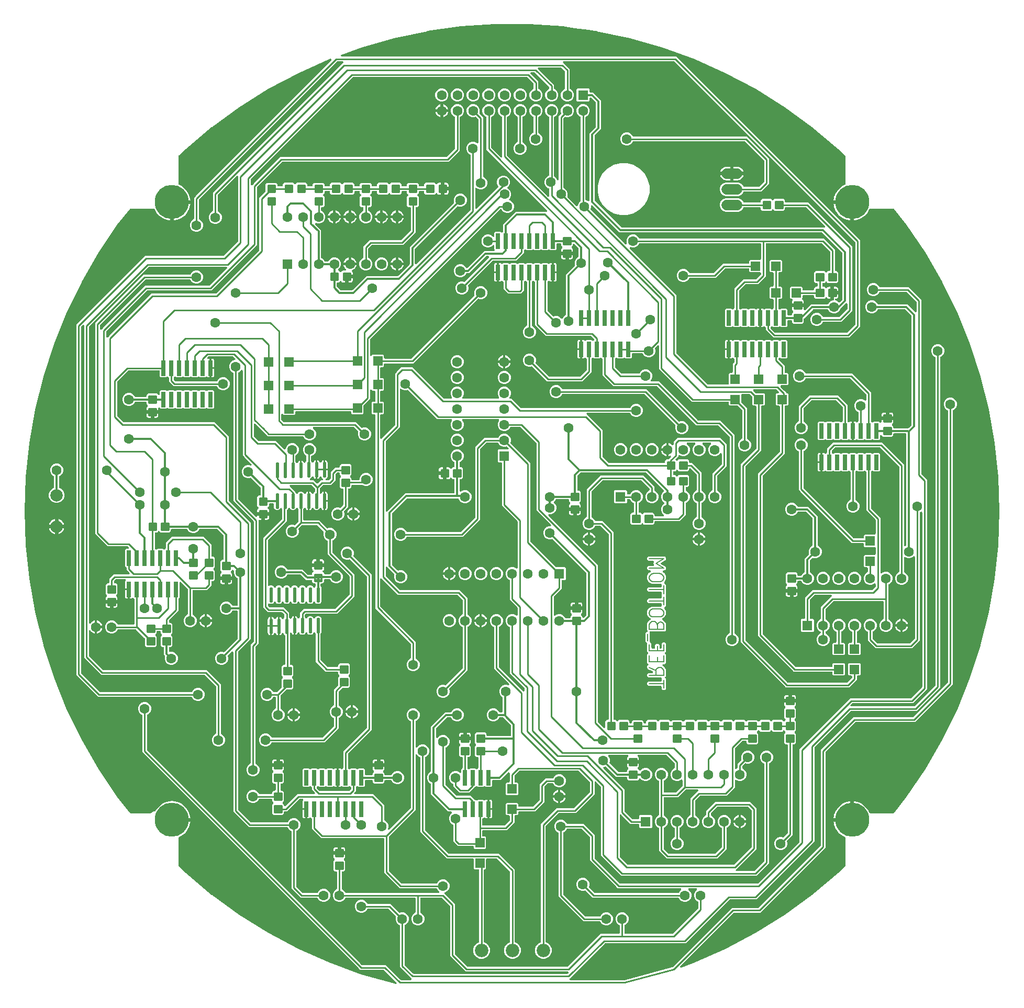
<source format=gbr>
G04 EAGLE Gerber RS-274X export*
G75*
%MOMM*%
%FSLAX34Y34*%
%LPD*%
%INBottom Copper*%
%IPPOS*%
%AMOC8*
5,1,8,0,0,1.08239X$1,22.5*%
G01*
%ADD10C,0.203200*%
%ADD11C,1.600000*%
%ADD12C,0.280000*%
%ADD13R,1.500000X1.500000*%
%ADD14C,1.676400*%
%ADD15R,0.635000X2.500000*%
%ADD16R,1.600000X1.600000*%
%ADD17C,0.440000*%
%ADD18C,2.184400*%
%ADD19C,2.000000*%
%ADD20C,0.300000*%
%ADD21C,0.254000*%
%ADD22C,5.500000*%

G36*
X612137Y34307D02*
X612137Y34307D01*
X612225Y34309D01*
X612307Y34330D01*
X612392Y34342D01*
X612474Y34374D01*
X612559Y34396D01*
X612635Y34436D01*
X612715Y34466D01*
X612787Y34516D01*
X612865Y34557D01*
X612929Y34613D01*
X613000Y34662D01*
X613060Y34727D01*
X613126Y34784D01*
X613176Y34854D01*
X613233Y34917D01*
X613276Y34994D01*
X613328Y35065D01*
X613360Y35144D01*
X613402Y35219D01*
X613426Y35303D01*
X613459Y35385D01*
X613473Y35469D01*
X613497Y35551D01*
X613501Y35639D01*
X613515Y35726D01*
X613509Y35811D01*
X613513Y35897D01*
X613497Y35983D01*
X613490Y36071D01*
X613465Y36153D01*
X613449Y36236D01*
X613414Y36317D01*
X613388Y36401D01*
X613344Y36475D01*
X613310Y36553D01*
X613257Y36623D01*
X613212Y36699D01*
X613119Y36806D01*
X613101Y36829D01*
X613092Y36837D01*
X613077Y36854D01*
X593221Y56710D01*
X593112Y56797D01*
X593006Y56888D01*
X592976Y56904D01*
X592950Y56925D01*
X592824Y56984D01*
X592700Y57049D01*
X592667Y57057D01*
X592637Y57072D01*
X592500Y57100D01*
X592365Y57135D01*
X592320Y57138D01*
X592298Y57143D01*
X592265Y57142D01*
X592161Y57149D01*
X554682Y57149D01*
X201929Y409902D01*
X201929Y469227D01*
X201919Y469314D01*
X201919Y469402D01*
X201899Y469486D01*
X201889Y469571D01*
X201860Y469653D01*
X201840Y469738D01*
X201801Y469815D01*
X201772Y469896D01*
X201724Y469969D01*
X201685Y470048D01*
X201630Y470114D01*
X201583Y470186D01*
X201520Y470246D01*
X201464Y470313D01*
X201395Y470365D01*
X201333Y470424D01*
X201257Y470469D01*
X201187Y470521D01*
X201059Y470585D01*
X201035Y470599D01*
X201023Y470603D01*
X201004Y470613D01*
X199769Y471124D01*
X196804Y474089D01*
X195199Y477963D01*
X195199Y482157D01*
X196804Y486031D01*
X199769Y488996D01*
X203643Y490601D01*
X207837Y490601D01*
X211711Y488996D01*
X214676Y486031D01*
X216281Y482157D01*
X216281Y477963D01*
X214676Y474089D01*
X211711Y471124D01*
X210476Y470613D01*
X210400Y470570D01*
X210319Y470536D01*
X210249Y470486D01*
X210174Y470444D01*
X210109Y470385D01*
X210039Y470334D01*
X209982Y470269D01*
X209919Y470211D01*
X209869Y470139D01*
X209812Y470073D01*
X209772Y469997D01*
X209723Y469926D01*
X209692Y469845D01*
X209651Y469767D01*
X209630Y469684D01*
X209599Y469604D01*
X209587Y469517D01*
X209565Y469432D01*
X209555Y469289D01*
X209551Y469261D01*
X209552Y469249D01*
X209551Y469227D01*
X209551Y413679D01*
X209567Y413541D01*
X209577Y413402D01*
X209587Y413370D01*
X209591Y413336D01*
X209638Y413205D01*
X209679Y413072D01*
X209697Y413043D01*
X209708Y413011D01*
X209784Y412894D01*
X209855Y412774D01*
X209885Y412740D01*
X209897Y412721D01*
X209921Y412698D01*
X209990Y412619D01*
X557399Y65210D01*
X557508Y65123D01*
X557614Y65032D01*
X557644Y65016D01*
X557670Y64995D01*
X557796Y64936D01*
X557920Y64871D01*
X557953Y64863D01*
X557983Y64848D01*
X558120Y64820D01*
X558255Y64785D01*
X558300Y64782D01*
X558322Y64777D01*
X558355Y64778D01*
X558459Y64771D01*
X595938Y64771D01*
X619629Y41080D01*
X619738Y40993D01*
X619844Y40902D01*
X619874Y40886D01*
X619900Y40865D01*
X620026Y40806D01*
X620150Y40741D01*
X620183Y40733D01*
X620213Y40718D01*
X620350Y40690D01*
X620485Y40655D01*
X620530Y40652D01*
X620552Y40647D01*
X620585Y40648D01*
X620689Y40641D01*
X636191Y40641D01*
X636295Y40653D01*
X636399Y40655D01*
X636466Y40673D01*
X636535Y40681D01*
X636633Y40716D01*
X636734Y40742D01*
X636795Y40775D01*
X636860Y40798D01*
X636947Y40855D01*
X637039Y40904D01*
X637092Y40949D01*
X637149Y40987D01*
X637222Y41062D01*
X637300Y41131D01*
X637340Y41187D01*
X637388Y41237D01*
X637441Y41327D01*
X637502Y41412D01*
X637528Y41476D01*
X637563Y41535D01*
X637594Y41635D01*
X637634Y41731D01*
X637645Y41800D01*
X637665Y41866D01*
X637672Y41970D01*
X637689Y42073D01*
X637684Y42142D01*
X637689Y42211D01*
X637672Y42313D01*
X637665Y42418D01*
X637644Y42484D01*
X637633Y42552D01*
X637593Y42648D01*
X637562Y42748D01*
X637527Y42807D01*
X637500Y42871D01*
X637439Y42956D01*
X637386Y43045D01*
X637318Y43124D01*
X637298Y43151D01*
X637281Y43166D01*
X637251Y43200D01*
X634581Y45871D01*
X634580Y45871D01*
X618489Y61962D01*
X618489Y128867D01*
X618479Y128954D01*
X618479Y129042D01*
X618459Y129126D01*
X618449Y129211D01*
X618420Y129293D01*
X618400Y129378D01*
X618361Y129455D01*
X618332Y129536D01*
X618284Y129609D01*
X618245Y129688D01*
X618190Y129754D01*
X618143Y129826D01*
X618080Y129886D01*
X618024Y129953D01*
X617955Y130005D01*
X617893Y130064D01*
X617817Y130109D01*
X617747Y130161D01*
X617619Y130225D01*
X617595Y130239D01*
X617583Y130243D01*
X617564Y130253D01*
X616329Y130764D01*
X613364Y133729D01*
X611759Y137603D01*
X611759Y141797D01*
X612271Y143031D01*
X612295Y143115D01*
X612328Y143196D01*
X612342Y143281D01*
X612365Y143364D01*
X612369Y143451D01*
X612383Y143538D01*
X612377Y143623D01*
X612381Y143709D01*
X612365Y143795D01*
X612359Y143883D01*
X612333Y143965D01*
X612318Y144049D01*
X612282Y144129D01*
X612256Y144213D01*
X612212Y144287D01*
X612178Y144365D01*
X612125Y144435D01*
X612080Y144510D01*
X611986Y144619D01*
X611969Y144641D01*
X611960Y144649D01*
X611946Y144665D01*
X600841Y155770D01*
X600732Y155857D01*
X600626Y155948D01*
X600596Y155964D01*
X600570Y155985D01*
X600444Y156044D01*
X600320Y156109D01*
X600287Y156117D01*
X600257Y156132D01*
X600120Y156160D01*
X599985Y156195D01*
X599940Y156198D01*
X599918Y156203D01*
X599885Y156202D01*
X599781Y156209D01*
X567093Y156209D01*
X567006Y156199D01*
X566918Y156199D01*
X566834Y156179D01*
X566749Y156169D01*
X566667Y156140D01*
X566582Y156120D01*
X566505Y156081D01*
X566424Y156052D01*
X566351Y156004D01*
X566272Y155965D01*
X566206Y155910D01*
X566134Y155863D01*
X566074Y155800D01*
X566007Y155744D01*
X565955Y155675D01*
X565896Y155613D01*
X565851Y155537D01*
X565799Y155467D01*
X565735Y155339D01*
X565721Y155315D01*
X565717Y155303D01*
X565707Y155284D01*
X565196Y154049D01*
X562231Y151084D01*
X558357Y149479D01*
X554163Y149479D01*
X550289Y151084D01*
X547324Y154049D01*
X545719Y157923D01*
X545719Y162117D01*
X547324Y165991D01*
X550289Y168956D01*
X554163Y170561D01*
X558357Y170561D01*
X562231Y168956D01*
X565196Y165991D01*
X565707Y164756D01*
X565750Y164680D01*
X565784Y164599D01*
X565834Y164529D01*
X565876Y164454D01*
X565935Y164389D01*
X565986Y164319D01*
X566051Y164262D01*
X566109Y164199D01*
X566181Y164149D01*
X566247Y164092D01*
X566323Y164052D01*
X566394Y164003D01*
X566475Y163972D01*
X566553Y163931D01*
X566636Y163910D01*
X566716Y163879D01*
X566803Y163867D01*
X566888Y163845D01*
X567031Y163835D01*
X567059Y163831D01*
X567071Y163832D01*
X567093Y163831D01*
X603558Y163831D01*
X617335Y150054D01*
X617403Y150000D01*
X617465Y149938D01*
X617539Y149893D01*
X617606Y149840D01*
X617685Y149803D01*
X617760Y149757D01*
X617841Y149729D01*
X617919Y149693D01*
X618004Y149675D01*
X618088Y149647D01*
X618173Y149639D01*
X618257Y149622D01*
X618345Y149624D01*
X618432Y149616D01*
X618517Y149628D01*
X618603Y149630D01*
X618688Y149652D01*
X618774Y149664D01*
X618911Y149710D01*
X618937Y149717D01*
X618948Y149722D01*
X618969Y149729D01*
X620203Y150241D01*
X624397Y150241D01*
X628271Y148636D01*
X631236Y145671D01*
X632841Y141797D01*
X632841Y137603D01*
X631236Y133729D01*
X628271Y130764D01*
X627036Y130253D01*
X626960Y130210D01*
X626879Y130176D01*
X626809Y130126D01*
X626734Y130084D01*
X626669Y130025D01*
X626599Y129974D01*
X626542Y129909D01*
X626479Y129851D01*
X626429Y129779D01*
X626372Y129713D01*
X626332Y129637D01*
X626283Y129566D01*
X626252Y129485D01*
X626211Y129407D01*
X626190Y129324D01*
X626159Y129244D01*
X626147Y129157D01*
X626125Y129072D01*
X626115Y128929D01*
X626111Y128901D01*
X626112Y128889D01*
X626111Y128867D01*
X626111Y65740D01*
X626113Y65719D01*
X626112Y65708D01*
X626120Y65665D01*
X626127Y65602D01*
X626137Y65463D01*
X626147Y65430D01*
X626151Y65397D01*
X626198Y65266D01*
X626239Y65133D01*
X626257Y65103D01*
X626268Y65072D01*
X626344Y64955D01*
X626415Y64835D01*
X626445Y64801D01*
X626457Y64782D01*
X626481Y64759D01*
X626550Y64680D01*
X639970Y51260D01*
X640079Y51174D01*
X640184Y51082D01*
X640214Y51067D01*
X640241Y51046D01*
X640367Y50986D01*
X640490Y50921D01*
X640523Y50913D01*
X640554Y50899D01*
X640690Y50870D01*
X640825Y50835D01*
X640870Y50832D01*
X640892Y50827D01*
X640926Y50828D01*
X641030Y50821D01*
X889341Y50821D01*
X889479Y50837D01*
X889618Y50847D01*
X889650Y50857D01*
X889684Y50861D01*
X889815Y50908D01*
X889948Y50950D01*
X889977Y50967D01*
X890009Y50978D01*
X890126Y51055D01*
X890246Y51125D01*
X890280Y51155D01*
X890299Y51167D01*
X890322Y51192D01*
X890401Y51260D01*
X891190Y52050D01*
X891255Y52132D01*
X891327Y52207D01*
X891362Y52267D01*
X891405Y52321D01*
X891449Y52416D01*
X891502Y52505D01*
X891522Y52571D01*
X891552Y52634D01*
X891573Y52736D01*
X891604Y52836D01*
X891609Y52905D01*
X891623Y52972D01*
X891621Y53076D01*
X891628Y53181D01*
X891617Y53249D01*
X891615Y53318D01*
X891589Y53419D01*
X891572Y53522D01*
X891545Y53585D01*
X891528Y53652D01*
X891479Y53745D01*
X891439Y53841D01*
X891399Y53897D01*
X891366Y53958D01*
X891298Y54037D01*
X891237Y54121D01*
X891185Y54167D01*
X891139Y54219D01*
X891055Y54280D01*
X890976Y54348D01*
X890915Y54380D01*
X890858Y54421D01*
X890762Y54460D01*
X890670Y54509D01*
X890603Y54526D01*
X890539Y54552D01*
X890436Y54569D01*
X890335Y54595D01*
X890231Y54602D01*
X890198Y54608D01*
X890175Y54606D01*
X890130Y54609D01*
X724862Y54609D01*
X699769Y79702D01*
X699769Y160361D01*
X699753Y160499D01*
X699743Y160638D01*
X699733Y160670D01*
X699729Y160704D01*
X699682Y160835D01*
X699641Y160968D01*
X699623Y160997D01*
X699612Y161029D01*
X699536Y161146D01*
X699465Y161266D01*
X699435Y161300D01*
X699423Y161319D01*
X699399Y161342D01*
X699330Y161421D01*
X687201Y173550D01*
X687092Y173637D01*
X686986Y173728D01*
X686956Y173744D01*
X686930Y173765D01*
X686804Y173824D01*
X686680Y173889D01*
X686647Y173897D01*
X686617Y173912D01*
X686480Y173940D01*
X686345Y173975D01*
X686300Y173978D01*
X686278Y173983D01*
X686245Y173982D01*
X686141Y173989D01*
X653010Y173989D01*
X652975Y173985D01*
X652939Y173988D01*
X652803Y173965D01*
X652667Y173949D01*
X652633Y173937D01*
X652598Y173932D01*
X652471Y173879D01*
X652341Y173832D01*
X652312Y173813D01*
X652279Y173799D01*
X652167Y173718D01*
X652052Y173643D01*
X652027Y173617D01*
X651999Y173597D01*
X651908Y173493D01*
X651813Y173393D01*
X651795Y173362D01*
X651772Y173336D01*
X651708Y173213D01*
X651638Y173095D01*
X651628Y173061D01*
X651611Y173029D01*
X651577Y172896D01*
X651536Y172764D01*
X651534Y172729D01*
X651525Y172695D01*
X651511Y172490D01*
X651511Y150533D01*
X651521Y150446D01*
X651521Y150358D01*
X651541Y150274D01*
X651551Y150189D01*
X651580Y150107D01*
X651600Y150022D01*
X651639Y149945D01*
X651668Y149864D01*
X651716Y149791D01*
X651755Y149712D01*
X651810Y149646D01*
X651857Y149574D01*
X651920Y149514D01*
X651976Y149447D01*
X652045Y149395D01*
X652107Y149336D01*
X652183Y149291D01*
X652253Y149239D01*
X652381Y149175D01*
X652405Y149161D01*
X652417Y149157D01*
X652436Y149147D01*
X653671Y148636D01*
X656636Y145671D01*
X658241Y141797D01*
X658241Y137603D01*
X656636Y133729D01*
X653671Y130764D01*
X649797Y129159D01*
X645603Y129159D01*
X641729Y130764D01*
X638764Y133729D01*
X637159Y137603D01*
X637159Y141797D01*
X638764Y145671D01*
X641729Y148636D01*
X642964Y149147D01*
X643040Y149190D01*
X643121Y149224D01*
X643191Y149274D01*
X643266Y149316D01*
X643331Y149375D01*
X643401Y149426D01*
X643458Y149491D01*
X643521Y149549D01*
X643571Y149621D01*
X643628Y149687D01*
X643668Y149763D01*
X643717Y149834D01*
X643748Y149915D01*
X643789Y149993D01*
X643810Y150076D01*
X643841Y150156D01*
X643853Y150243D01*
X643875Y150328D01*
X643885Y150471D01*
X643889Y150499D01*
X643888Y150511D01*
X643889Y150533D01*
X643889Y172490D01*
X643885Y172525D01*
X643888Y172561D01*
X643865Y172697D01*
X643849Y172833D01*
X643837Y172867D01*
X643832Y172902D01*
X643779Y173029D01*
X643732Y173159D01*
X643713Y173188D01*
X643699Y173221D01*
X643618Y173333D01*
X643543Y173448D01*
X643517Y173473D01*
X643497Y173501D01*
X643393Y173592D01*
X643293Y173687D01*
X643262Y173705D01*
X643236Y173728D01*
X643113Y173792D01*
X642995Y173862D01*
X642961Y173872D01*
X642929Y173889D01*
X642796Y173923D01*
X642664Y173964D01*
X642629Y173966D01*
X642595Y173975D01*
X642390Y173989D01*
X531533Y173989D01*
X531446Y173979D01*
X531358Y173979D01*
X531274Y173959D01*
X531189Y173949D01*
X531107Y173920D01*
X531022Y173900D01*
X530945Y173861D01*
X530864Y173832D01*
X530791Y173784D01*
X530712Y173745D01*
X530646Y173690D01*
X530574Y173643D01*
X530514Y173580D01*
X530447Y173524D01*
X530395Y173455D01*
X530336Y173393D01*
X530291Y173317D01*
X530239Y173247D01*
X530175Y173119D01*
X530161Y173095D01*
X530157Y173083D01*
X530147Y173064D01*
X529636Y171829D01*
X526671Y168864D01*
X522797Y167259D01*
X518603Y167259D01*
X514729Y168864D01*
X511764Y171829D01*
X510159Y175703D01*
X510159Y179897D01*
X511764Y183771D01*
X514729Y186736D01*
X515964Y187247D01*
X516040Y187290D01*
X516121Y187324D01*
X516191Y187374D01*
X516266Y187416D01*
X516331Y187475D01*
X516401Y187526D01*
X516458Y187591D01*
X516521Y187649D01*
X516571Y187721D01*
X516628Y187787D01*
X516668Y187863D01*
X516717Y187934D01*
X516748Y188015D01*
X516789Y188093D01*
X516810Y188176D01*
X516841Y188256D01*
X516853Y188343D01*
X516875Y188428D01*
X516885Y188571D01*
X516889Y188599D01*
X516888Y188611D01*
X516889Y188633D01*
X516889Y215020D01*
X516885Y215055D01*
X516888Y215091D01*
X516865Y215227D01*
X516849Y215363D01*
X516837Y215397D01*
X516832Y215432D01*
X516779Y215559D01*
X516732Y215689D01*
X516713Y215718D01*
X516699Y215751D01*
X516618Y215863D01*
X516543Y215978D01*
X516517Y216003D01*
X516497Y216031D01*
X516393Y216122D01*
X516293Y216217D01*
X516262Y216235D01*
X516236Y216258D01*
X516113Y216322D01*
X515995Y216392D01*
X515961Y216402D01*
X515929Y216419D01*
X515796Y216453D01*
X515664Y216494D01*
X515629Y216496D01*
X515595Y216505D01*
X515390Y216519D01*
X513468Y216519D01*
X511159Y218828D01*
X511159Y233292D01*
X513000Y235133D01*
X513036Y235179D01*
X513079Y235218D01*
X513143Y235314D01*
X513215Y235404D01*
X513239Y235457D01*
X513272Y235505D01*
X513313Y235613D01*
X513361Y235717D01*
X513373Y235774D01*
X513394Y235829D01*
X513409Y235943D01*
X513433Y236055D01*
X513431Y236114D01*
X513439Y236172D01*
X513427Y236286D01*
X513425Y236401D01*
X513410Y236458D01*
X513404Y236516D01*
X513366Y236624D01*
X513337Y236735D01*
X513310Y236787D01*
X513291Y236842D01*
X513230Y236940D01*
X513176Y237041D01*
X513137Y237085D01*
X513106Y237135D01*
X513024Y237215D01*
X512949Y237302D01*
X512901Y237336D01*
X512860Y237377D01*
X512689Y237491D01*
X512680Y237497D01*
X511947Y238230D01*
X511428Y239129D01*
X511159Y240131D01*
X511159Y243251D01*
X519200Y243251D01*
X519235Y243255D01*
X519270Y243252D01*
X519407Y243275D01*
X519543Y243291D01*
X519577Y243303D01*
X519612Y243308D01*
X519739Y243361D01*
X519869Y243408D01*
X519898Y243428D01*
X519931Y243441D01*
X520043Y243522D01*
X520158Y243597D01*
X520183Y243623D01*
X520211Y243643D01*
X520302Y243748D01*
X520397Y243847D01*
X520415Y243878D01*
X520438Y243904D01*
X520502Y244027D01*
X520572Y244145D01*
X520582Y244179D01*
X520599Y244211D01*
X520633Y244344D01*
X520674Y244476D01*
X520676Y244511D01*
X520685Y244545D01*
X520699Y244750D01*
X520699Y246251D01*
X520701Y246251D01*
X520701Y244750D01*
X520705Y244715D01*
X520703Y244679D01*
X520725Y244543D01*
X520741Y244407D01*
X520753Y244373D01*
X520759Y244338D01*
X520811Y244211D01*
X520858Y244081D01*
X520878Y244052D01*
X520891Y244019D01*
X520972Y243907D01*
X521047Y243792D01*
X521073Y243767D01*
X521093Y243739D01*
X521198Y243648D01*
X521297Y243553D01*
X521328Y243535D01*
X521355Y243512D01*
X521477Y243448D01*
X521595Y243378D01*
X521629Y243368D01*
X521661Y243351D01*
X521794Y243317D01*
X521926Y243276D01*
X521961Y243274D01*
X521995Y243265D01*
X522200Y243251D01*
X530241Y243251D01*
X530241Y240131D01*
X529972Y239129D01*
X529453Y238230D01*
X528720Y237497D01*
X528711Y237491D01*
X528664Y237457D01*
X528612Y237429D01*
X528525Y237354D01*
X528433Y237285D01*
X528395Y237240D01*
X528351Y237202D01*
X528284Y237109D01*
X528210Y237021D01*
X528184Y236969D01*
X528150Y236921D01*
X528106Y236815D01*
X528054Y236712D01*
X528040Y236656D01*
X528018Y236602D01*
X527999Y236488D01*
X527972Y236376D01*
X527972Y236318D01*
X527963Y236260D01*
X527971Y236145D01*
X527970Y236031D01*
X527983Y235974D01*
X527987Y235915D01*
X528021Y235806D01*
X528047Y235694D01*
X528072Y235641D01*
X528090Y235585D01*
X528148Y235486D01*
X528199Y235383D01*
X528236Y235338D01*
X528265Y235288D01*
X528400Y235133D01*
X530241Y233292D01*
X530241Y218828D01*
X527932Y216519D01*
X526010Y216519D01*
X525975Y216515D01*
X525939Y216518D01*
X525803Y216495D01*
X525667Y216479D01*
X525633Y216467D01*
X525598Y216462D01*
X525471Y216409D01*
X525341Y216362D01*
X525312Y216343D01*
X525279Y216329D01*
X525167Y216248D01*
X525052Y216173D01*
X525027Y216147D01*
X524999Y216127D01*
X524908Y216023D01*
X524813Y215923D01*
X524795Y215892D01*
X524772Y215866D01*
X524708Y215743D01*
X524638Y215625D01*
X524628Y215591D01*
X524611Y215559D01*
X524577Y215426D01*
X524536Y215294D01*
X524534Y215259D01*
X524525Y215225D01*
X524511Y215020D01*
X524511Y188633D01*
X524521Y188546D01*
X524521Y188458D01*
X524541Y188374D01*
X524551Y188289D01*
X524580Y188207D01*
X524600Y188122D01*
X524639Y188045D01*
X524668Y187964D01*
X524716Y187891D01*
X524755Y187812D01*
X524810Y187746D01*
X524857Y187674D01*
X524920Y187614D01*
X524976Y187547D01*
X525045Y187495D01*
X525107Y187436D01*
X525183Y187391D01*
X525253Y187339D01*
X525381Y187275D01*
X525405Y187261D01*
X525417Y187257D01*
X525436Y187247D01*
X526671Y186736D01*
X529636Y183771D01*
X530147Y182536D01*
X530190Y182460D01*
X530224Y182379D01*
X530274Y182309D01*
X530316Y182234D01*
X530375Y182169D01*
X530426Y182099D01*
X530491Y182042D01*
X530549Y181979D01*
X530621Y181929D01*
X530687Y181872D01*
X530763Y181832D01*
X530834Y181783D01*
X530915Y181752D01*
X530993Y181711D01*
X531076Y181690D01*
X531156Y181659D01*
X531243Y181647D01*
X531328Y181625D01*
X531471Y181615D01*
X531499Y181611D01*
X531511Y181612D01*
X531533Y181611D01*
X681243Y181611D01*
X681346Y181623D01*
X681451Y181625D01*
X681518Y181643D01*
X681586Y181651D01*
X681684Y181686D01*
X681785Y181712D01*
X681847Y181745D01*
X681912Y181768D01*
X681999Y181825D01*
X682091Y181874D01*
X682143Y181919D01*
X682201Y181957D01*
X682273Y182032D01*
X682352Y182101D01*
X682392Y182157D01*
X682440Y182207D01*
X682492Y182297D01*
X682553Y182382D01*
X682580Y182446D01*
X682615Y182505D01*
X682646Y182605D01*
X682685Y182701D01*
X682696Y182770D01*
X682717Y182836D01*
X682724Y182940D01*
X682741Y183043D01*
X682736Y183112D01*
X682741Y183181D01*
X682724Y183283D01*
X682716Y183388D01*
X682696Y183454D01*
X682685Y183522D01*
X682645Y183618D01*
X682613Y183718D01*
X682578Y183777D01*
X682552Y183841D01*
X682491Y183926D01*
X682438Y184015D01*
X682369Y184094D01*
X682350Y184121D01*
X682333Y184136D01*
X682303Y184170D01*
X679404Y187069D01*
X678893Y188304D01*
X678850Y188380D01*
X678816Y188461D01*
X678766Y188531D01*
X678724Y188606D01*
X678665Y188671D01*
X678614Y188741D01*
X678549Y188798D01*
X678491Y188861D01*
X678419Y188911D01*
X678353Y188968D01*
X678277Y189008D01*
X678206Y189057D01*
X678125Y189088D01*
X678047Y189129D01*
X677964Y189150D01*
X677884Y189181D01*
X677797Y189193D01*
X677712Y189215D01*
X677569Y189225D01*
X677541Y189229D01*
X677529Y189228D01*
X677507Y189229D01*
X618182Y189229D01*
X593089Y214322D01*
X593089Y269010D01*
X593085Y269045D01*
X593088Y269081D01*
X593065Y269217D01*
X593049Y269353D01*
X593037Y269387D01*
X593032Y269422D01*
X592979Y269549D01*
X592932Y269679D01*
X592913Y269708D01*
X592899Y269741D01*
X592818Y269853D01*
X592743Y269968D01*
X592717Y269993D01*
X592697Y270021D01*
X592593Y270112D01*
X592493Y270207D01*
X592462Y270225D01*
X592436Y270248D01*
X592313Y270312D01*
X592195Y270382D01*
X592161Y270392D01*
X592129Y270409D01*
X591996Y270443D01*
X591864Y270484D01*
X591829Y270486D01*
X591795Y270495D01*
X591590Y270509D01*
X491182Y270509D01*
X476249Y285442D01*
X476249Y301422D01*
X476233Y301559D01*
X476223Y301699D01*
X476213Y301731D01*
X476209Y301765D01*
X476162Y301896D01*
X476121Y302029D01*
X476103Y302058D01*
X476092Y302090D01*
X476016Y302207D01*
X475945Y302327D01*
X475915Y302361D01*
X475903Y302380D01*
X475879Y302403D01*
X475810Y302482D01*
X474770Y303522D01*
X474742Y303544D01*
X474719Y303570D01*
X474607Y303651D01*
X474499Y303736D01*
X474467Y303751D01*
X474438Y303772D01*
X474311Y303825D01*
X474186Y303883D01*
X474151Y303891D01*
X474119Y303904D01*
X473982Y303926D01*
X473848Y303955D01*
X473812Y303954D01*
X473777Y303959D01*
X473640Y303950D01*
X473502Y303946D01*
X473468Y303937D01*
X473432Y303935D01*
X473301Y303894D01*
X473168Y303859D01*
X473136Y303843D01*
X473102Y303832D01*
X472984Y303762D01*
X472862Y303698D01*
X472835Y303675D01*
X472805Y303657D01*
X472650Y303522D01*
X472095Y302967D01*
X471516Y302632D01*
X470870Y302459D01*
X468947Y302459D01*
X468947Y317412D01*
X468943Y317447D01*
X468945Y317483D01*
X468923Y317619D01*
X468907Y317756D01*
X468895Y317789D01*
X468889Y317824D01*
X468836Y317951D01*
X468789Y318081D01*
X468770Y318111D01*
X468756Y318143D01*
X468676Y318255D01*
X468601Y318371D01*
X468575Y318395D01*
X468554Y318424D01*
X468450Y318514D01*
X468439Y318524D01*
X468425Y318546D01*
X468400Y318570D01*
X468379Y318599D01*
X468275Y318689D01*
X468175Y318784D01*
X468145Y318802D01*
X468118Y318826D01*
X467996Y318890D01*
X467877Y318959D01*
X467843Y318970D01*
X467812Y318986D01*
X467678Y319021D01*
X467547Y319061D01*
X467511Y319064D01*
X467477Y319073D01*
X467272Y319087D01*
X461644Y319087D01*
X461644Y330335D01*
X461817Y330981D01*
X462212Y331664D01*
X462213Y331666D01*
X462256Y331720D01*
X462301Y331815D01*
X462354Y331905D01*
X462374Y331971D01*
X462403Y332033D01*
X462425Y332136D01*
X462456Y332236D01*
X462460Y332304D01*
X462474Y332371D01*
X462472Y332476D01*
X462479Y332581D01*
X462468Y332648D01*
X462467Y332717D01*
X462440Y332818D01*
X462423Y332922D01*
X462397Y332985D01*
X462380Y333052D01*
X462331Y333144D01*
X462291Y333241D01*
X462250Y333297D01*
X462218Y333358D01*
X462150Y333437D01*
X462088Y333521D01*
X462036Y333567D01*
X461991Y333618D01*
X461906Y333679D01*
X461827Y333748D01*
X461766Y333780D01*
X461711Y333820D01*
X461614Y333860D01*
X461521Y333909D01*
X461455Y333926D01*
X461391Y333952D01*
X461288Y333969D01*
X461186Y333995D01*
X461083Y334002D01*
X461050Y334008D01*
X461027Y334006D01*
X460982Y334009D01*
X456859Y334009D01*
X456721Y333993D01*
X456582Y333983D01*
X456550Y333973D01*
X456516Y333969D01*
X456385Y333922D01*
X456252Y333881D01*
X456223Y333863D01*
X456191Y333852D01*
X456074Y333776D01*
X455954Y333705D01*
X455920Y333675D01*
X455901Y333663D01*
X455878Y333639D01*
X455799Y333570D01*
X435918Y313689D01*
X432680Y313689D01*
X432645Y313685D01*
X432609Y313688D01*
X432473Y313665D01*
X432337Y313649D01*
X432303Y313637D01*
X432268Y313632D01*
X432141Y313579D01*
X432011Y313532D01*
X431982Y313513D01*
X431949Y313499D01*
X431837Y313418D01*
X431722Y313343D01*
X431697Y313317D01*
X431669Y313297D01*
X431578Y313193D01*
X431483Y313093D01*
X431465Y313062D01*
X431442Y313036D01*
X431378Y312913D01*
X431308Y312795D01*
X431298Y312761D01*
X431281Y312729D01*
X431247Y312596D01*
X431206Y312464D01*
X431204Y312429D01*
X431195Y312395D01*
X431181Y312190D01*
X431181Y310268D01*
X428872Y307959D01*
X414408Y307959D01*
X412099Y310268D01*
X412099Y324732D01*
X413902Y326535D01*
X413924Y326563D01*
X413951Y326586D01*
X414031Y326698D01*
X414116Y326806D01*
X414132Y326838D01*
X414152Y326867D01*
X414205Y326994D01*
X414263Y327119D01*
X414271Y327154D01*
X414284Y327186D01*
X414306Y327323D01*
X414335Y327457D01*
X414334Y327493D01*
X414339Y327528D01*
X414330Y327665D01*
X414326Y327803D01*
X414318Y327837D01*
X414315Y327873D01*
X414274Y328004D01*
X414239Y328137D01*
X414223Y328169D01*
X414212Y328203D01*
X414142Y328321D01*
X414078Y328443D01*
X414055Y328470D01*
X414037Y328500D01*
X413902Y328655D01*
X412099Y330458D01*
X412099Y332510D01*
X412095Y332545D01*
X412098Y332581D01*
X412075Y332717D01*
X412059Y332853D01*
X412047Y332887D01*
X412042Y332922D01*
X411989Y333049D01*
X411942Y333179D01*
X411923Y333208D01*
X411909Y333241D01*
X411828Y333353D01*
X411753Y333468D01*
X411727Y333493D01*
X411707Y333521D01*
X411603Y333612D01*
X411503Y333707D01*
X411472Y333725D01*
X411446Y333748D01*
X411323Y333812D01*
X411205Y333882D01*
X411171Y333892D01*
X411139Y333909D01*
X411006Y333943D01*
X410874Y333984D01*
X410839Y333986D01*
X410805Y333995D01*
X410600Y334009D01*
X391833Y334009D01*
X391746Y333999D01*
X391658Y333999D01*
X391574Y333979D01*
X391489Y333969D01*
X391407Y333940D01*
X391322Y333920D01*
X391245Y333881D01*
X391164Y333852D01*
X391091Y333804D01*
X391012Y333765D01*
X390946Y333710D01*
X390874Y333663D01*
X390814Y333600D01*
X390747Y333544D01*
X390695Y333475D01*
X390636Y333413D01*
X390591Y333337D01*
X390539Y333267D01*
X390475Y333139D01*
X390461Y333115D01*
X390457Y333103D01*
X390447Y333084D01*
X389936Y331849D01*
X386971Y328884D01*
X383097Y327279D01*
X378903Y327279D01*
X375029Y328884D01*
X372064Y331849D01*
X370459Y335723D01*
X370459Y339917D01*
X372064Y343791D01*
X375029Y346756D01*
X378903Y348361D01*
X383097Y348361D01*
X386971Y346756D01*
X389936Y343791D01*
X390447Y342556D01*
X390490Y342480D01*
X390524Y342399D01*
X390574Y342329D01*
X390616Y342254D01*
X390675Y342189D01*
X390726Y342119D01*
X390791Y342062D01*
X390849Y341999D01*
X390921Y341949D01*
X390987Y341892D01*
X391063Y341852D01*
X391134Y341803D01*
X391215Y341772D01*
X391293Y341731D01*
X391376Y341710D01*
X391456Y341679D01*
X391543Y341667D01*
X391628Y341645D01*
X391771Y341635D01*
X391799Y341631D01*
X391811Y341632D01*
X391833Y341631D01*
X410600Y341631D01*
X410635Y341635D01*
X410671Y341632D01*
X410807Y341655D01*
X410943Y341671D01*
X410977Y341683D01*
X411012Y341688D01*
X411139Y341741D01*
X411269Y341788D01*
X411298Y341807D01*
X411331Y341821D01*
X411443Y341902D01*
X411558Y341977D01*
X411583Y342003D01*
X411611Y342023D01*
X411702Y342127D01*
X411797Y342227D01*
X411815Y342258D01*
X411838Y342284D01*
X411902Y342407D01*
X411972Y342525D01*
X411982Y342559D01*
X411999Y342591D01*
X412033Y342724D01*
X412074Y342856D01*
X412076Y342891D01*
X412085Y342925D01*
X412099Y343130D01*
X412099Y344922D01*
X414408Y347231D01*
X416330Y347231D01*
X416365Y347235D01*
X416401Y347232D01*
X416537Y347255D01*
X416673Y347271D01*
X416707Y347283D01*
X416742Y347288D01*
X416869Y347341D01*
X416999Y347388D01*
X417028Y347407D01*
X417061Y347421D01*
X417173Y347502D01*
X417288Y347577D01*
X417313Y347603D01*
X417341Y347623D01*
X417432Y347727D01*
X417527Y347827D01*
X417545Y347858D01*
X417568Y347884D01*
X417632Y348007D01*
X417702Y348125D01*
X417712Y348159D01*
X417729Y348191D01*
X417763Y348324D01*
X417804Y348456D01*
X417806Y348491D01*
X417815Y348525D01*
X417829Y348730D01*
X417829Y357260D01*
X417825Y357295D01*
X417828Y357331D01*
X417805Y357467D01*
X417789Y357603D01*
X417777Y357637D01*
X417772Y357672D01*
X417719Y357799D01*
X417672Y357929D01*
X417653Y357958D01*
X417639Y357991D01*
X417558Y358103D01*
X417483Y358218D01*
X417457Y358243D01*
X417437Y358271D01*
X417333Y358362D01*
X417233Y358457D01*
X417202Y358475D01*
X417176Y358498D01*
X417053Y358562D01*
X416935Y358632D01*
X416901Y358642D01*
X416869Y358659D01*
X416736Y358693D01*
X416604Y358734D01*
X416569Y358736D01*
X416535Y358745D01*
X416330Y358759D01*
X414408Y358759D01*
X412099Y361068D01*
X412099Y375532D01*
X413940Y377373D01*
X413976Y377419D01*
X414019Y377458D01*
X414083Y377554D01*
X414155Y377644D01*
X414179Y377697D01*
X414212Y377745D01*
X414253Y377853D01*
X414301Y377957D01*
X414313Y378014D01*
X414334Y378069D01*
X414349Y378183D01*
X414373Y378295D01*
X414371Y378354D01*
X414379Y378412D01*
X414367Y378526D01*
X414365Y378641D01*
X414350Y378698D01*
X414344Y378756D01*
X414306Y378864D01*
X414277Y378975D01*
X414250Y379027D01*
X414231Y379082D01*
X414170Y379180D01*
X414116Y379281D01*
X414077Y379325D01*
X414046Y379375D01*
X413964Y379455D01*
X413889Y379542D01*
X413841Y379576D01*
X413800Y379617D01*
X413629Y379731D01*
X413620Y379737D01*
X412887Y380470D01*
X412368Y381369D01*
X412099Y382371D01*
X412099Y385491D01*
X420140Y385491D01*
X420175Y385495D01*
X420210Y385492D01*
X420347Y385515D01*
X420483Y385531D01*
X420517Y385543D01*
X420552Y385548D01*
X420679Y385601D01*
X420809Y385648D01*
X420838Y385668D01*
X420871Y385681D01*
X420983Y385762D01*
X421098Y385837D01*
X421123Y385863D01*
X421151Y385883D01*
X421242Y385988D01*
X421337Y386087D01*
X421355Y386118D01*
X421378Y386144D01*
X421442Y386267D01*
X421512Y386385D01*
X421522Y386419D01*
X421539Y386451D01*
X421573Y386584D01*
X421614Y386716D01*
X421616Y386751D01*
X421625Y386785D01*
X421639Y386990D01*
X421639Y388491D01*
X421641Y388491D01*
X421641Y386990D01*
X421645Y386955D01*
X421643Y386919D01*
X421665Y386783D01*
X421681Y386647D01*
X421693Y386613D01*
X421699Y386578D01*
X421751Y386451D01*
X421798Y386321D01*
X421818Y386292D01*
X421831Y386259D01*
X421912Y386147D01*
X421987Y386032D01*
X422013Y386007D01*
X422033Y385979D01*
X422138Y385888D01*
X422237Y385793D01*
X422268Y385775D01*
X422295Y385752D01*
X422417Y385688D01*
X422535Y385618D01*
X422569Y385608D01*
X422601Y385591D01*
X422734Y385557D01*
X422866Y385516D01*
X422901Y385514D01*
X422935Y385505D01*
X423140Y385491D01*
X431181Y385491D01*
X431181Y382371D01*
X430912Y381369D01*
X430393Y380470D01*
X429660Y379737D01*
X429651Y379731D01*
X429604Y379697D01*
X429552Y379669D01*
X429465Y379594D01*
X429373Y379525D01*
X429335Y379480D01*
X429291Y379442D01*
X429224Y379349D01*
X429150Y379261D01*
X429124Y379209D01*
X429090Y379161D01*
X429046Y379055D01*
X428994Y378952D01*
X428980Y378896D01*
X428958Y378842D01*
X428939Y378728D01*
X428912Y378616D01*
X428912Y378558D01*
X428903Y378500D01*
X428911Y378385D01*
X428910Y378271D01*
X428923Y378214D01*
X428927Y378155D01*
X428961Y378046D01*
X428987Y377934D01*
X429012Y377881D01*
X429030Y377825D01*
X429088Y377726D01*
X429139Y377623D01*
X429176Y377578D01*
X429205Y377528D01*
X429340Y377373D01*
X431181Y375532D01*
X431181Y361068D01*
X428872Y358759D01*
X426950Y358759D01*
X426915Y358755D01*
X426879Y358758D01*
X426743Y358735D01*
X426607Y358719D01*
X426573Y358707D01*
X426538Y358702D01*
X426411Y358649D01*
X426281Y358602D01*
X426252Y358583D01*
X426219Y358569D01*
X426107Y358488D01*
X425992Y358413D01*
X425967Y358387D01*
X425939Y358367D01*
X425848Y358263D01*
X425753Y358163D01*
X425735Y358132D01*
X425712Y358106D01*
X425648Y357983D01*
X425578Y357865D01*
X425568Y357831D01*
X425551Y357799D01*
X425517Y357666D01*
X425476Y357534D01*
X425474Y357499D01*
X425465Y357465D01*
X425451Y357260D01*
X425451Y348730D01*
X425455Y348695D01*
X425452Y348659D01*
X425475Y348523D01*
X425491Y348387D01*
X425503Y348353D01*
X425508Y348318D01*
X425561Y348191D01*
X425608Y348061D01*
X425627Y348032D01*
X425641Y347999D01*
X425722Y347887D01*
X425797Y347772D01*
X425823Y347747D01*
X425843Y347719D01*
X425947Y347628D01*
X426047Y347533D01*
X426078Y347515D01*
X426104Y347492D01*
X426227Y347428D01*
X426345Y347358D01*
X426379Y347348D01*
X426411Y347331D01*
X426544Y347297D01*
X426676Y347256D01*
X426711Y347254D01*
X426745Y347245D01*
X426950Y347231D01*
X428872Y347231D01*
X431181Y344922D01*
X431181Y330458D01*
X429378Y328655D01*
X429356Y328627D01*
X429329Y328604D01*
X429249Y328492D01*
X429164Y328384D01*
X429148Y328352D01*
X429128Y328323D01*
X429075Y328196D01*
X429017Y328071D01*
X429009Y328036D01*
X428996Y328004D01*
X428974Y327867D01*
X428945Y327733D01*
X428946Y327697D01*
X428941Y327662D01*
X428950Y327524D01*
X428954Y327387D01*
X428962Y327353D01*
X428965Y327317D01*
X429006Y327186D01*
X429041Y327053D01*
X429057Y327021D01*
X429068Y326987D01*
X429138Y326868D01*
X429202Y326747D01*
X429225Y326720D01*
X429243Y326690D01*
X429378Y326535D01*
X431181Y324732D01*
X431181Y323349D01*
X431193Y323246D01*
X431195Y323142D01*
X431213Y323075D01*
X431221Y323006D01*
X431256Y322908D01*
X431282Y322807D01*
X431315Y322746D01*
X431338Y322681D01*
X431395Y322593D01*
X431444Y322501D01*
X431489Y322449D01*
X431527Y322391D01*
X431602Y322319D01*
X431671Y322241D01*
X431727Y322200D01*
X431777Y322153D01*
X431867Y322100D01*
X431952Y322039D01*
X432016Y322012D01*
X432075Y321978D01*
X432175Y321947D01*
X432271Y321907D01*
X432340Y321896D01*
X432406Y321875D01*
X432510Y321868D01*
X432613Y321852D01*
X432682Y321857D01*
X432751Y321852D01*
X432853Y321869D01*
X432958Y321876D01*
X433024Y321897D01*
X433092Y321908D01*
X433188Y321948D01*
X433288Y321979D01*
X433347Y322014D01*
X433411Y322040D01*
X433496Y322101D01*
X433585Y322154D01*
X433664Y322223D01*
X433691Y322243D01*
X433706Y322260D01*
X433740Y322289D01*
X450410Y338959D01*
X453082Y341631D01*
X479941Y341631D01*
X480044Y341643D01*
X480148Y341645D01*
X480215Y341663D01*
X480284Y341671D01*
X480382Y341706D01*
X480483Y341732D01*
X480544Y341765D01*
X480609Y341788D01*
X480697Y341845D01*
X480789Y341894D01*
X480841Y341939D01*
X480899Y341977D01*
X480971Y342052D01*
X481049Y342121D01*
X481090Y342177D01*
X481137Y342227D01*
X481190Y342317D01*
X481251Y342402D01*
X481278Y342466D01*
X481312Y342525D01*
X481343Y342625D01*
X481383Y342721D01*
X481394Y342790D01*
X481415Y342856D01*
X481422Y342960D01*
X481438Y343063D01*
X481433Y343132D01*
X481438Y343201D01*
X481421Y343303D01*
X481414Y343408D01*
X481393Y343474D01*
X481382Y343542D01*
X481342Y343638D01*
X481311Y343738D01*
X481276Y343797D01*
X481250Y343861D01*
X481189Y343946D01*
X481136Y344035D01*
X481067Y344114D01*
X481047Y344141D01*
X481040Y344148D01*
X481037Y344151D01*
X481026Y344161D01*
X481001Y344190D01*
X476249Y348942D01*
X476249Y352222D01*
X476233Y352359D01*
X476223Y352499D01*
X476213Y352531D01*
X476209Y352565D01*
X476162Y352696D01*
X476121Y352829D01*
X476103Y352858D01*
X476092Y352890D01*
X476016Y353007D01*
X475945Y353127D01*
X475915Y353161D01*
X475903Y353180D01*
X475879Y353203D01*
X475810Y353282D01*
X474770Y354322D01*
X474742Y354344D01*
X474719Y354370D01*
X474607Y354451D01*
X474499Y354536D01*
X474467Y354551D01*
X474438Y354572D01*
X474311Y354625D01*
X474186Y354683D01*
X474151Y354691D01*
X474119Y354704D01*
X473982Y354726D01*
X473848Y354755D01*
X473812Y354754D01*
X473777Y354759D01*
X473640Y354750D01*
X473502Y354746D01*
X473468Y354737D01*
X473432Y354735D01*
X473301Y354694D01*
X473168Y354659D01*
X473136Y354643D01*
X473102Y354632D01*
X472983Y354562D01*
X472862Y354498D01*
X472835Y354475D01*
X472804Y354457D01*
X472650Y354322D01*
X471587Y353259D01*
X463133Y353259D01*
X461644Y354748D01*
X461644Y381852D01*
X463133Y383341D01*
X471587Y383341D01*
X472650Y382278D01*
X472678Y382256D01*
X472701Y382230D01*
X472813Y382149D01*
X472921Y382064D01*
X472953Y382049D01*
X472982Y382028D01*
X473109Y381975D01*
X473234Y381917D01*
X473269Y381909D01*
X473301Y381896D01*
X473438Y381874D01*
X473572Y381845D01*
X473608Y381846D01*
X473643Y381841D01*
X473780Y381850D01*
X473918Y381854D01*
X473952Y381863D01*
X473988Y381865D01*
X474119Y381906D01*
X474252Y381941D01*
X474284Y381957D01*
X474318Y381968D01*
X474436Y382038D01*
X474558Y382102D01*
X474585Y382125D01*
X474615Y382143D01*
X474770Y382278D01*
X475833Y383341D01*
X484287Y383341D01*
X485350Y382278D01*
X485378Y382256D01*
X485401Y382230D01*
X485513Y382149D01*
X485621Y382064D01*
X485653Y382049D01*
X485682Y382028D01*
X485809Y381975D01*
X485934Y381917D01*
X485969Y381909D01*
X486001Y381896D01*
X486138Y381874D01*
X486272Y381845D01*
X486308Y381846D01*
X486343Y381841D01*
X486480Y381850D01*
X486618Y381854D01*
X486652Y381863D01*
X486688Y381865D01*
X486819Y381906D01*
X486952Y381941D01*
X486984Y381957D01*
X487018Y381968D01*
X487136Y382038D01*
X487258Y382102D01*
X487285Y382125D01*
X487315Y382143D01*
X487470Y382278D01*
X488533Y383341D01*
X496987Y383341D01*
X498050Y382278D01*
X498078Y382256D01*
X498101Y382230D01*
X498213Y382149D01*
X498321Y382064D01*
X498353Y382049D01*
X498382Y382028D01*
X498509Y381975D01*
X498634Y381917D01*
X498669Y381909D01*
X498701Y381896D01*
X498838Y381874D01*
X498972Y381845D01*
X499008Y381846D01*
X499043Y381841D01*
X499180Y381850D01*
X499318Y381854D01*
X499352Y381863D01*
X499388Y381865D01*
X499519Y381906D01*
X499652Y381941D01*
X499684Y381957D01*
X499718Y381968D01*
X499836Y382038D01*
X499958Y382102D01*
X499985Y382125D01*
X500015Y382143D01*
X500170Y382278D01*
X501233Y383341D01*
X509687Y383341D01*
X510750Y382278D01*
X510778Y382256D01*
X510801Y382230D01*
X510913Y382149D01*
X511021Y382064D01*
X511053Y382049D01*
X511082Y382028D01*
X511209Y381975D01*
X511334Y381917D01*
X511369Y381909D01*
X511401Y381896D01*
X511538Y381874D01*
X511672Y381845D01*
X511708Y381846D01*
X511743Y381841D01*
X511880Y381850D01*
X512018Y381854D01*
X512052Y381863D01*
X512088Y381865D01*
X512219Y381906D01*
X512352Y381941D01*
X512384Y381957D01*
X512418Y381968D01*
X512536Y382038D01*
X512658Y382102D01*
X512685Y382125D01*
X512715Y382143D01*
X512870Y382278D01*
X513425Y382833D01*
X514004Y383168D01*
X514650Y383341D01*
X516573Y383341D01*
X516573Y368388D01*
X516577Y368353D01*
X516575Y368317D01*
X516579Y368293D01*
X516573Y368212D01*
X516573Y353259D01*
X514650Y353259D01*
X514004Y353432D01*
X513425Y353767D01*
X512870Y354322D01*
X512842Y354344D01*
X512819Y354370D01*
X512707Y354451D01*
X512599Y354536D01*
X512567Y354551D01*
X512538Y354572D01*
X512411Y354625D01*
X512286Y354683D01*
X512251Y354691D01*
X512219Y354704D01*
X512082Y354726D01*
X511948Y354755D01*
X511912Y354754D01*
X511877Y354759D01*
X511740Y354750D01*
X511602Y354746D01*
X511568Y354737D01*
X511532Y354735D01*
X511401Y354694D01*
X511268Y354659D01*
X511236Y354643D01*
X511202Y354632D01*
X511083Y354562D01*
X510962Y354498D01*
X510935Y354475D01*
X510904Y354457D01*
X510750Y354322D01*
X509687Y353259D01*
X501233Y353259D01*
X500170Y354322D01*
X500142Y354344D01*
X500119Y354370D01*
X500007Y354451D01*
X499899Y354536D01*
X499867Y354551D01*
X499838Y354572D01*
X499711Y354625D01*
X499586Y354683D01*
X499551Y354691D01*
X499519Y354704D01*
X499382Y354726D01*
X499248Y354755D01*
X499212Y354754D01*
X499177Y354759D01*
X499040Y354750D01*
X498902Y354746D01*
X498868Y354737D01*
X498832Y354735D01*
X498701Y354694D01*
X498568Y354659D01*
X498536Y354643D01*
X498502Y354632D01*
X498383Y354562D01*
X498262Y354498D01*
X498235Y354475D01*
X498204Y354457D01*
X498050Y354322D01*
X496987Y353259D01*
X488533Y353259D01*
X487470Y354322D01*
X487442Y354344D01*
X487419Y354370D01*
X487307Y354451D01*
X487199Y354536D01*
X487167Y354551D01*
X487138Y354572D01*
X487011Y354625D01*
X486886Y354683D01*
X486851Y354691D01*
X486819Y354704D01*
X486682Y354726D01*
X486548Y354755D01*
X486512Y354754D01*
X486477Y354759D01*
X486340Y354750D01*
X486202Y354746D01*
X486168Y354737D01*
X486132Y354735D01*
X486001Y354694D01*
X485868Y354659D01*
X485836Y354643D01*
X485802Y354632D01*
X485684Y354562D01*
X485562Y354498D01*
X485535Y354475D01*
X485504Y354457D01*
X485350Y354322D01*
X484559Y353531D01*
X484537Y353503D01*
X484510Y353480D01*
X484429Y353367D01*
X484344Y353260D01*
X484329Y353228D01*
X484308Y353199D01*
X484256Y353071D01*
X484197Y352947D01*
X484190Y352912D01*
X484176Y352879D01*
X484154Y352743D01*
X484126Y352608D01*
X484127Y352573D01*
X484121Y352538D01*
X484131Y352400D01*
X484134Y352263D01*
X484143Y352228D01*
X484146Y352193D01*
X484187Y352061D01*
X484221Y351928D01*
X484238Y351897D01*
X484248Y351863D01*
X484318Y351744D01*
X484383Y351622D01*
X484406Y351596D01*
X484424Y351565D01*
X484559Y351410D01*
X488819Y347150D01*
X488928Y347063D01*
X489034Y346972D01*
X489064Y346956D01*
X489090Y346935D01*
X489216Y346876D01*
X489340Y346811D01*
X489373Y346803D01*
X489403Y346788D01*
X489540Y346760D01*
X489675Y346725D01*
X489720Y346722D01*
X489742Y346717D01*
X489775Y346718D01*
X489879Y346711D01*
X536281Y346711D01*
X536419Y346727D01*
X536558Y346737D01*
X536590Y346747D01*
X536624Y346751D01*
X536755Y346798D01*
X536888Y346839D01*
X536917Y346857D01*
X536949Y346868D01*
X537066Y346944D01*
X537186Y347015D01*
X537220Y347045D01*
X537239Y347057D01*
X537262Y347081D01*
X537341Y347150D01*
X539310Y349119D01*
X539397Y349228D01*
X539488Y349334D01*
X539504Y349364D01*
X539525Y349390D01*
X539584Y349516D01*
X539649Y349640D01*
X539657Y349673D01*
X539672Y349703D01*
X539700Y349840D01*
X539735Y349975D01*
X539738Y350020D01*
X539743Y350042D01*
X539742Y350075D01*
X539749Y350179D01*
X539749Y352222D01*
X539733Y352359D01*
X539723Y352499D01*
X539713Y352531D01*
X539709Y352565D01*
X539662Y352696D01*
X539621Y352829D01*
X539603Y352858D01*
X539592Y352890D01*
X539516Y353007D01*
X539445Y353127D01*
X539415Y353161D01*
X539403Y353180D01*
X539379Y353203D01*
X539310Y353282D01*
X538270Y354322D01*
X538242Y354344D01*
X538219Y354370D01*
X538107Y354451D01*
X537999Y354536D01*
X537967Y354551D01*
X537938Y354572D01*
X537811Y354625D01*
X537686Y354683D01*
X537651Y354691D01*
X537619Y354704D01*
X537482Y354726D01*
X537348Y354755D01*
X537312Y354754D01*
X537277Y354759D01*
X537140Y354750D01*
X537002Y354746D01*
X536968Y354737D01*
X536932Y354735D01*
X536801Y354694D01*
X536668Y354659D01*
X536636Y354643D01*
X536602Y354632D01*
X536483Y354562D01*
X536362Y354498D01*
X536335Y354475D01*
X536304Y354457D01*
X536150Y354322D01*
X535087Y353259D01*
X526633Y353259D01*
X525570Y354322D01*
X525542Y354344D01*
X525519Y354370D01*
X525407Y354451D01*
X525299Y354536D01*
X525267Y354551D01*
X525238Y354572D01*
X525111Y354625D01*
X524986Y354683D01*
X524951Y354691D01*
X524919Y354704D01*
X524782Y354726D01*
X524648Y354755D01*
X524612Y354754D01*
X524577Y354759D01*
X524440Y354750D01*
X524302Y354746D01*
X524268Y354737D01*
X524232Y354735D01*
X524101Y354694D01*
X523968Y354659D01*
X523936Y354643D01*
X523902Y354632D01*
X523784Y354562D01*
X523662Y354498D01*
X523635Y354475D01*
X523605Y354457D01*
X523450Y354322D01*
X522895Y353767D01*
X522316Y353432D01*
X521670Y353259D01*
X519747Y353259D01*
X519747Y368212D01*
X519743Y368247D01*
X519745Y368283D01*
X519741Y368307D01*
X519747Y368388D01*
X519747Y383341D01*
X521670Y383341D01*
X522316Y383168D01*
X522895Y382833D01*
X523450Y382278D01*
X523478Y382256D01*
X523501Y382230D01*
X523613Y382149D01*
X523721Y382064D01*
X523753Y382049D01*
X523782Y382028D01*
X523909Y381975D01*
X524034Y381917D01*
X524068Y381909D01*
X524101Y381896D01*
X524238Y381874D01*
X524372Y381845D01*
X524408Y381846D01*
X524443Y381841D01*
X524580Y381850D01*
X524718Y381854D01*
X524752Y381863D01*
X524788Y381865D01*
X524919Y381906D01*
X525052Y381941D01*
X525084Y381957D01*
X525118Y381968D01*
X525236Y382038D01*
X525358Y382102D01*
X525385Y382125D01*
X525415Y382143D01*
X525570Y382278D01*
X526610Y383318D01*
X526697Y383427D01*
X526788Y383533D01*
X526804Y383563D01*
X526825Y383589D01*
X526884Y383715D01*
X526949Y383839D01*
X526957Y383872D01*
X526972Y383902D01*
X527000Y384039D01*
X527035Y384174D01*
X527038Y384219D01*
X527043Y384241D01*
X527042Y384274D01*
X527049Y384378D01*
X527049Y410518D01*
X564710Y448179D01*
X564797Y448288D01*
X564888Y448394D01*
X564904Y448424D01*
X564925Y448450D01*
X564984Y448576D01*
X565049Y448700D01*
X565057Y448733D01*
X565072Y448763D01*
X565100Y448900D01*
X565135Y449035D01*
X565138Y449080D01*
X565143Y449102D01*
X565142Y449135D01*
X565149Y449239D01*
X565149Y693761D01*
X565133Y693899D01*
X565123Y694038D01*
X565113Y694070D01*
X565109Y694104D01*
X565062Y694235D01*
X565021Y694368D01*
X565003Y694397D01*
X564992Y694429D01*
X564916Y694546D01*
X564845Y694666D01*
X564815Y694700D01*
X564803Y694719D01*
X564779Y694742D01*
X564710Y694821D01*
X538365Y721166D01*
X538297Y721220D01*
X538235Y721282D01*
X538161Y721327D01*
X538094Y721380D01*
X538015Y721418D01*
X537940Y721464D01*
X537859Y721491D01*
X537781Y721527D01*
X537695Y721545D01*
X537612Y721573D01*
X537527Y721581D01*
X537443Y721598D01*
X537355Y721596D01*
X537268Y721604D01*
X537183Y721592D01*
X537097Y721590D01*
X537012Y721568D01*
X536926Y721556D01*
X536789Y721510D01*
X536763Y721503D01*
X536752Y721498D01*
X536731Y721491D01*
X535497Y720979D01*
X531303Y720979D01*
X527429Y722584D01*
X524464Y725549D01*
X522859Y729423D01*
X522859Y733617D01*
X524464Y737491D01*
X527429Y740456D01*
X531303Y742061D01*
X535497Y742061D01*
X539371Y740456D01*
X542336Y737491D01*
X543941Y733617D01*
X543941Y729423D01*
X543429Y728189D01*
X543405Y728105D01*
X543372Y728024D01*
X543358Y727939D01*
X543335Y727856D01*
X543331Y727769D01*
X543317Y727682D01*
X543323Y727597D01*
X543319Y727511D01*
X543335Y727425D01*
X543341Y727337D01*
X543367Y727255D01*
X543382Y727171D01*
X543418Y727091D01*
X543444Y727007D01*
X543488Y726933D01*
X543522Y726855D01*
X543575Y726785D01*
X543620Y726710D01*
X543714Y726601D01*
X543731Y726579D01*
X543740Y726571D01*
X543754Y726555D01*
X570099Y700210D01*
X572771Y697538D01*
X572771Y445462D01*
X535110Y407801D01*
X535023Y407692D01*
X534932Y407586D01*
X534916Y407556D01*
X534895Y407530D01*
X534836Y407404D01*
X534771Y407280D01*
X534763Y407247D01*
X534748Y407217D01*
X534720Y407080D01*
X534685Y406945D01*
X534682Y406900D01*
X534677Y406878D01*
X534678Y406845D01*
X534671Y406741D01*
X534671Y384378D01*
X534687Y384240D01*
X534697Y384101D01*
X534707Y384069D01*
X534711Y384035D01*
X534758Y383904D01*
X534799Y383771D01*
X534817Y383742D01*
X534828Y383710D01*
X534904Y383593D01*
X534975Y383473D01*
X535005Y383439D01*
X535017Y383420D01*
X535041Y383397D01*
X535110Y383318D01*
X536150Y382278D01*
X536178Y382256D01*
X536201Y382230D01*
X536313Y382149D01*
X536421Y382064D01*
X536453Y382049D01*
X536482Y382028D01*
X536609Y381975D01*
X536734Y381917D01*
X536769Y381909D01*
X536801Y381896D01*
X536938Y381874D01*
X537072Y381845D01*
X537108Y381846D01*
X537143Y381841D01*
X537280Y381850D01*
X537418Y381854D01*
X537452Y381863D01*
X537488Y381865D01*
X537619Y381906D01*
X537752Y381941D01*
X537784Y381957D01*
X537818Y381968D01*
X537936Y382038D01*
X538058Y382102D01*
X538085Y382125D01*
X538115Y382143D01*
X538270Y382278D01*
X539333Y383341D01*
X547787Y383341D01*
X548850Y382278D01*
X548878Y382256D01*
X548901Y382230D01*
X549013Y382149D01*
X549121Y382064D01*
X549153Y382049D01*
X549182Y382028D01*
X549309Y381975D01*
X549434Y381917D01*
X549469Y381909D01*
X549501Y381896D01*
X549638Y381874D01*
X549772Y381845D01*
X549808Y381846D01*
X549843Y381841D01*
X549980Y381850D01*
X550118Y381854D01*
X550152Y381863D01*
X550188Y381865D01*
X550319Y381906D01*
X550452Y381941D01*
X550484Y381957D01*
X550518Y381968D01*
X550636Y382038D01*
X550758Y382102D01*
X550785Y382125D01*
X550815Y382143D01*
X550970Y382278D01*
X552033Y383341D01*
X560487Y383341D01*
X561976Y381852D01*
X561976Y373840D01*
X561980Y373805D01*
X561977Y373769D01*
X562000Y373633D01*
X562016Y373497D01*
X562028Y373463D01*
X562033Y373428D01*
X562086Y373301D01*
X562133Y373171D01*
X562152Y373142D01*
X562166Y373109D01*
X562247Y372997D01*
X562322Y372882D01*
X562348Y372857D01*
X562368Y372829D01*
X562472Y372738D01*
X562572Y372643D01*
X562603Y372625D01*
X562629Y372602D01*
X562752Y372538D01*
X562870Y372468D01*
X562904Y372458D01*
X562936Y372441D01*
X563069Y372407D01*
X563201Y372366D01*
X563236Y372364D01*
X563270Y372355D01*
X563475Y372341D01*
X573160Y372341D01*
X573195Y372345D01*
X573231Y372342D01*
X573367Y372365D01*
X573503Y372381D01*
X573537Y372393D01*
X573572Y372398D01*
X573699Y372451D01*
X573829Y372498D01*
X573858Y372517D01*
X573891Y372531D01*
X574003Y372612D01*
X574118Y372687D01*
X574143Y372713D01*
X574171Y372733D01*
X574262Y372837D01*
X574357Y372937D01*
X574375Y372968D01*
X574398Y372994D01*
X574462Y373116D01*
X574532Y373235D01*
X574542Y373269D01*
X574559Y373301D01*
X574593Y373434D01*
X574634Y373566D01*
X574636Y373601D01*
X574645Y373635D01*
X574659Y373840D01*
X574659Y375532D01*
X576500Y377373D01*
X576536Y377419D01*
X576579Y377458D01*
X576643Y377554D01*
X576715Y377644D01*
X576739Y377697D01*
X576772Y377745D01*
X576813Y377853D01*
X576861Y377957D01*
X576873Y378014D01*
X576894Y378069D01*
X576909Y378183D01*
X576933Y378295D01*
X576931Y378354D01*
X576939Y378412D01*
X576927Y378526D01*
X576925Y378641D01*
X576910Y378698D01*
X576904Y378756D01*
X576866Y378864D01*
X576837Y378975D01*
X576810Y379027D01*
X576791Y379082D01*
X576730Y379180D01*
X576676Y379281D01*
X576637Y379325D01*
X576606Y379375D01*
X576524Y379455D01*
X576449Y379542D01*
X576401Y379576D01*
X576360Y379617D01*
X576189Y379731D01*
X576180Y379737D01*
X575447Y380470D01*
X574928Y381369D01*
X574659Y382371D01*
X574659Y385491D01*
X582700Y385491D01*
X582735Y385495D01*
X582770Y385492D01*
X582907Y385515D01*
X583043Y385531D01*
X583077Y385543D01*
X583112Y385548D01*
X583239Y385601D01*
X583369Y385648D01*
X583398Y385668D01*
X583431Y385681D01*
X583543Y385762D01*
X583658Y385837D01*
X583683Y385863D01*
X583711Y385883D01*
X583802Y385988D01*
X583897Y386087D01*
X583915Y386118D01*
X583938Y386144D01*
X584002Y386267D01*
X584072Y386385D01*
X584082Y386419D01*
X584099Y386451D01*
X584133Y386584D01*
X584174Y386716D01*
X584176Y386751D01*
X584185Y386785D01*
X584199Y386990D01*
X584199Y388491D01*
X584201Y388491D01*
X584201Y386990D01*
X584205Y386955D01*
X584203Y386919D01*
X584225Y386783D01*
X584241Y386647D01*
X584253Y386613D01*
X584259Y386578D01*
X584311Y386451D01*
X584358Y386321D01*
X584378Y386292D01*
X584391Y386259D01*
X584472Y386147D01*
X584547Y386032D01*
X584573Y386007D01*
X584593Y385979D01*
X584698Y385888D01*
X584797Y385793D01*
X584828Y385775D01*
X584855Y385752D01*
X584977Y385688D01*
X585095Y385618D01*
X585129Y385608D01*
X585161Y385591D01*
X585294Y385557D01*
X585426Y385516D01*
X585461Y385514D01*
X585495Y385505D01*
X585700Y385491D01*
X593741Y385491D01*
X593741Y382371D01*
X593472Y381369D01*
X592953Y380470D01*
X592220Y379737D01*
X592211Y379731D01*
X592164Y379697D01*
X592112Y379669D01*
X592025Y379594D01*
X591933Y379525D01*
X591895Y379480D01*
X591851Y379442D01*
X591784Y379349D01*
X591710Y379261D01*
X591684Y379209D01*
X591650Y379161D01*
X591606Y379055D01*
X591554Y378952D01*
X591540Y378896D01*
X591518Y378842D01*
X591499Y378728D01*
X591472Y378616D01*
X591472Y378558D01*
X591463Y378500D01*
X591471Y378385D01*
X591470Y378271D01*
X591483Y378214D01*
X591487Y378155D01*
X591521Y378046D01*
X591547Y377934D01*
X591572Y377881D01*
X591590Y377825D01*
X591648Y377726D01*
X591699Y377623D01*
X591736Y377578D01*
X591765Y377528D01*
X591900Y377373D01*
X593741Y375532D01*
X593741Y373840D01*
X593745Y373805D01*
X593742Y373769D01*
X593765Y373633D01*
X593781Y373497D01*
X593793Y373463D01*
X593798Y373428D01*
X593851Y373301D01*
X593898Y373171D01*
X593917Y373142D01*
X593931Y373109D01*
X594012Y372997D01*
X594087Y372882D01*
X594113Y372857D01*
X594133Y372829D01*
X594237Y372738D01*
X594337Y372643D01*
X594368Y372625D01*
X594394Y372602D01*
X594517Y372538D01*
X594635Y372468D01*
X594669Y372458D01*
X594701Y372441D01*
X594834Y372407D01*
X594966Y372366D01*
X595001Y372364D01*
X595035Y372355D01*
X595240Y372341D01*
X603943Y372341D01*
X604030Y372351D01*
X604117Y372351D01*
X604201Y372371D01*
X604286Y372381D01*
X604368Y372410D01*
X604454Y372430D01*
X604531Y372469D01*
X604611Y372498D01*
X604685Y372546D01*
X604763Y372585D01*
X604829Y372640D01*
X604901Y372687D01*
X604961Y372750D01*
X605029Y372806D01*
X605080Y372875D01*
X605140Y372937D01*
X605184Y373013D01*
X605237Y373083D01*
X605301Y373211D01*
X605315Y373235D01*
X605318Y373247D01*
X605328Y373266D01*
X605744Y374271D01*
X608709Y377236D01*
X612583Y378841D01*
X616777Y378841D01*
X620651Y377236D01*
X623616Y374271D01*
X625221Y370397D01*
X625221Y366203D01*
X623616Y362329D01*
X620651Y359364D01*
X616777Y357759D01*
X612583Y357759D01*
X608709Y359364D01*
X605744Y362329D01*
X605328Y363334D01*
X605285Y363410D01*
X605252Y363491D01*
X605201Y363561D01*
X605160Y363636D01*
X605101Y363700D01*
X605049Y363771D01*
X604984Y363828D01*
X604927Y363891D01*
X604854Y363941D01*
X604788Y363998D01*
X604712Y364038D01*
X604641Y364087D01*
X604560Y364118D01*
X604482Y364159D01*
X604399Y364180D01*
X604319Y364211D01*
X604232Y364223D01*
X604147Y364245D01*
X604004Y364255D01*
X603976Y364259D01*
X603964Y364258D01*
X603943Y364259D01*
X595240Y364259D01*
X595205Y364255D01*
X595169Y364258D01*
X595033Y364235D01*
X594897Y364219D01*
X594863Y364207D01*
X594828Y364202D01*
X594701Y364149D01*
X594571Y364102D01*
X594542Y364083D01*
X594509Y364069D01*
X594397Y363988D01*
X594282Y363913D01*
X594257Y363887D01*
X594229Y363867D01*
X594138Y363763D01*
X594043Y363663D01*
X594025Y363632D01*
X594002Y363606D01*
X593938Y363483D01*
X593868Y363365D01*
X593858Y363331D01*
X593841Y363299D01*
X593807Y363166D01*
X593766Y363034D01*
X593764Y362999D01*
X593755Y362965D01*
X593741Y362760D01*
X593741Y361068D01*
X591432Y358759D01*
X576968Y358759D01*
X574659Y361068D01*
X574659Y362760D01*
X574655Y362795D01*
X574658Y362831D01*
X574635Y362967D01*
X574619Y363103D01*
X574607Y363137D01*
X574602Y363172D01*
X574549Y363299D01*
X574502Y363429D01*
X574483Y363458D01*
X574469Y363491D01*
X574388Y363603D01*
X574313Y363718D01*
X574287Y363743D01*
X574267Y363771D01*
X574163Y363862D01*
X574063Y363957D01*
X574032Y363975D01*
X574006Y363998D01*
X573883Y364062D01*
X573765Y364132D01*
X573731Y364142D01*
X573699Y364159D01*
X573566Y364193D01*
X573434Y364234D01*
X573399Y364236D01*
X573365Y364245D01*
X573160Y364259D01*
X563475Y364259D01*
X563440Y364255D01*
X563404Y364258D01*
X563268Y364235D01*
X563132Y364219D01*
X563098Y364207D01*
X563063Y364202D01*
X562936Y364149D01*
X562806Y364102D01*
X562777Y364083D01*
X562744Y364069D01*
X562632Y363988D01*
X562517Y363913D01*
X562492Y363887D01*
X562464Y363867D01*
X562373Y363763D01*
X562278Y363663D01*
X562260Y363632D01*
X562237Y363606D01*
X562173Y363483D01*
X562103Y363365D01*
X562093Y363331D01*
X562076Y363299D01*
X562042Y363166D01*
X562001Y363034D01*
X561999Y362999D01*
X561990Y362965D01*
X561976Y362760D01*
X561976Y354748D01*
X560487Y353259D01*
X552033Y353259D01*
X550970Y354322D01*
X550942Y354344D01*
X550919Y354370D01*
X550807Y354451D01*
X550699Y354536D01*
X550667Y354551D01*
X550638Y354572D01*
X550511Y354625D01*
X550386Y354683D01*
X550351Y354691D01*
X550319Y354704D01*
X550182Y354726D01*
X550048Y354755D01*
X550012Y354754D01*
X549977Y354759D01*
X549840Y354750D01*
X549702Y354746D01*
X549668Y354737D01*
X549632Y354735D01*
X549501Y354694D01*
X549368Y354659D01*
X549336Y354643D01*
X549302Y354632D01*
X549184Y354562D01*
X549062Y354498D01*
X549035Y354475D01*
X549004Y354457D01*
X548850Y354322D01*
X547810Y353282D01*
X547723Y353172D01*
X547632Y353067D01*
X547616Y353037D01*
X547595Y353011D01*
X547536Y352885D01*
X547471Y352761D01*
X547463Y352728D01*
X547448Y352698D01*
X547420Y352561D01*
X547385Y352426D01*
X547382Y352381D01*
X547377Y352359D01*
X547378Y352326D01*
X547371Y352222D01*
X547371Y346402D01*
X545159Y344190D01*
X545095Y344108D01*
X545023Y344033D01*
X544988Y343973D01*
X544945Y343919D01*
X544900Y343825D01*
X544848Y343735D01*
X544827Y343669D01*
X544798Y343606D01*
X544776Y343504D01*
X544745Y343404D01*
X544741Y343335D01*
X544727Y343268D01*
X544729Y343164D01*
X544722Y343059D01*
X544733Y342991D01*
X544735Y342922D01*
X544761Y342821D01*
X544778Y342718D01*
X544804Y342654D01*
X544822Y342588D01*
X544870Y342495D01*
X544910Y342399D01*
X544951Y342343D01*
X544983Y342282D01*
X545052Y342203D01*
X545113Y342119D01*
X545165Y342073D01*
X545210Y342021D01*
X545295Y341960D01*
X545374Y341892D01*
X545435Y341860D01*
X545491Y341819D01*
X545587Y341780D01*
X545680Y341731D01*
X545747Y341714D01*
X545811Y341688D01*
X545914Y341671D01*
X546015Y341645D01*
X546119Y341638D01*
X546152Y341632D01*
X546174Y341634D01*
X546219Y341631D01*
X575618Y341631D01*
X593091Y324158D01*
X593091Y300393D01*
X593101Y300306D01*
X593101Y300218D01*
X593121Y300134D01*
X593131Y300049D01*
X593160Y299967D01*
X593180Y299882D01*
X593219Y299805D01*
X593248Y299724D01*
X593296Y299651D01*
X593335Y299572D01*
X593390Y299506D01*
X593437Y299434D01*
X593500Y299374D01*
X593556Y299307D01*
X593625Y299255D01*
X593687Y299196D01*
X593763Y299151D01*
X593833Y299099D01*
X593961Y299035D01*
X593985Y299021D01*
X593997Y299017D01*
X594016Y299007D01*
X595251Y298496D01*
X598216Y295531D01*
X599821Y291657D01*
X599821Y287463D01*
X599287Y286176D01*
X599273Y286125D01*
X599251Y286078D01*
X599226Y285960D01*
X599193Y285843D01*
X599190Y285791D01*
X599180Y285740D01*
X599182Y285619D01*
X599177Y285498D01*
X599187Y285446D01*
X599188Y285394D01*
X599218Y285277D01*
X599241Y285158D01*
X599262Y285110D01*
X599275Y285059D01*
X599331Y284952D01*
X599380Y284842D01*
X599412Y284800D01*
X599436Y284754D01*
X599516Y284663D01*
X599589Y284566D01*
X599629Y284532D01*
X599663Y284493D01*
X599762Y284423D01*
X599855Y284345D01*
X599902Y284322D01*
X599944Y284291D01*
X600056Y284245D01*
X600165Y284191D01*
X600215Y284179D01*
X600264Y284159D01*
X600384Y284140D01*
X600501Y284113D01*
X600553Y284113D01*
X600605Y284104D01*
X600726Y284113D01*
X600847Y284113D01*
X600898Y284125D01*
X600950Y284129D01*
X601066Y284165D01*
X601183Y284192D01*
X601230Y284216D01*
X601280Y284231D01*
X601385Y284293D01*
X601493Y284347D01*
X601533Y284380D01*
X601578Y284407D01*
X601733Y284542D01*
X635830Y318639D01*
X635917Y318748D01*
X636008Y318854D01*
X636024Y318884D01*
X636045Y318910D01*
X636104Y319036D01*
X636169Y319160D01*
X636177Y319193D01*
X636192Y319223D01*
X636220Y319360D01*
X636255Y319495D01*
X636258Y319540D01*
X636263Y319562D01*
X636262Y319595D01*
X636269Y319699D01*
X636269Y459067D01*
X636259Y459154D01*
X636259Y459242D01*
X636239Y459326D01*
X636229Y459411D01*
X636200Y459493D01*
X636180Y459578D01*
X636141Y459655D01*
X636112Y459736D01*
X636064Y459809D01*
X636025Y459888D01*
X635970Y459954D01*
X635923Y460026D01*
X635860Y460086D01*
X635804Y460153D01*
X635735Y460205D01*
X635673Y460264D01*
X635597Y460309D01*
X635527Y460361D01*
X635399Y460425D01*
X635375Y460439D01*
X635363Y460443D01*
X635344Y460453D01*
X634109Y460964D01*
X631144Y463929D01*
X629539Y467803D01*
X629539Y471997D01*
X631144Y475871D01*
X634109Y478836D01*
X637983Y480441D01*
X642177Y480441D01*
X646051Y478836D01*
X649016Y475871D01*
X650621Y471997D01*
X650621Y467803D01*
X649016Y463929D01*
X646051Y460964D01*
X644816Y460453D01*
X644740Y460410D01*
X644659Y460376D01*
X644589Y460326D01*
X644514Y460284D01*
X644449Y460225D01*
X644379Y460174D01*
X644322Y460109D01*
X644259Y460051D01*
X644209Y459979D01*
X644152Y459913D01*
X644112Y459837D01*
X644063Y459766D01*
X644032Y459685D01*
X643991Y459607D01*
X643970Y459524D01*
X643939Y459444D01*
X643927Y459357D01*
X643905Y459272D01*
X643895Y459129D01*
X643891Y459101D01*
X643892Y459089D01*
X643891Y459067D01*
X643891Y418577D01*
X643903Y418474D01*
X643905Y418369D01*
X643923Y418302D01*
X643931Y418234D01*
X643966Y418136D01*
X643992Y418035D01*
X644025Y417973D01*
X644048Y417908D01*
X644105Y417821D01*
X644154Y417729D01*
X644199Y417677D01*
X644237Y417619D01*
X644312Y417547D01*
X644381Y417468D01*
X644437Y417428D01*
X644487Y417380D01*
X644577Y417328D01*
X644662Y417267D01*
X644726Y417240D01*
X644785Y417205D01*
X644885Y417174D01*
X644981Y417135D01*
X645050Y417124D01*
X645116Y417103D01*
X645220Y417096D01*
X645323Y417079D01*
X645392Y417084D01*
X645461Y417079D01*
X645563Y417096D01*
X645668Y417104D01*
X645734Y417124D01*
X645802Y417135D01*
X645898Y417175D01*
X645998Y417207D01*
X646057Y417242D01*
X646121Y417268D01*
X646206Y417329D01*
X646295Y417382D01*
X646374Y417451D01*
X646401Y417470D01*
X646416Y417487D01*
X646450Y417517D01*
X649349Y420416D01*
X653223Y422021D01*
X657417Y422021D01*
X661291Y420416D01*
X664256Y417451D01*
X665861Y413577D01*
X665861Y409383D01*
X664256Y405509D01*
X661291Y402544D01*
X660056Y402033D01*
X659980Y401990D01*
X659899Y401956D01*
X659829Y401906D01*
X659754Y401864D01*
X659689Y401805D01*
X659619Y401754D01*
X659562Y401689D01*
X659499Y401631D01*
X659449Y401559D01*
X659392Y401493D01*
X659352Y401417D01*
X659303Y401346D01*
X659272Y401265D01*
X659231Y401187D01*
X659210Y401104D01*
X659179Y401024D01*
X659167Y400937D01*
X659145Y400852D01*
X659135Y400709D01*
X659131Y400681D01*
X659132Y400669D01*
X659131Y400647D01*
X659131Y284139D01*
X659147Y284001D01*
X659157Y283862D01*
X659167Y283829D01*
X659171Y283796D01*
X659218Y283665D01*
X659259Y283532D01*
X659277Y283503D01*
X659288Y283471D01*
X659364Y283354D01*
X659435Y283234D01*
X659465Y283200D01*
X659477Y283181D01*
X659501Y283158D01*
X659570Y283079D01*
X697099Y245550D01*
X697208Y245463D01*
X697314Y245372D01*
X697344Y245356D01*
X697370Y245335D01*
X697496Y245276D01*
X697620Y245211D01*
X697653Y245203D01*
X697683Y245188D01*
X697820Y245160D01*
X697955Y245125D01*
X698000Y245122D01*
X698022Y245117D01*
X698055Y245118D01*
X698159Y245111D01*
X778818Y245111D01*
X804430Y219499D01*
X804430Y102858D01*
X804440Y102771D01*
X804440Y102684D01*
X804460Y102600D01*
X804470Y102515D01*
X804500Y102432D01*
X804520Y102347D01*
X804558Y102270D01*
X804587Y102189D01*
X804635Y102116D01*
X804674Y102038D01*
X804729Y101972D01*
X804776Y101900D01*
X804840Y101839D01*
X804896Y101772D01*
X804964Y101721D01*
X805026Y101661D01*
X805102Y101617D01*
X805172Y101564D01*
X805301Y101500D01*
X805324Y101486D01*
X805336Y101483D01*
X805355Y101473D01*
X808245Y100276D01*
X812032Y96489D01*
X814082Y91541D01*
X814082Y86185D01*
X812032Y81237D01*
X808245Y77450D01*
X803297Y75400D01*
X797941Y75400D01*
X792993Y77450D01*
X789206Y81237D01*
X787156Y86185D01*
X787156Y91541D01*
X789206Y96489D01*
X792993Y100276D01*
X795883Y101473D01*
X795959Y101516D01*
X796040Y101549D01*
X796110Y101599D01*
X796185Y101641D01*
X796250Y101700D01*
X796321Y101751D01*
X796377Y101816D01*
X796440Y101874D01*
X796490Y101946D01*
X796547Y102012D01*
X796587Y102089D01*
X796636Y102159D01*
X796667Y102241D01*
X796708Y102319D01*
X796730Y102402D01*
X796761Y102482D01*
X796773Y102569D01*
X796794Y102653D01*
X796804Y102797D01*
X796808Y102824D01*
X796807Y102836D01*
X796808Y102858D01*
X796808Y215721D01*
X796805Y215750D01*
X796807Y215774D01*
X796792Y215864D01*
X796783Y215999D01*
X796773Y216031D01*
X796769Y216065D01*
X796751Y216113D01*
X796751Y216115D01*
X796747Y216124D01*
X796721Y216196D01*
X796680Y216329D01*
X796663Y216358D01*
X796651Y216390D01*
X796575Y216507D01*
X796504Y216627D01*
X796474Y216661D01*
X796462Y216680D01*
X796438Y216703D01*
X796369Y216781D01*
X776101Y237050D01*
X775992Y237137D01*
X775886Y237228D01*
X775856Y237244D01*
X775830Y237265D01*
X775704Y237324D01*
X775580Y237389D01*
X775547Y237397D01*
X775517Y237412D01*
X775380Y237440D01*
X775245Y237475D01*
X775200Y237478D01*
X775178Y237483D01*
X775145Y237482D01*
X775041Y237489D01*
X759570Y237489D01*
X759535Y237485D01*
X759499Y237488D01*
X759363Y237465D01*
X759227Y237449D01*
X759193Y237437D01*
X759158Y237432D01*
X759031Y237379D01*
X758901Y237332D01*
X758872Y237313D01*
X758839Y237299D01*
X758727Y237218D01*
X758612Y237143D01*
X758587Y237117D01*
X758559Y237097D01*
X758468Y236993D01*
X758373Y236893D01*
X758355Y236862D01*
X758332Y236836D01*
X758268Y236713D01*
X758198Y236595D01*
X758188Y236561D01*
X758171Y236529D01*
X758137Y236396D01*
X758096Y236264D01*
X758094Y236229D01*
X758085Y236195D01*
X758071Y235990D01*
X758071Y221318D01*
X756582Y219829D01*
X755929Y219829D01*
X755894Y219825D01*
X755859Y219828D01*
X755723Y219805D01*
X755586Y219789D01*
X755552Y219777D01*
X755517Y219772D01*
X755390Y219719D01*
X755261Y219672D01*
X755231Y219653D01*
X755198Y219639D01*
X755086Y219558D01*
X754971Y219483D01*
X754947Y219457D01*
X754918Y219437D01*
X754827Y219333D01*
X754732Y219233D01*
X754714Y219202D01*
X754691Y219176D01*
X754627Y219053D01*
X754557Y218935D01*
X754547Y218901D01*
X754530Y218869D01*
X754496Y218736D01*
X754455Y218604D01*
X754453Y218569D01*
X754444Y218535D01*
X754430Y218330D01*
X754430Y102858D01*
X754440Y102771D01*
X754440Y102684D01*
X754460Y102600D01*
X754470Y102515D01*
X754500Y102432D01*
X754520Y102347D01*
X754558Y102270D01*
X754587Y102189D01*
X754635Y102116D01*
X754674Y102038D01*
X754729Y101972D01*
X754776Y101900D01*
X754840Y101839D01*
X754896Y101772D01*
X754964Y101721D01*
X755026Y101661D01*
X755102Y101617D01*
X755172Y101564D01*
X755301Y101500D01*
X755324Y101486D01*
X755336Y101483D01*
X755355Y101473D01*
X758245Y100276D01*
X762032Y96489D01*
X764082Y91541D01*
X764082Y86185D01*
X762032Y81237D01*
X758245Y77450D01*
X753297Y75400D01*
X747941Y75400D01*
X742993Y77450D01*
X739206Y81237D01*
X737156Y86185D01*
X737156Y91541D01*
X739206Y96489D01*
X742993Y100276D01*
X745883Y101473D01*
X745959Y101516D01*
X746040Y101549D01*
X746110Y101599D01*
X746185Y101641D01*
X746250Y101700D01*
X746321Y101751D01*
X746377Y101816D01*
X746440Y101874D01*
X746490Y101946D01*
X746547Y102012D01*
X746587Y102089D01*
X746636Y102159D01*
X746667Y102241D01*
X746708Y102319D01*
X746730Y102402D01*
X746761Y102482D01*
X746773Y102569D01*
X746794Y102653D01*
X746804Y102797D01*
X746808Y102824D01*
X746807Y102836D01*
X746808Y102858D01*
X746808Y218330D01*
X746804Y218365D01*
X746807Y218401D01*
X746784Y218537D01*
X746769Y218673D01*
X746757Y218707D01*
X746751Y218742D01*
X746698Y218869D01*
X746651Y218999D01*
X746632Y219028D01*
X746618Y219061D01*
X746538Y219173D01*
X746462Y219288D01*
X746437Y219313D01*
X746416Y219341D01*
X746312Y219432D01*
X746212Y219527D01*
X746182Y219545D01*
X746155Y219568D01*
X746033Y219632D01*
X745914Y219702D01*
X745880Y219712D01*
X745849Y219729D01*
X745715Y219763D01*
X745584Y219804D01*
X745548Y219806D01*
X745514Y219815D01*
X745309Y219829D01*
X739478Y219829D01*
X737989Y221318D01*
X737989Y235990D01*
X737985Y236025D01*
X737988Y236061D01*
X737965Y236197D01*
X737949Y236333D01*
X737937Y236367D01*
X737932Y236402D01*
X737879Y236529D01*
X737832Y236659D01*
X737813Y236688D01*
X737799Y236721D01*
X737718Y236833D01*
X737643Y236948D01*
X737617Y236973D01*
X737597Y237001D01*
X737493Y237092D01*
X737393Y237187D01*
X737362Y237205D01*
X737336Y237228D01*
X737213Y237292D01*
X737095Y237362D01*
X737061Y237372D01*
X737029Y237389D01*
X736896Y237423D01*
X736764Y237464D01*
X736729Y237466D01*
X736695Y237475D01*
X736490Y237489D01*
X694382Y237489D01*
X651509Y280362D01*
X651509Y400647D01*
X651499Y400734D01*
X651499Y400822D01*
X651479Y400906D01*
X651469Y400991D01*
X651440Y401073D01*
X651420Y401158D01*
X651381Y401235D01*
X651352Y401316D01*
X651304Y401389D01*
X651265Y401468D01*
X651210Y401534D01*
X651163Y401606D01*
X651100Y401666D01*
X651044Y401733D01*
X650975Y401785D01*
X650913Y401844D01*
X650837Y401889D01*
X650767Y401941D01*
X650639Y402005D01*
X650615Y402019D01*
X650603Y402023D01*
X650584Y402033D01*
X649349Y402544D01*
X646450Y405443D01*
X646368Y405508D01*
X646293Y405580D01*
X646233Y405615D01*
X646179Y405658D01*
X646085Y405702D01*
X645995Y405755D01*
X645929Y405775D01*
X645866Y405805D01*
X645764Y405826D01*
X645664Y405857D01*
X645595Y405862D01*
X645528Y405876D01*
X645424Y405873D01*
X645319Y405881D01*
X645251Y405869D01*
X645182Y405868D01*
X645081Y405841D01*
X644978Y405825D01*
X644914Y405798D01*
X644848Y405781D01*
X644755Y405732D01*
X644659Y405692D01*
X644603Y405651D01*
X644542Y405619D01*
X644463Y405551D01*
X644379Y405490D01*
X644333Y405437D01*
X644281Y405392D01*
X644220Y405307D01*
X644152Y405228D01*
X644120Y405167D01*
X644079Y405111D01*
X644040Y405015D01*
X643991Y404922D01*
X643974Y404855D01*
X643948Y404792D01*
X643931Y404689D01*
X643905Y404588D01*
X643898Y404484D01*
X643892Y404450D01*
X643894Y404428D01*
X643891Y404383D01*
X643891Y315922D01*
X601150Y273181D01*
X601063Y273072D01*
X600972Y272966D01*
X600956Y272936D01*
X600935Y272910D01*
X600876Y272784D01*
X600811Y272660D01*
X600803Y272627D01*
X600788Y272597D01*
X600760Y272460D01*
X600725Y272325D01*
X600722Y272280D01*
X600717Y272258D01*
X600718Y272225D01*
X600711Y272121D01*
X600711Y218099D01*
X600727Y217961D01*
X600737Y217822D01*
X600747Y217790D01*
X600751Y217756D01*
X600798Y217625D01*
X600839Y217492D01*
X600857Y217463D01*
X600868Y217431D01*
X600944Y217314D01*
X601015Y217194D01*
X601045Y217160D01*
X601057Y217141D01*
X601081Y217118D01*
X601150Y217039D01*
X620899Y197290D01*
X621008Y197203D01*
X621114Y197112D01*
X621144Y197096D01*
X621170Y197075D01*
X621296Y197016D01*
X621420Y196951D01*
X621453Y196943D01*
X621483Y196928D01*
X621620Y196900D01*
X621755Y196865D01*
X621800Y196862D01*
X621822Y196857D01*
X621855Y196858D01*
X621959Y196851D01*
X677507Y196851D01*
X677594Y196861D01*
X677682Y196861D01*
X677766Y196881D01*
X677851Y196891D01*
X677933Y196920D01*
X678018Y196940D01*
X678095Y196979D01*
X678176Y197008D01*
X678249Y197056D01*
X678328Y197095D01*
X678394Y197150D01*
X678466Y197197D01*
X678526Y197260D01*
X678593Y197316D01*
X678645Y197385D01*
X678704Y197447D01*
X678749Y197523D01*
X678801Y197593D01*
X678865Y197721D01*
X678879Y197745D01*
X678883Y197757D01*
X678893Y197776D01*
X679404Y199011D01*
X682369Y201976D01*
X686243Y203581D01*
X690437Y203581D01*
X694311Y201976D01*
X697276Y199011D01*
X698881Y195137D01*
X698881Y190943D01*
X697276Y187069D01*
X694311Y184104D01*
X691515Y182946D01*
X691378Y182870D01*
X691240Y182797D01*
X691228Y182786D01*
X691213Y182778D01*
X691097Y182672D01*
X690980Y182570D01*
X690970Y182556D01*
X690957Y182545D01*
X690869Y182416D01*
X690778Y182289D01*
X690772Y182273D01*
X690762Y182259D01*
X690706Y182114D01*
X690646Y181969D01*
X690643Y181953D01*
X690637Y181937D01*
X690616Y181782D01*
X690591Y181628D01*
X690592Y181611D01*
X690590Y181594D01*
X690604Y181440D01*
X690615Y181283D01*
X690620Y181267D01*
X690622Y181250D01*
X690672Y181102D01*
X690718Y180953D01*
X690727Y180939D01*
X690732Y180922D01*
X690814Y180790D01*
X690894Y180655D01*
X690908Y180639D01*
X690914Y180629D01*
X690934Y180609D01*
X691029Y180501D01*
X704719Y166810D01*
X707391Y164138D01*
X707391Y83479D01*
X707407Y83341D01*
X707417Y83202D01*
X707427Y83170D01*
X707431Y83136D01*
X707478Y83005D01*
X707519Y82872D01*
X707537Y82843D01*
X707548Y82811D01*
X707624Y82694D01*
X707695Y82574D01*
X707725Y82540D01*
X707737Y82521D01*
X707761Y82498D01*
X707830Y82419D01*
X727579Y62670D01*
X727688Y62583D01*
X727794Y62492D01*
X727824Y62476D01*
X727850Y62455D01*
X727976Y62396D01*
X728100Y62331D01*
X728133Y62323D01*
X728163Y62308D01*
X728300Y62280D01*
X728435Y62245D01*
X728480Y62242D01*
X728502Y62237D01*
X728535Y62238D01*
X728639Y62231D01*
X889341Y62231D01*
X889479Y62247D01*
X889618Y62257D01*
X889650Y62267D01*
X889684Y62271D01*
X889815Y62318D01*
X889948Y62359D01*
X889977Y62377D01*
X890009Y62388D01*
X890126Y62464D01*
X890246Y62535D01*
X890280Y62565D01*
X890299Y62577D01*
X890322Y62601D01*
X890401Y62670D01*
X943302Y115571D01*
X972590Y115571D01*
X972625Y115575D01*
X972661Y115572D01*
X972797Y115595D01*
X972933Y115611D01*
X972967Y115623D01*
X973002Y115628D01*
X973129Y115681D01*
X973259Y115728D01*
X973288Y115747D01*
X973321Y115761D01*
X973433Y115842D01*
X973548Y115917D01*
X973573Y115943D01*
X973601Y115963D01*
X973692Y116067D01*
X973787Y116167D01*
X973805Y116198D01*
X973828Y116224D01*
X973892Y116347D01*
X973962Y116465D01*
X973972Y116499D01*
X973989Y116531D01*
X974023Y116664D01*
X974064Y116796D01*
X974066Y116831D01*
X974075Y116865D01*
X974089Y117070D01*
X974089Y128867D01*
X974079Y128954D01*
X974079Y129042D01*
X974059Y129126D01*
X974049Y129211D01*
X974020Y129293D01*
X974000Y129378D01*
X973961Y129455D01*
X973932Y129536D01*
X973884Y129609D01*
X973845Y129688D01*
X973790Y129754D01*
X973743Y129826D01*
X973680Y129886D01*
X973624Y129953D01*
X973555Y130005D01*
X973493Y130064D01*
X973417Y130109D01*
X973347Y130161D01*
X973219Y130225D01*
X973195Y130239D01*
X973183Y130243D01*
X973164Y130253D01*
X971929Y130764D01*
X968964Y133729D01*
X967359Y137603D01*
X967359Y141797D01*
X968964Y145671D01*
X971929Y148636D01*
X975803Y150241D01*
X979997Y150241D01*
X983871Y148636D01*
X986836Y145671D01*
X988441Y141797D01*
X988441Y137603D01*
X986836Y133729D01*
X983871Y130764D01*
X982636Y130253D01*
X982560Y130210D01*
X982479Y130176D01*
X982409Y130126D01*
X982334Y130084D01*
X982269Y130025D01*
X982199Y129974D01*
X982142Y129909D01*
X982079Y129851D01*
X982029Y129779D01*
X981972Y129713D01*
X981932Y129637D01*
X981883Y129566D01*
X981852Y129485D01*
X981811Y129407D01*
X981790Y129324D01*
X981759Y129244D01*
X981747Y129157D01*
X981725Y129072D01*
X981715Y128929D01*
X981711Y128901D01*
X981712Y128889D01*
X981711Y128867D01*
X981711Y117070D01*
X981715Y117035D01*
X981712Y116999D01*
X981735Y116863D01*
X981751Y116727D01*
X981763Y116693D01*
X981768Y116658D01*
X981821Y116531D01*
X981868Y116401D01*
X981887Y116372D01*
X981901Y116339D01*
X981982Y116227D01*
X982057Y116112D01*
X982083Y116087D01*
X982103Y116059D01*
X982207Y115968D01*
X982307Y115873D01*
X982338Y115855D01*
X982364Y115832D01*
X982487Y115768D01*
X982605Y115698D01*
X982639Y115688D01*
X982671Y115671D01*
X982804Y115637D01*
X982936Y115596D01*
X982971Y115594D01*
X983005Y115585D01*
X983210Y115571D01*
X1059521Y115571D01*
X1059659Y115587D01*
X1059798Y115597D01*
X1059830Y115607D01*
X1059864Y115611D01*
X1059995Y115658D01*
X1060128Y115699D01*
X1060157Y115717D01*
X1060189Y115728D01*
X1060306Y115804D01*
X1060426Y115875D01*
X1060460Y115905D01*
X1060479Y115917D01*
X1060502Y115941D01*
X1060581Y116010D01*
X1100650Y156079D01*
X1100737Y156188D01*
X1100828Y156294D01*
X1100844Y156324D01*
X1100865Y156350D01*
X1100924Y156476D01*
X1100989Y156600D01*
X1100997Y156633D01*
X1101012Y156663D01*
X1101040Y156800D01*
X1101075Y156935D01*
X1101078Y156980D01*
X1101083Y157002D01*
X1101082Y157035D01*
X1101089Y157139D01*
X1101089Y166967D01*
X1101079Y167054D01*
X1101079Y167142D01*
X1101059Y167226D01*
X1101049Y167311D01*
X1101020Y167393D01*
X1101000Y167478D01*
X1100961Y167555D01*
X1100932Y167636D01*
X1100884Y167709D01*
X1100845Y167788D01*
X1100790Y167854D01*
X1100743Y167926D01*
X1100680Y167986D01*
X1100624Y168053D01*
X1100555Y168105D01*
X1100493Y168164D01*
X1100417Y168209D01*
X1100347Y168261D01*
X1100219Y168325D01*
X1100195Y168339D01*
X1100183Y168343D01*
X1100164Y168353D01*
X1098929Y168864D01*
X1095964Y171829D01*
X1094359Y175703D01*
X1094359Y179897D01*
X1095964Y183771D01*
X1098863Y186670D01*
X1098928Y186752D01*
X1099000Y186827D01*
X1099035Y186887D01*
X1099078Y186941D01*
X1099122Y187035D01*
X1099175Y187125D01*
X1099195Y187191D01*
X1099225Y187254D01*
X1099246Y187356D01*
X1099277Y187456D01*
X1099282Y187525D01*
X1099296Y187592D01*
X1099293Y187696D01*
X1099301Y187801D01*
X1099289Y187869D01*
X1099288Y187938D01*
X1099261Y188039D01*
X1099245Y188142D01*
X1099218Y188206D01*
X1099201Y188272D01*
X1099152Y188365D01*
X1099112Y188461D01*
X1099071Y188517D01*
X1099039Y188578D01*
X1098971Y188657D01*
X1098910Y188741D01*
X1098857Y188787D01*
X1098812Y188839D01*
X1098727Y188900D01*
X1098648Y188968D01*
X1098587Y189000D01*
X1098531Y189041D01*
X1098435Y189080D01*
X1098342Y189129D01*
X1098275Y189146D01*
X1098212Y189172D01*
X1098109Y189189D01*
X1098008Y189215D01*
X1097904Y189222D01*
X1097870Y189228D01*
X1097848Y189226D01*
X1097803Y189229D01*
X1086597Y189229D01*
X1086494Y189217D01*
X1086389Y189215D01*
X1086322Y189197D01*
X1086254Y189189D01*
X1086156Y189154D01*
X1086055Y189128D01*
X1085993Y189095D01*
X1085928Y189072D01*
X1085841Y189015D01*
X1085749Y188966D01*
X1085697Y188921D01*
X1085639Y188883D01*
X1085567Y188808D01*
X1085488Y188739D01*
X1085448Y188683D01*
X1085400Y188633D01*
X1085348Y188543D01*
X1085287Y188458D01*
X1085260Y188394D01*
X1085225Y188335D01*
X1085194Y188235D01*
X1085155Y188139D01*
X1085144Y188070D01*
X1085123Y188004D01*
X1085116Y187900D01*
X1085099Y187797D01*
X1085104Y187728D01*
X1085099Y187659D01*
X1085116Y187557D01*
X1085124Y187452D01*
X1085144Y187386D01*
X1085155Y187318D01*
X1085195Y187222D01*
X1085227Y187122D01*
X1085262Y187063D01*
X1085288Y186999D01*
X1085349Y186914D01*
X1085402Y186825D01*
X1085471Y186746D01*
X1085490Y186719D01*
X1085507Y186704D01*
X1085537Y186670D01*
X1088436Y183771D01*
X1090041Y179897D01*
X1090041Y175703D01*
X1088436Y171829D01*
X1085471Y168864D01*
X1081597Y167259D01*
X1077403Y167259D01*
X1073529Y168864D01*
X1070564Y171829D01*
X1070053Y173064D01*
X1070010Y173140D01*
X1069976Y173221D01*
X1069926Y173291D01*
X1069884Y173366D01*
X1069825Y173431D01*
X1069774Y173501D01*
X1069709Y173558D01*
X1069651Y173621D01*
X1069579Y173671D01*
X1069513Y173728D01*
X1069437Y173768D01*
X1069366Y173817D01*
X1069285Y173848D01*
X1069207Y173889D01*
X1069124Y173910D01*
X1069044Y173941D01*
X1068957Y173953D01*
X1068872Y173975D01*
X1068729Y173985D01*
X1068701Y173989D01*
X1068689Y173988D01*
X1068667Y173989D01*
X930602Y173989D01*
X919365Y185226D01*
X919297Y185280D01*
X919235Y185342D01*
X919161Y185387D01*
X919094Y185440D01*
X919015Y185477D01*
X918940Y185523D01*
X918859Y185551D01*
X918781Y185587D01*
X918696Y185605D01*
X918612Y185633D01*
X918527Y185641D01*
X918443Y185658D01*
X918355Y185656D01*
X918268Y185664D01*
X918183Y185652D01*
X918097Y185650D01*
X918012Y185628D01*
X917926Y185616D01*
X917789Y185570D01*
X917763Y185563D01*
X917752Y185558D01*
X917731Y185551D01*
X916497Y185039D01*
X912303Y185039D01*
X908429Y186644D01*
X905464Y189609D01*
X903859Y193483D01*
X903859Y197677D01*
X905464Y201551D01*
X908429Y204516D01*
X912303Y206121D01*
X916497Y206121D01*
X920371Y204516D01*
X923336Y201551D01*
X924941Y197677D01*
X924941Y193483D01*
X924429Y192249D01*
X924405Y192165D01*
X924372Y192084D01*
X924358Y191999D01*
X924335Y191916D01*
X924331Y191829D01*
X924317Y191742D01*
X924323Y191657D01*
X924319Y191571D01*
X924335Y191485D01*
X924341Y191397D01*
X924367Y191315D01*
X924382Y191231D01*
X924418Y191151D01*
X924444Y191067D01*
X924488Y190993D01*
X924522Y190915D01*
X924575Y190845D01*
X924620Y190770D01*
X924714Y190661D01*
X924731Y190639D01*
X924740Y190631D01*
X924754Y190615D01*
X933319Y182050D01*
X933428Y181963D01*
X933534Y181872D01*
X933564Y181856D01*
X933590Y181835D01*
X933716Y181776D01*
X933840Y181711D01*
X933873Y181703D01*
X933903Y181688D01*
X934040Y181660D01*
X934175Y181625D01*
X934220Y181622D01*
X934242Y181617D01*
X934275Y181618D01*
X934379Y181611D01*
X1068667Y181611D01*
X1068754Y181621D01*
X1068842Y181621D01*
X1068926Y181641D01*
X1069011Y181651D01*
X1069093Y181680D01*
X1069178Y181700D01*
X1069255Y181739D01*
X1069336Y181768D01*
X1069409Y181816D01*
X1069488Y181855D01*
X1069554Y181910D01*
X1069626Y181957D01*
X1069686Y182020D01*
X1069753Y182076D01*
X1069805Y182145D01*
X1069864Y182207D01*
X1069909Y182283D01*
X1069961Y182353D01*
X1070025Y182481D01*
X1070039Y182505D01*
X1070043Y182517D01*
X1070053Y182536D01*
X1070564Y183771D01*
X1073463Y186670D01*
X1073528Y186752D01*
X1073600Y186827D01*
X1073635Y186887D01*
X1073678Y186941D01*
X1073722Y187035D01*
X1073775Y187125D01*
X1073795Y187191D01*
X1073825Y187254D01*
X1073846Y187356D01*
X1073877Y187456D01*
X1073882Y187525D01*
X1073896Y187592D01*
X1073893Y187696D01*
X1073901Y187801D01*
X1073889Y187869D01*
X1073888Y187938D01*
X1073861Y188039D01*
X1073845Y188142D01*
X1073818Y188206D01*
X1073801Y188272D01*
X1073752Y188365D01*
X1073712Y188461D01*
X1073671Y188517D01*
X1073639Y188578D01*
X1073571Y188657D01*
X1073510Y188741D01*
X1073457Y188787D01*
X1073412Y188839D01*
X1073327Y188900D01*
X1073248Y188968D01*
X1073187Y189000D01*
X1073131Y189041D01*
X1073035Y189080D01*
X1072942Y189129D01*
X1072875Y189146D01*
X1072812Y189172D01*
X1072709Y189189D01*
X1072608Y189215D01*
X1072504Y189222D01*
X1072470Y189228D01*
X1072448Y189226D01*
X1072403Y189229D01*
X971242Y189229D01*
X968570Y191900D01*
X968570Y191901D01*
X925829Y234642D01*
X925829Y272121D01*
X925813Y272258D01*
X925803Y272398D01*
X925793Y272430D01*
X925789Y272464D01*
X925742Y272595D01*
X925701Y272728D01*
X925683Y272757D01*
X925672Y272789D01*
X925596Y272906D01*
X925525Y273026D01*
X925495Y273060D01*
X925483Y273079D01*
X925459Y273102D01*
X925390Y273181D01*
X913261Y285310D01*
X913152Y285397D01*
X913046Y285488D01*
X913016Y285504D01*
X912990Y285525D01*
X912864Y285584D01*
X912740Y285649D01*
X912707Y285657D01*
X912677Y285672D01*
X912540Y285700D01*
X912405Y285735D01*
X912360Y285738D01*
X912338Y285743D01*
X912305Y285742D01*
X912201Y285749D01*
X889673Y285749D01*
X889586Y285739D01*
X889498Y285739D01*
X889414Y285719D01*
X889329Y285709D01*
X889247Y285680D01*
X889162Y285660D01*
X889085Y285621D01*
X889004Y285592D01*
X888931Y285544D01*
X888852Y285505D01*
X888786Y285450D01*
X888714Y285403D01*
X888654Y285340D01*
X888587Y285284D01*
X888535Y285215D01*
X888476Y285153D01*
X888431Y285077D01*
X888379Y285007D01*
X888315Y284879D01*
X888301Y284855D01*
X888297Y284843D01*
X888287Y284824D01*
X887776Y283589D01*
X884811Y280624D01*
X883576Y280113D01*
X883500Y280070D01*
X883419Y280036D01*
X883349Y279986D01*
X883274Y279944D01*
X883209Y279885D01*
X883139Y279834D01*
X883082Y279769D01*
X883019Y279711D01*
X882969Y279639D01*
X882912Y279573D01*
X882872Y279497D01*
X882823Y279426D01*
X882792Y279345D01*
X882751Y279267D01*
X882730Y279184D01*
X882699Y279104D01*
X882687Y279017D01*
X882665Y278932D01*
X882655Y278789D01*
X882651Y278761D01*
X882652Y278749D01*
X882651Y278727D01*
X882651Y179999D01*
X882667Y179861D01*
X882677Y179722D01*
X882687Y179690D01*
X882691Y179656D01*
X882738Y179525D01*
X882779Y179392D01*
X882797Y179363D01*
X882808Y179331D01*
X882884Y179214D01*
X882955Y179094D01*
X882985Y179060D01*
X882997Y179041D01*
X883021Y179018D01*
X883090Y178939D01*
X918079Y143950D01*
X918188Y143863D01*
X918294Y143772D01*
X918324Y143756D01*
X918350Y143735D01*
X918476Y143676D01*
X918600Y143611D01*
X918633Y143603D01*
X918663Y143588D01*
X918800Y143560D01*
X918935Y143525D01*
X918980Y143522D01*
X919002Y143517D01*
X919035Y143518D01*
X919139Y143511D01*
X941667Y143511D01*
X941754Y143521D01*
X941842Y143521D01*
X941926Y143541D01*
X942011Y143551D01*
X942093Y143580D01*
X942178Y143600D01*
X942255Y143639D01*
X942336Y143668D01*
X942409Y143716D01*
X942488Y143755D01*
X942554Y143810D01*
X942626Y143857D01*
X942686Y143920D01*
X942753Y143976D01*
X942805Y144045D01*
X942864Y144107D01*
X942909Y144183D01*
X942961Y144253D01*
X943025Y144381D01*
X943039Y144405D01*
X943043Y144417D01*
X943053Y144436D01*
X943564Y145671D01*
X946529Y148636D01*
X950403Y150241D01*
X954597Y150241D01*
X958471Y148636D01*
X961436Y145671D01*
X963041Y141797D01*
X963041Y137603D01*
X961436Y133729D01*
X958471Y130764D01*
X954597Y129159D01*
X950403Y129159D01*
X946529Y130764D01*
X943564Y133729D01*
X943053Y134964D01*
X943010Y135040D01*
X942976Y135121D01*
X942926Y135191D01*
X942884Y135266D01*
X942825Y135331D01*
X942774Y135401D01*
X942709Y135458D01*
X942651Y135521D01*
X942579Y135571D01*
X942513Y135628D01*
X942437Y135668D01*
X942366Y135717D01*
X942285Y135748D01*
X942207Y135789D01*
X942124Y135810D01*
X942044Y135841D01*
X941957Y135853D01*
X941872Y135875D01*
X941729Y135885D01*
X941701Y135889D01*
X941689Y135888D01*
X941667Y135889D01*
X915362Y135889D01*
X875029Y176222D01*
X875029Y278727D01*
X875028Y278742D01*
X875028Y278743D01*
X875027Y278745D01*
X875019Y278814D01*
X875019Y278902D01*
X874999Y278986D01*
X874989Y279071D01*
X874960Y279153D01*
X874940Y279238D01*
X874901Y279315D01*
X874872Y279396D01*
X874824Y279469D01*
X874785Y279548D01*
X874730Y279614D01*
X874683Y279686D01*
X874620Y279746D01*
X874564Y279813D01*
X874495Y279865D01*
X874433Y279924D01*
X874357Y279969D01*
X874287Y280021D01*
X874159Y280085D01*
X874135Y280099D01*
X874123Y280103D01*
X874104Y280113D01*
X872869Y280624D01*
X869904Y283589D01*
X868299Y287463D01*
X868299Y291657D01*
X869904Y295531D01*
X872869Y298496D01*
X876743Y300101D01*
X880937Y300101D01*
X884811Y298496D01*
X887776Y295531D01*
X888287Y294296D01*
X888330Y294220D01*
X888364Y294139D01*
X888414Y294069D01*
X888456Y293994D01*
X888515Y293929D01*
X888566Y293859D01*
X888631Y293802D01*
X888689Y293739D01*
X888761Y293689D01*
X888827Y293632D01*
X888903Y293592D01*
X888974Y293543D01*
X889055Y293512D01*
X889133Y293471D01*
X889216Y293450D01*
X889296Y293419D01*
X889383Y293407D01*
X889468Y293385D01*
X889611Y293375D01*
X889639Y293371D01*
X889651Y293372D01*
X889673Y293371D01*
X915978Y293371D01*
X933451Y275898D01*
X933451Y238419D01*
X933467Y238281D01*
X933477Y238142D01*
X933487Y238110D01*
X933491Y238076D01*
X933538Y237945D01*
X933579Y237812D01*
X933597Y237783D01*
X933608Y237751D01*
X933684Y237634D01*
X933755Y237514D01*
X933785Y237480D01*
X933797Y237461D01*
X933821Y237438D01*
X933890Y237359D01*
X973959Y197290D01*
X974068Y197203D01*
X974174Y197112D01*
X974204Y197096D01*
X974230Y197075D01*
X974356Y197016D01*
X974480Y196951D01*
X974513Y196943D01*
X974543Y196928D01*
X974680Y196900D01*
X974815Y196865D01*
X974860Y196862D01*
X974882Y196857D01*
X974915Y196858D01*
X975019Y196851D01*
X1196681Y196851D01*
X1196819Y196867D01*
X1196958Y196877D01*
X1196990Y196887D01*
X1197024Y196891D01*
X1197155Y196938D01*
X1197288Y196979D01*
X1197317Y196997D01*
X1197349Y197008D01*
X1197466Y197084D01*
X1197586Y197155D01*
X1197620Y197185D01*
X1197639Y197197D01*
X1197662Y197221D01*
X1197741Y197290D01*
X1264480Y264029D01*
X1264567Y264138D01*
X1264658Y264244D01*
X1264674Y264274D01*
X1264695Y264300D01*
X1264754Y264426D01*
X1264819Y264550D01*
X1264827Y264583D01*
X1264842Y264613D01*
X1264870Y264750D01*
X1264905Y264885D01*
X1264908Y264930D01*
X1264913Y264952D01*
X1264912Y264985D01*
X1264919Y265089D01*
X1264919Y414328D01*
X1347162Y496571D01*
X1444711Y496571D01*
X1444849Y496587D01*
X1444988Y496597D01*
X1445020Y496607D01*
X1445054Y496611D01*
X1445185Y496658D01*
X1445318Y496699D01*
X1445347Y496717D01*
X1445379Y496728D01*
X1445496Y496804D01*
X1445616Y496875D01*
X1445650Y496905D01*
X1445669Y496917D01*
X1445692Y496941D01*
X1445771Y497010D01*
X1462980Y514219D01*
X1463067Y514328D01*
X1463158Y514434D01*
X1463174Y514464D01*
X1463195Y514490D01*
X1463254Y514616D01*
X1463319Y514740D01*
X1463327Y514773D01*
X1463342Y514803D01*
X1463370Y514940D01*
X1463405Y515075D01*
X1463408Y515120D01*
X1463413Y515142D01*
X1463412Y515175D01*
X1463419Y515279D01*
X1463419Y797380D01*
X1463401Y797535D01*
X1463387Y797691D01*
X1463381Y797707D01*
X1463379Y797724D01*
X1463326Y797870D01*
X1463277Y798019D01*
X1463268Y798033D01*
X1463262Y798049D01*
X1463177Y798180D01*
X1463094Y798313D01*
X1463082Y798324D01*
X1463073Y798339D01*
X1462960Y798447D01*
X1462850Y798557D01*
X1462835Y798566D01*
X1462823Y798577D01*
X1462689Y798656D01*
X1462555Y798738D01*
X1462539Y798744D01*
X1462525Y798752D01*
X1462376Y798798D01*
X1462227Y798848D01*
X1462211Y798849D01*
X1462194Y798854D01*
X1462038Y798865D01*
X1461883Y798879D01*
X1461866Y798877D01*
X1461849Y798878D01*
X1461695Y798853D01*
X1461541Y798831D01*
X1461520Y798824D01*
X1461508Y798822D01*
X1461483Y798811D01*
X1461346Y798766D01*
X1460156Y798273D01*
X1460080Y798230D01*
X1459999Y798196D01*
X1459929Y798146D01*
X1459854Y798104D01*
X1459790Y798045D01*
X1459719Y797994D01*
X1459662Y797929D01*
X1459599Y797871D01*
X1459549Y797799D01*
X1459492Y797733D01*
X1459452Y797657D01*
X1459403Y797586D01*
X1459372Y797504D01*
X1459331Y797427D01*
X1459310Y797344D01*
X1459279Y797264D01*
X1459267Y797177D01*
X1459245Y797092D01*
X1459235Y796949D01*
X1459231Y796921D01*
X1459232Y796909D01*
X1459231Y796887D01*
X1459231Y590242D01*
X1446838Y577849D01*
X1387802Y577849D01*
X1375409Y590242D01*
X1375409Y603847D01*
X1375399Y603934D01*
X1375399Y604022D01*
X1375379Y604106D01*
X1375369Y604191D01*
X1375340Y604273D01*
X1375320Y604358D01*
X1375281Y604435D01*
X1375252Y604516D01*
X1375204Y604589D01*
X1375165Y604668D01*
X1375110Y604734D01*
X1375063Y604806D01*
X1375000Y604866D01*
X1374944Y604933D01*
X1374875Y604985D01*
X1374813Y605044D01*
X1374737Y605089D01*
X1374667Y605141D01*
X1374539Y605205D01*
X1374515Y605219D01*
X1374503Y605223D01*
X1374484Y605233D01*
X1373249Y605744D01*
X1370284Y608709D01*
X1368679Y612583D01*
X1368679Y616777D01*
X1370284Y620651D01*
X1373249Y623616D01*
X1377123Y625221D01*
X1381317Y625221D01*
X1385191Y623616D01*
X1388156Y620651D01*
X1389761Y616777D01*
X1389761Y612583D01*
X1388156Y608709D01*
X1385191Y605744D01*
X1383956Y605233D01*
X1383880Y605190D01*
X1383799Y605156D01*
X1383729Y605106D01*
X1383654Y605064D01*
X1383589Y605005D01*
X1383519Y604954D01*
X1383462Y604889D01*
X1383399Y604831D01*
X1383349Y604759D01*
X1383292Y604693D01*
X1383252Y604617D01*
X1383203Y604546D01*
X1383172Y604465D01*
X1383131Y604387D01*
X1383110Y604304D01*
X1383079Y604224D01*
X1383067Y604137D01*
X1383045Y604052D01*
X1383035Y603909D01*
X1383031Y603881D01*
X1383032Y603869D01*
X1383031Y603847D01*
X1383031Y594019D01*
X1383047Y593881D01*
X1383057Y593742D01*
X1383067Y593710D01*
X1383071Y593676D01*
X1383118Y593545D01*
X1383159Y593412D01*
X1383177Y593383D01*
X1383188Y593351D01*
X1383264Y593234D01*
X1383335Y593114D01*
X1383365Y593080D01*
X1383377Y593061D01*
X1383401Y593038D01*
X1383470Y592959D01*
X1390519Y585910D01*
X1390628Y585823D01*
X1390734Y585732D01*
X1390764Y585716D01*
X1390790Y585695D01*
X1390916Y585636D01*
X1391040Y585571D01*
X1391073Y585563D01*
X1391103Y585548D01*
X1391240Y585520D01*
X1391375Y585485D01*
X1391420Y585482D01*
X1391442Y585477D01*
X1391475Y585478D01*
X1391579Y585471D01*
X1443061Y585471D01*
X1443199Y585487D01*
X1443338Y585497D01*
X1443370Y585507D01*
X1443404Y585511D01*
X1443535Y585558D01*
X1443668Y585599D01*
X1443697Y585617D01*
X1443729Y585628D01*
X1443846Y585704D01*
X1443966Y585775D01*
X1444000Y585805D01*
X1444019Y585817D01*
X1444042Y585841D01*
X1444121Y585910D01*
X1451170Y592959D01*
X1451257Y593068D01*
X1451348Y593174D01*
X1451364Y593204D01*
X1451385Y593230D01*
X1451444Y593356D01*
X1451509Y593480D01*
X1451517Y593513D01*
X1451532Y593543D01*
X1451560Y593680D01*
X1451595Y593815D01*
X1451598Y593860D01*
X1451603Y593882D01*
X1451602Y593915D01*
X1451609Y594019D01*
X1451609Y725313D01*
X1451597Y725417D01*
X1451595Y725521D01*
X1451577Y725588D01*
X1451569Y725656D01*
X1451534Y725754D01*
X1451508Y725855D01*
X1451475Y725917D01*
X1451452Y725982D01*
X1451395Y726069D01*
X1451346Y726161D01*
X1451301Y726213D01*
X1451263Y726271D01*
X1451188Y726343D01*
X1451119Y726422D01*
X1451063Y726462D01*
X1451013Y726510D01*
X1450923Y726563D01*
X1450838Y726623D01*
X1450774Y726650D01*
X1450715Y726685D01*
X1450615Y726716D01*
X1450519Y726755D01*
X1450450Y726766D01*
X1450384Y726787D01*
X1450280Y726794D01*
X1450177Y726811D01*
X1450108Y726806D01*
X1450039Y726811D01*
X1449937Y726794D01*
X1449832Y726786D01*
X1449766Y726766D01*
X1449698Y726755D01*
X1449602Y726715D01*
X1449502Y726683D01*
X1449443Y726648D01*
X1449379Y726622D01*
X1449295Y726561D01*
X1449205Y726508D01*
X1449126Y726439D01*
X1449099Y726420D01*
X1449084Y726403D01*
X1449050Y726373D01*
X1447801Y725124D01*
X1443927Y723519D01*
X1439733Y723519D01*
X1435904Y725106D01*
X1435754Y725148D01*
X1435604Y725194D01*
X1435587Y725196D01*
X1435571Y725200D01*
X1435416Y725207D01*
X1435259Y725218D01*
X1435243Y725215D01*
X1435226Y725216D01*
X1435072Y725187D01*
X1434918Y725162D01*
X1434903Y725156D01*
X1434886Y725152D01*
X1434743Y725089D01*
X1434599Y725029D01*
X1434585Y725019D01*
X1434570Y725013D01*
X1434445Y724919D01*
X1434319Y724827D01*
X1434307Y724814D01*
X1434294Y724804D01*
X1434194Y724684D01*
X1434092Y724566D01*
X1434084Y724551D01*
X1434073Y724538D01*
X1434004Y724398D01*
X1433931Y724260D01*
X1433927Y724243D01*
X1433919Y724228D01*
X1433884Y724077D01*
X1433845Y723925D01*
X1433843Y723903D01*
X1433841Y723892D01*
X1433841Y723864D01*
X1433831Y723720D01*
X1433831Y701713D01*
X1433841Y701626D01*
X1433841Y701538D01*
X1433861Y701454D01*
X1433871Y701369D01*
X1433900Y701287D01*
X1433920Y701202D01*
X1433959Y701125D01*
X1433988Y701044D01*
X1434036Y700971D01*
X1434075Y700892D01*
X1434130Y700826D01*
X1434177Y700754D01*
X1434240Y700694D01*
X1434296Y700627D01*
X1434365Y700575D01*
X1434427Y700516D01*
X1434503Y700471D01*
X1434573Y700419D01*
X1434701Y700355D01*
X1434725Y700341D01*
X1434737Y700337D01*
X1434756Y700327D01*
X1435991Y699816D01*
X1438956Y696851D01*
X1440561Y692977D01*
X1440561Y688783D01*
X1438956Y684909D01*
X1435991Y681944D01*
X1432117Y680339D01*
X1427923Y680339D01*
X1424049Y681944D01*
X1421084Y684909D01*
X1419479Y688783D01*
X1419479Y692977D01*
X1421084Y696851D01*
X1424049Y699816D01*
X1425284Y700327D01*
X1425360Y700370D01*
X1425441Y700404D01*
X1425511Y700454D01*
X1425586Y700496D01*
X1425651Y700555D01*
X1425721Y700606D01*
X1425778Y700671D01*
X1425841Y700729D01*
X1425891Y700801D01*
X1425948Y700867D01*
X1425988Y700943D01*
X1426037Y701014D01*
X1426068Y701095D01*
X1426109Y701173D01*
X1426130Y701256D01*
X1426161Y701336D01*
X1426173Y701423D01*
X1426195Y701508D01*
X1426205Y701651D01*
X1426209Y701679D01*
X1426208Y701691D01*
X1426209Y701713D01*
X1426209Y871561D01*
X1426193Y871698D01*
X1426183Y871838D01*
X1426173Y871870D01*
X1426169Y871904D01*
X1426122Y872035D01*
X1426081Y872168D01*
X1426063Y872197D01*
X1426052Y872229D01*
X1425976Y872346D01*
X1425905Y872466D01*
X1425875Y872500D01*
X1425863Y872519D01*
X1425839Y872542D01*
X1425770Y872621D01*
X1395861Y902530D01*
X1395752Y902617D01*
X1395646Y902708D01*
X1395616Y902724D01*
X1395590Y902745D01*
X1395464Y902804D01*
X1395340Y902869D01*
X1395307Y902877D01*
X1395277Y902892D01*
X1395140Y902920D01*
X1395005Y902955D01*
X1394960Y902958D01*
X1394938Y902963D01*
X1394905Y902962D01*
X1394801Y902969D01*
X1322999Y902969D01*
X1322861Y902953D01*
X1322722Y902943D01*
X1322690Y902933D01*
X1322656Y902929D01*
X1322525Y902882D01*
X1322392Y902841D01*
X1322363Y902823D01*
X1322331Y902812D01*
X1322214Y902736D01*
X1322094Y902665D01*
X1322060Y902635D01*
X1322041Y902623D01*
X1322018Y902599D01*
X1321939Y902530D01*
X1317430Y898021D01*
X1317343Y897912D01*
X1317252Y897806D01*
X1317236Y897776D01*
X1317215Y897750D01*
X1317156Y897624D01*
X1317091Y897500D01*
X1317083Y897467D01*
X1317068Y897437D01*
X1317040Y897300D01*
X1317005Y897165D01*
X1317002Y897120D01*
X1316997Y897098D01*
X1316998Y897065D01*
X1316991Y896961D01*
X1316991Y894918D01*
X1317007Y894780D01*
X1317017Y894641D01*
X1317027Y894609D01*
X1317031Y894575D01*
X1317078Y894444D01*
X1317119Y894311D01*
X1317137Y894282D01*
X1317148Y894250D01*
X1317224Y894133D01*
X1317295Y894013D01*
X1317325Y893979D01*
X1317337Y893960D01*
X1317361Y893937D01*
X1317430Y893858D01*
X1318470Y892818D01*
X1318498Y892796D01*
X1318521Y892770D01*
X1318633Y892689D01*
X1318741Y892604D01*
X1318773Y892589D01*
X1318802Y892568D01*
X1318929Y892515D01*
X1319054Y892457D01*
X1319089Y892449D01*
X1319121Y892436D01*
X1319258Y892414D01*
X1319392Y892385D01*
X1319428Y892386D01*
X1319463Y892381D01*
X1319600Y892390D01*
X1319738Y892394D01*
X1319772Y892403D01*
X1319808Y892405D01*
X1319939Y892446D01*
X1320072Y892481D01*
X1320104Y892497D01*
X1320138Y892508D01*
X1320257Y892578D01*
X1320378Y892642D01*
X1320405Y892665D01*
X1320436Y892683D01*
X1320590Y892818D01*
X1321653Y893881D01*
X1330107Y893881D01*
X1331170Y892818D01*
X1331198Y892796D01*
X1331221Y892770D01*
X1331333Y892689D01*
X1331441Y892604D01*
X1331473Y892589D01*
X1331502Y892568D01*
X1331629Y892515D01*
X1331754Y892457D01*
X1331789Y892449D01*
X1331821Y892436D01*
X1331958Y892414D01*
X1332092Y892385D01*
X1332128Y892386D01*
X1332163Y892381D01*
X1332300Y892390D01*
X1332438Y892394D01*
X1332472Y892403D01*
X1332508Y892405D01*
X1332639Y892446D01*
X1332772Y892481D01*
X1332804Y892497D01*
X1332838Y892508D01*
X1332957Y892578D01*
X1333078Y892642D01*
X1333105Y892665D01*
X1333136Y892683D01*
X1333290Y892818D01*
X1334353Y893881D01*
X1342807Y893881D01*
X1343870Y892818D01*
X1343898Y892796D01*
X1343921Y892770D01*
X1344033Y892689D01*
X1344141Y892604D01*
X1344173Y892589D01*
X1344202Y892568D01*
X1344329Y892515D01*
X1344454Y892457D01*
X1344489Y892449D01*
X1344521Y892436D01*
X1344658Y892414D01*
X1344792Y892385D01*
X1344828Y892386D01*
X1344863Y892381D01*
X1345000Y892390D01*
X1345138Y892394D01*
X1345172Y892403D01*
X1345208Y892405D01*
X1345339Y892446D01*
X1345472Y892481D01*
X1345504Y892497D01*
X1345538Y892508D01*
X1345657Y892578D01*
X1345778Y892642D01*
X1345805Y892665D01*
X1345836Y892683D01*
X1345990Y892818D01*
X1347053Y893881D01*
X1355507Y893881D01*
X1356570Y892818D01*
X1356598Y892796D01*
X1356621Y892770D01*
X1356733Y892689D01*
X1356841Y892604D01*
X1356873Y892589D01*
X1356902Y892568D01*
X1357029Y892515D01*
X1357154Y892457D01*
X1357189Y892449D01*
X1357221Y892436D01*
X1357358Y892414D01*
X1357492Y892385D01*
X1357528Y892386D01*
X1357563Y892381D01*
X1357700Y892390D01*
X1357838Y892394D01*
X1357872Y892403D01*
X1357908Y892405D01*
X1358039Y892446D01*
X1358172Y892481D01*
X1358204Y892497D01*
X1358238Y892508D01*
X1358357Y892578D01*
X1358478Y892642D01*
X1358505Y892665D01*
X1358536Y892683D01*
X1358690Y892818D01*
X1359753Y893881D01*
X1368207Y893881D01*
X1369270Y892818D01*
X1369298Y892796D01*
X1369321Y892770D01*
X1369433Y892689D01*
X1369541Y892604D01*
X1369573Y892589D01*
X1369602Y892568D01*
X1369729Y892515D01*
X1369854Y892457D01*
X1369889Y892449D01*
X1369921Y892436D01*
X1370058Y892414D01*
X1370192Y892385D01*
X1370228Y892386D01*
X1370263Y892381D01*
X1370400Y892390D01*
X1370538Y892394D01*
X1370572Y892403D01*
X1370608Y892405D01*
X1370739Y892446D01*
X1370872Y892481D01*
X1370904Y892497D01*
X1370938Y892508D01*
X1371057Y892578D01*
X1371178Y892642D01*
X1371205Y892665D01*
X1371236Y892683D01*
X1371390Y892818D01*
X1372453Y893881D01*
X1380907Y893881D01*
X1381970Y892818D01*
X1381998Y892796D01*
X1382021Y892770D01*
X1382133Y892689D01*
X1382241Y892604D01*
X1382273Y892589D01*
X1382302Y892568D01*
X1382429Y892515D01*
X1382554Y892457D01*
X1382589Y892449D01*
X1382621Y892436D01*
X1382758Y892414D01*
X1382892Y892385D01*
X1382928Y892386D01*
X1382963Y892381D01*
X1383100Y892390D01*
X1383238Y892394D01*
X1383272Y892403D01*
X1383308Y892405D01*
X1383439Y892446D01*
X1383572Y892481D01*
X1383604Y892497D01*
X1383638Y892508D01*
X1383757Y892578D01*
X1383878Y892642D01*
X1383905Y892665D01*
X1383936Y892683D01*
X1384090Y892818D01*
X1385153Y893881D01*
X1393607Y893881D01*
X1395096Y892392D01*
X1395096Y865288D01*
X1393607Y863799D01*
X1385153Y863799D01*
X1384090Y864862D01*
X1384062Y864884D01*
X1384039Y864910D01*
X1383927Y864991D01*
X1383819Y865076D01*
X1383787Y865091D01*
X1383758Y865112D01*
X1383631Y865165D01*
X1383506Y865223D01*
X1383471Y865231D01*
X1383439Y865244D01*
X1383302Y865266D01*
X1383168Y865295D01*
X1383132Y865294D01*
X1383097Y865299D01*
X1382960Y865290D01*
X1382822Y865286D01*
X1382788Y865277D01*
X1382752Y865275D01*
X1382621Y865234D01*
X1382488Y865199D01*
X1382456Y865183D01*
X1382422Y865172D01*
X1382304Y865102D01*
X1382182Y865038D01*
X1382155Y865015D01*
X1382125Y864997D01*
X1381970Y864862D01*
X1380930Y863822D01*
X1380843Y863713D01*
X1380752Y863607D01*
X1380736Y863577D01*
X1380715Y863551D01*
X1380656Y863425D01*
X1380591Y863301D01*
X1380583Y863268D01*
X1380568Y863238D01*
X1380540Y863101D01*
X1380505Y862966D01*
X1380502Y862921D01*
X1380497Y862899D01*
X1380498Y862866D01*
X1380491Y862762D01*
X1380491Y804839D01*
X1380507Y804701D01*
X1380517Y804562D01*
X1380527Y804530D01*
X1380531Y804496D01*
X1380578Y804365D01*
X1380619Y804232D01*
X1380637Y804203D01*
X1380648Y804171D01*
X1380724Y804054D01*
X1380795Y803934D01*
X1380825Y803900D01*
X1380837Y803881D01*
X1380861Y803858D01*
X1380930Y803779D01*
X1395731Y788978D01*
X1395731Y700517D01*
X1395743Y700413D01*
X1395745Y700309D01*
X1395763Y700242D01*
X1395771Y700174D01*
X1395806Y700076D01*
X1395832Y699975D01*
X1395865Y699913D01*
X1395888Y699848D01*
X1395945Y699761D01*
X1395994Y699669D01*
X1396039Y699617D01*
X1396077Y699559D01*
X1396152Y699487D01*
X1396221Y699408D01*
X1396277Y699368D01*
X1396327Y699320D01*
X1396417Y699267D01*
X1396502Y699207D01*
X1396566Y699180D01*
X1396625Y699145D01*
X1396725Y699114D01*
X1396821Y699075D01*
X1396890Y699064D01*
X1396956Y699043D01*
X1397060Y699036D01*
X1397163Y699019D01*
X1397232Y699024D01*
X1397301Y699019D01*
X1397403Y699036D01*
X1397508Y699044D01*
X1397574Y699064D01*
X1397642Y699075D01*
X1397738Y699115D01*
X1397838Y699147D01*
X1397897Y699182D01*
X1397961Y699208D01*
X1398046Y699269D01*
X1398135Y699322D01*
X1398214Y699391D01*
X1398241Y699410D01*
X1398256Y699427D01*
X1398290Y699457D01*
X1398649Y699816D01*
X1402523Y701421D01*
X1406717Y701421D01*
X1410591Y699816D01*
X1413556Y696851D01*
X1415161Y692977D01*
X1415161Y688783D01*
X1413556Y684909D01*
X1410591Y681944D01*
X1409356Y681433D01*
X1409280Y681390D01*
X1409199Y681356D01*
X1409129Y681306D01*
X1409054Y681264D01*
X1408989Y681205D01*
X1408919Y681154D01*
X1408862Y681089D01*
X1408799Y681031D01*
X1408749Y680959D01*
X1408692Y680893D01*
X1408652Y680817D01*
X1408603Y680746D01*
X1408572Y680665D01*
X1408531Y680587D01*
X1408510Y680504D01*
X1408479Y680424D01*
X1408467Y680337D01*
X1408445Y680252D01*
X1408435Y680109D01*
X1408431Y680081D01*
X1408432Y680069D01*
X1408431Y680047D01*
X1408431Y625513D01*
X1408441Y625426D01*
X1408441Y625338D01*
X1408461Y625254D01*
X1408471Y625169D01*
X1408500Y625087D01*
X1408520Y625002D01*
X1408559Y624925D01*
X1408588Y624844D01*
X1408636Y624771D01*
X1408675Y624692D01*
X1408730Y624626D01*
X1408777Y624554D01*
X1408840Y624494D01*
X1408896Y624427D01*
X1408965Y624375D01*
X1409027Y624316D01*
X1409103Y624271D01*
X1409173Y624219D01*
X1409301Y624155D01*
X1409325Y624141D01*
X1409337Y624137D01*
X1409356Y624127D01*
X1410591Y623616D01*
X1413556Y620651D01*
X1415161Y616777D01*
X1415161Y612583D01*
X1413556Y608709D01*
X1410591Y605744D01*
X1406717Y604139D01*
X1402523Y604139D01*
X1398649Y605744D01*
X1395684Y608709D01*
X1394079Y612583D01*
X1394079Y616777D01*
X1395684Y620651D01*
X1398649Y623616D01*
X1399884Y624127D01*
X1399960Y624170D01*
X1400041Y624204D01*
X1400111Y624254D01*
X1400186Y624296D01*
X1400251Y624355D01*
X1400321Y624406D01*
X1400378Y624471D01*
X1400441Y624529D01*
X1400491Y624601D01*
X1400548Y624667D01*
X1400588Y624743D01*
X1400637Y624814D01*
X1400668Y624895D01*
X1400709Y624973D01*
X1400730Y625056D01*
X1400761Y625136D01*
X1400773Y625223D01*
X1400795Y625308D01*
X1400805Y625451D01*
X1400809Y625479D01*
X1400808Y625491D01*
X1400809Y625513D01*
X1400809Y652550D01*
X1400805Y652585D01*
X1400808Y652621D01*
X1400785Y652757D01*
X1400769Y652893D01*
X1400757Y652927D01*
X1400752Y652962D01*
X1400699Y653089D01*
X1400652Y653219D01*
X1400633Y653248D01*
X1400619Y653281D01*
X1400538Y653393D01*
X1400463Y653508D01*
X1400437Y653533D01*
X1400417Y653561D01*
X1400313Y653652D01*
X1400213Y653747D01*
X1400182Y653765D01*
X1400156Y653788D01*
X1400033Y653852D01*
X1399915Y653922D01*
X1399881Y653932D01*
X1399849Y653949D01*
X1399716Y653983D01*
X1399584Y654024D01*
X1399549Y654026D01*
X1399515Y654035D01*
X1399310Y654049D01*
X1320459Y654049D01*
X1320321Y654033D01*
X1320182Y654023D01*
X1320150Y654013D01*
X1320116Y654009D01*
X1319985Y653962D01*
X1319852Y653921D01*
X1319823Y653903D01*
X1319791Y653892D01*
X1319674Y653816D01*
X1319554Y653745D01*
X1319520Y653715D01*
X1319501Y653703D01*
X1319478Y653679D01*
X1319399Y653610D01*
X1307270Y641481D01*
X1307183Y641372D01*
X1307092Y641266D01*
X1307076Y641236D01*
X1307055Y641210D01*
X1306996Y641084D01*
X1306931Y640960D01*
X1306923Y640927D01*
X1306908Y640897D01*
X1306880Y640760D01*
X1306845Y640625D01*
X1306842Y640580D01*
X1306837Y640558D01*
X1306838Y640525D01*
X1306831Y640421D01*
X1306831Y625513D01*
X1306841Y625426D01*
X1306841Y625338D01*
X1306861Y625254D01*
X1306871Y625169D01*
X1306900Y625087D01*
X1306920Y625002D01*
X1306959Y624925D01*
X1306988Y624844D01*
X1307036Y624771D01*
X1307075Y624692D01*
X1307130Y624626D01*
X1307177Y624554D01*
X1307240Y624494D01*
X1307296Y624427D01*
X1307365Y624375D01*
X1307427Y624316D01*
X1307503Y624271D01*
X1307573Y624219D01*
X1307701Y624155D01*
X1307725Y624141D01*
X1307737Y624137D01*
X1307756Y624127D01*
X1308991Y623616D01*
X1311956Y620651D01*
X1313561Y616777D01*
X1313561Y612583D01*
X1311956Y608709D01*
X1308991Y605744D01*
X1307756Y605233D01*
X1307680Y605190D01*
X1307599Y605156D01*
X1307529Y605106D01*
X1307454Y605064D01*
X1307389Y605005D01*
X1307319Y604954D01*
X1307262Y604889D01*
X1307199Y604831D01*
X1307149Y604759D01*
X1307092Y604693D01*
X1307052Y604617D01*
X1307003Y604546D01*
X1306972Y604465D01*
X1306931Y604387D01*
X1306910Y604304D01*
X1306879Y604224D01*
X1306867Y604137D01*
X1306845Y604052D01*
X1306835Y603909D01*
X1306831Y603881D01*
X1306832Y603869D01*
X1306831Y603847D01*
X1306831Y602653D01*
X1306841Y602566D01*
X1306841Y602478D01*
X1306861Y602394D01*
X1306871Y602309D01*
X1306900Y602227D01*
X1306920Y602142D01*
X1306959Y602065D01*
X1306988Y601984D01*
X1307036Y601911D01*
X1307075Y601832D01*
X1307130Y601766D01*
X1307177Y601694D01*
X1307240Y601634D01*
X1307296Y601567D01*
X1307365Y601515D01*
X1307427Y601456D01*
X1307503Y601411D01*
X1307573Y601359D01*
X1307701Y601295D01*
X1307725Y601281D01*
X1307737Y601277D01*
X1307756Y601267D01*
X1308991Y600756D01*
X1311956Y597791D01*
X1313561Y593917D01*
X1313561Y589723D01*
X1311956Y585849D01*
X1308991Y582884D01*
X1305117Y581279D01*
X1300923Y581279D01*
X1297049Y582884D01*
X1294084Y585849D01*
X1292479Y589723D01*
X1292479Y593917D01*
X1294084Y597791D01*
X1297049Y600756D01*
X1298284Y601267D01*
X1298360Y601310D01*
X1298441Y601344D01*
X1298511Y601394D01*
X1298586Y601436D01*
X1298651Y601495D01*
X1298721Y601546D01*
X1298778Y601611D01*
X1298841Y601669D01*
X1298891Y601741D01*
X1298948Y601807D01*
X1298988Y601883D01*
X1299037Y601954D01*
X1299068Y602035D01*
X1299109Y602113D01*
X1299130Y602196D01*
X1299161Y602276D01*
X1299173Y602363D01*
X1299195Y602448D01*
X1299205Y602591D01*
X1299209Y602619D01*
X1299208Y602631D01*
X1299209Y602653D01*
X1299209Y603847D01*
X1299199Y603934D01*
X1299199Y604022D01*
X1299179Y604106D01*
X1299169Y604191D01*
X1299140Y604273D01*
X1299120Y604358D01*
X1299081Y604435D01*
X1299052Y604516D01*
X1299004Y604589D01*
X1298965Y604668D01*
X1298910Y604734D01*
X1298863Y604806D01*
X1298800Y604866D01*
X1298744Y604933D01*
X1298675Y604985D01*
X1298613Y605044D01*
X1298537Y605089D01*
X1298467Y605141D01*
X1298339Y605205D01*
X1298315Y605219D01*
X1298303Y605223D01*
X1298284Y605233D01*
X1297049Y605744D01*
X1294084Y608709D01*
X1292479Y612583D01*
X1292479Y616777D01*
X1294084Y620651D01*
X1297049Y623616D01*
X1298284Y624127D01*
X1298360Y624170D01*
X1298441Y624204D01*
X1298511Y624254D01*
X1298586Y624296D01*
X1298651Y624355D01*
X1298721Y624406D01*
X1298778Y624471D01*
X1298841Y624529D01*
X1298891Y624601D01*
X1298948Y624667D01*
X1298988Y624743D01*
X1299037Y624814D01*
X1299068Y624895D01*
X1299109Y624973D01*
X1299130Y625056D01*
X1299161Y625136D01*
X1299173Y625223D01*
X1299195Y625308D01*
X1299205Y625451D01*
X1299209Y625479D01*
X1299208Y625491D01*
X1299209Y625513D01*
X1299209Y644198D01*
X1314010Y658999D01*
X1316661Y661650D01*
X1316725Y661732D01*
X1316797Y661807D01*
X1316832Y661867D01*
X1316875Y661921D01*
X1316920Y662015D01*
X1316972Y662105D01*
X1316993Y662171D01*
X1317022Y662234D01*
X1317044Y662336D01*
X1317075Y662436D01*
X1317079Y662505D01*
X1317093Y662572D01*
X1317091Y662676D01*
X1317098Y662781D01*
X1317087Y662849D01*
X1317085Y662918D01*
X1317059Y663019D01*
X1317042Y663122D01*
X1317016Y663186D01*
X1316998Y663252D01*
X1316950Y663345D01*
X1316910Y663441D01*
X1316869Y663497D01*
X1316837Y663558D01*
X1316768Y663637D01*
X1316707Y663721D01*
X1316655Y663767D01*
X1316610Y663819D01*
X1316525Y663880D01*
X1316446Y663948D01*
X1316385Y663980D01*
X1316329Y664021D01*
X1316233Y664060D01*
X1316140Y664109D01*
X1316073Y664126D01*
X1316009Y664152D01*
X1315906Y664169D01*
X1315805Y664195D01*
X1315701Y664202D01*
X1315668Y664208D01*
X1315646Y664206D01*
X1315601Y664209D01*
X1289979Y664209D01*
X1289841Y664193D01*
X1289702Y664183D01*
X1289670Y664173D01*
X1289636Y664169D01*
X1289505Y664122D01*
X1289372Y664081D01*
X1289343Y664063D01*
X1289311Y664052D01*
X1289194Y663976D01*
X1289074Y663905D01*
X1289040Y663875D01*
X1289021Y663863D01*
X1288998Y663839D01*
X1288919Y663770D01*
X1281870Y656721D01*
X1281783Y656612D01*
X1281692Y656506D01*
X1281676Y656476D01*
X1281655Y656450D01*
X1281596Y656324D01*
X1281531Y656200D01*
X1281523Y656167D01*
X1281508Y656137D01*
X1281480Y656000D01*
X1281445Y655865D01*
X1281442Y655820D01*
X1281437Y655798D01*
X1281438Y655765D01*
X1281431Y655661D01*
X1281431Y626720D01*
X1281435Y626685D01*
X1281432Y626649D01*
X1281455Y626513D01*
X1281471Y626377D01*
X1281483Y626343D01*
X1281488Y626308D01*
X1281541Y626181D01*
X1281588Y626051D01*
X1281607Y626022D01*
X1281621Y625989D01*
X1281702Y625877D01*
X1281777Y625762D01*
X1281803Y625737D01*
X1281823Y625709D01*
X1281927Y625618D01*
X1282027Y625523D01*
X1282058Y625505D01*
X1282084Y625482D01*
X1282207Y625418D01*
X1282325Y625348D01*
X1282359Y625338D01*
X1282391Y625321D01*
X1282524Y625287D01*
X1282656Y625246D01*
X1282691Y625244D01*
X1282725Y625235D01*
X1282930Y625221D01*
X1286672Y625221D01*
X1288161Y623732D01*
X1288161Y605628D01*
X1286672Y604139D01*
X1268568Y604139D01*
X1267079Y605628D01*
X1267079Y623732D01*
X1268568Y625221D01*
X1272310Y625221D01*
X1272345Y625225D01*
X1272381Y625222D01*
X1272517Y625245D01*
X1272653Y625261D01*
X1272687Y625273D01*
X1272722Y625278D01*
X1272849Y625331D01*
X1272979Y625378D01*
X1273008Y625397D01*
X1273041Y625411D01*
X1273153Y625492D01*
X1273268Y625567D01*
X1273293Y625593D01*
X1273321Y625613D01*
X1273412Y625717D01*
X1273507Y625817D01*
X1273525Y625848D01*
X1273548Y625874D01*
X1273612Y625997D01*
X1273682Y626115D01*
X1273692Y626149D01*
X1273709Y626181D01*
X1273743Y626314D01*
X1273784Y626446D01*
X1273786Y626481D01*
X1273795Y626515D01*
X1273809Y626720D01*
X1273809Y659438D01*
X1286202Y671831D01*
X1382101Y671831D01*
X1382239Y671847D01*
X1382378Y671857D01*
X1382410Y671867D01*
X1382444Y671871D01*
X1382575Y671918D01*
X1382708Y671959D01*
X1382737Y671977D01*
X1382769Y671988D01*
X1382886Y672064D01*
X1383006Y672135D01*
X1383040Y672165D01*
X1383059Y672177D01*
X1383082Y672201D01*
X1383161Y672270D01*
X1387670Y676779D01*
X1387757Y676888D01*
X1387848Y676994D01*
X1387864Y677024D01*
X1387885Y677050D01*
X1387944Y677176D01*
X1388009Y677300D01*
X1388017Y677333D01*
X1388032Y677363D01*
X1388060Y677500D01*
X1388095Y677635D01*
X1388098Y677680D01*
X1388103Y677702D01*
X1388102Y677735D01*
X1388109Y677839D01*
X1388109Y681243D01*
X1388097Y681347D01*
X1388095Y681451D01*
X1388077Y681518D01*
X1388069Y681586D01*
X1388034Y681684D01*
X1388008Y681785D01*
X1387975Y681847D01*
X1387952Y681912D01*
X1387895Y681999D01*
X1387846Y682091D01*
X1387801Y682143D01*
X1387763Y682201D01*
X1387688Y682273D01*
X1387619Y682352D01*
X1387563Y682392D01*
X1387513Y682440D01*
X1387423Y682493D01*
X1387338Y682553D01*
X1387274Y682580D01*
X1387215Y682615D01*
X1387115Y682646D01*
X1387019Y682685D01*
X1386950Y682696D01*
X1386884Y682717D01*
X1386780Y682724D01*
X1386677Y682741D01*
X1386608Y682736D01*
X1386539Y682741D01*
X1386437Y682724D01*
X1386332Y682716D01*
X1386266Y682696D01*
X1386198Y682685D01*
X1386102Y682645D01*
X1386002Y682613D01*
X1385943Y682578D01*
X1385879Y682552D01*
X1385794Y682491D01*
X1385705Y682438D01*
X1385626Y682369D01*
X1385599Y682350D01*
X1385584Y682333D01*
X1385550Y682303D01*
X1385191Y681944D01*
X1381317Y680339D01*
X1377123Y680339D01*
X1373249Y681944D01*
X1370284Y684909D01*
X1368679Y688783D01*
X1368679Y692977D01*
X1370284Y696851D01*
X1373249Y699816D01*
X1374484Y700327D01*
X1374560Y700370D01*
X1374641Y700404D01*
X1374711Y700454D01*
X1374786Y700496D01*
X1374851Y700555D01*
X1374921Y700606D01*
X1374978Y700671D01*
X1375041Y700729D01*
X1375091Y700801D01*
X1375148Y700867D01*
X1375188Y700943D01*
X1375237Y701014D01*
X1375268Y701095D01*
X1375309Y701173D01*
X1375330Y701256D01*
X1375361Y701336D01*
X1375373Y701423D01*
X1375395Y701508D01*
X1375405Y701651D01*
X1375409Y701679D01*
X1375408Y701691D01*
X1375409Y701713D01*
X1375409Y707280D01*
X1375405Y707315D01*
X1375408Y707351D01*
X1375385Y707487D01*
X1375369Y707623D01*
X1375357Y707657D01*
X1375352Y707692D01*
X1375299Y707819D01*
X1375252Y707949D01*
X1375233Y707978D01*
X1375219Y708011D01*
X1375138Y708123D01*
X1375063Y708238D01*
X1375037Y708263D01*
X1375017Y708291D01*
X1374913Y708382D01*
X1374813Y708477D01*
X1374782Y708495D01*
X1374756Y708518D01*
X1374633Y708582D01*
X1374515Y708652D01*
X1374481Y708662D01*
X1374449Y708679D01*
X1374316Y708713D01*
X1374184Y708754D01*
X1374149Y708756D01*
X1374115Y708765D01*
X1373910Y708779D01*
X1370668Y708779D01*
X1369179Y710268D01*
X1369179Y727372D01*
X1370668Y728861D01*
X1386610Y728861D01*
X1386645Y728865D01*
X1386681Y728862D01*
X1386817Y728885D01*
X1386953Y728901D01*
X1386987Y728913D01*
X1387022Y728918D01*
X1387149Y728971D01*
X1387279Y729018D01*
X1387308Y729037D01*
X1387341Y729051D01*
X1387453Y729132D01*
X1387568Y729207D01*
X1387593Y729233D01*
X1387621Y729253D01*
X1387712Y729357D01*
X1387807Y729457D01*
X1387825Y729488D01*
X1387848Y729514D01*
X1387912Y729637D01*
X1387982Y729755D01*
X1387992Y729789D01*
X1388009Y729821D01*
X1388043Y729954D01*
X1388084Y730086D01*
X1388086Y730121D01*
X1388095Y730155D01*
X1388109Y730360D01*
X1388109Y740280D01*
X1388105Y740315D01*
X1388108Y740351D01*
X1388085Y740487D01*
X1388069Y740623D01*
X1388057Y740657D01*
X1388052Y740692D01*
X1387999Y740819D01*
X1387952Y740949D01*
X1387933Y740978D01*
X1387919Y741011D01*
X1387838Y741123D01*
X1387763Y741238D01*
X1387737Y741263D01*
X1387717Y741291D01*
X1387613Y741382D01*
X1387513Y741477D01*
X1387482Y741495D01*
X1387456Y741518D01*
X1387333Y741582D01*
X1387215Y741652D01*
X1387181Y741662D01*
X1387149Y741679D01*
X1387016Y741713D01*
X1386884Y741754D01*
X1386849Y741756D01*
X1386815Y741765D01*
X1386610Y741779D01*
X1370668Y741779D01*
X1369179Y743268D01*
X1369179Y746510D01*
X1369175Y746545D01*
X1369178Y746581D01*
X1369155Y746717D01*
X1369139Y746853D01*
X1369127Y746887D01*
X1369122Y746922D01*
X1369069Y747049D01*
X1369022Y747179D01*
X1369003Y747208D01*
X1368989Y747241D01*
X1368908Y747353D01*
X1368833Y747468D01*
X1368807Y747493D01*
X1368787Y747521D01*
X1368683Y747612D01*
X1368583Y747707D01*
X1368552Y747725D01*
X1368526Y747748D01*
X1368403Y747812D01*
X1368285Y747882D01*
X1368251Y747892D01*
X1368219Y747909D01*
X1368086Y747943D01*
X1367954Y747984D01*
X1367919Y747986D01*
X1367885Y747995D01*
X1367680Y748009D01*
X1349722Y748009D01*
X1266321Y831410D01*
X1263649Y834082D01*
X1263649Y895947D01*
X1263639Y896034D01*
X1263639Y896122D01*
X1263619Y896206D01*
X1263609Y896291D01*
X1263580Y896373D01*
X1263560Y896458D01*
X1263521Y896535D01*
X1263492Y896616D01*
X1263444Y896689D01*
X1263405Y896768D01*
X1263350Y896834D01*
X1263303Y896906D01*
X1263240Y896966D01*
X1263184Y897033D01*
X1263115Y897085D01*
X1263053Y897144D01*
X1262977Y897189D01*
X1262907Y897241D01*
X1262779Y897305D01*
X1262755Y897319D01*
X1262743Y897323D01*
X1262724Y897333D01*
X1261489Y897844D01*
X1258524Y900809D01*
X1256919Y904683D01*
X1256919Y908877D01*
X1258524Y912751D01*
X1261489Y915716D01*
X1265363Y917321D01*
X1269557Y917321D01*
X1273431Y915716D01*
X1276396Y912751D01*
X1278001Y908877D01*
X1278001Y904683D01*
X1276396Y900809D01*
X1273431Y897844D01*
X1272196Y897333D01*
X1272120Y897290D01*
X1272039Y897256D01*
X1271969Y897206D01*
X1271894Y897164D01*
X1271829Y897105D01*
X1271759Y897054D01*
X1271702Y896989D01*
X1271639Y896931D01*
X1271589Y896859D01*
X1271532Y896793D01*
X1271492Y896717D01*
X1271443Y896646D01*
X1271412Y896565D01*
X1271371Y896487D01*
X1271350Y896404D01*
X1271319Y896324D01*
X1271307Y896237D01*
X1271285Y896152D01*
X1271275Y896009D01*
X1271271Y895981D01*
X1271272Y895969D01*
X1271271Y895947D01*
X1271271Y837859D01*
X1271273Y837836D01*
X1271272Y837822D01*
X1271282Y837765D01*
X1271287Y837721D01*
X1271297Y837582D01*
X1271307Y837550D01*
X1271311Y837516D01*
X1271358Y837385D01*
X1271399Y837252D01*
X1271417Y837223D01*
X1271428Y837191D01*
X1271504Y837074D01*
X1271575Y836954D01*
X1271605Y836920D01*
X1271617Y836901D01*
X1271641Y836878D01*
X1271710Y836799D01*
X1352439Y756070D01*
X1352548Y755983D01*
X1352654Y755892D01*
X1352684Y755876D01*
X1352710Y755855D01*
X1352836Y755796D01*
X1352960Y755731D01*
X1352993Y755723D01*
X1353023Y755708D01*
X1353160Y755680D01*
X1353295Y755645D01*
X1353340Y755642D01*
X1353362Y755637D01*
X1353395Y755638D01*
X1353499Y755631D01*
X1367680Y755631D01*
X1367715Y755635D01*
X1367751Y755632D01*
X1367887Y755655D01*
X1368023Y755671D01*
X1368057Y755683D01*
X1368092Y755688D01*
X1368219Y755741D01*
X1368349Y755788D01*
X1368378Y755807D01*
X1368411Y755821D01*
X1368523Y755902D01*
X1368638Y755977D01*
X1368663Y756003D01*
X1368691Y756023D01*
X1368782Y756127D01*
X1368877Y756227D01*
X1368895Y756258D01*
X1368918Y756284D01*
X1368982Y756407D01*
X1369052Y756525D01*
X1369062Y756559D01*
X1369079Y756591D01*
X1369113Y756724D01*
X1369154Y756856D01*
X1369156Y756891D01*
X1369165Y756925D01*
X1369179Y757130D01*
X1369179Y760372D01*
X1370668Y761861D01*
X1386610Y761861D01*
X1386645Y761865D01*
X1386681Y761862D01*
X1386817Y761885D01*
X1386953Y761901D01*
X1386987Y761913D01*
X1387022Y761918D01*
X1387149Y761971D01*
X1387279Y762018D01*
X1387308Y762037D01*
X1387341Y762051D01*
X1387453Y762132D01*
X1387568Y762207D01*
X1387593Y762233D01*
X1387621Y762253D01*
X1387712Y762357D01*
X1387807Y762457D01*
X1387825Y762488D01*
X1387848Y762514D01*
X1387912Y762637D01*
X1387982Y762755D01*
X1387992Y762789D01*
X1388009Y762821D01*
X1388043Y762954D01*
X1388084Y763086D01*
X1388086Y763121D01*
X1388095Y763155D01*
X1388109Y763360D01*
X1388109Y785201D01*
X1388093Y785339D01*
X1388083Y785478D01*
X1388073Y785510D01*
X1388069Y785544D01*
X1388022Y785675D01*
X1387981Y785808D01*
X1387963Y785837D01*
X1387952Y785869D01*
X1387876Y785986D01*
X1387805Y786106D01*
X1387775Y786140D01*
X1387763Y786159D01*
X1387739Y786182D01*
X1387670Y786261D01*
X1372869Y801062D01*
X1372869Y862762D01*
X1372853Y862900D01*
X1372843Y863039D01*
X1372833Y863071D01*
X1372829Y863105D01*
X1372782Y863236D01*
X1372741Y863369D01*
X1372723Y863398D01*
X1372712Y863430D01*
X1372636Y863547D01*
X1372565Y863667D01*
X1372535Y863701D01*
X1372523Y863720D01*
X1372499Y863743D01*
X1372430Y863822D01*
X1371390Y864862D01*
X1371362Y864884D01*
X1371339Y864910D01*
X1371227Y864991D01*
X1371119Y865076D01*
X1371087Y865091D01*
X1371058Y865112D01*
X1370931Y865165D01*
X1370806Y865223D01*
X1370771Y865231D01*
X1370739Y865244D01*
X1370602Y865266D01*
X1370468Y865295D01*
X1370432Y865294D01*
X1370397Y865299D01*
X1370260Y865290D01*
X1370122Y865286D01*
X1370088Y865277D01*
X1370052Y865275D01*
X1369921Y865234D01*
X1369788Y865199D01*
X1369756Y865183D01*
X1369722Y865172D01*
X1369604Y865102D01*
X1369482Y865038D01*
X1369455Y865015D01*
X1369425Y864997D01*
X1369270Y864862D01*
X1368207Y863799D01*
X1359753Y863799D01*
X1358690Y864862D01*
X1358662Y864884D01*
X1358639Y864910D01*
X1358527Y864991D01*
X1358419Y865076D01*
X1358387Y865091D01*
X1358358Y865112D01*
X1358231Y865165D01*
X1358106Y865223D01*
X1358071Y865231D01*
X1358039Y865244D01*
X1357902Y865266D01*
X1357768Y865295D01*
X1357732Y865294D01*
X1357697Y865299D01*
X1357560Y865290D01*
X1357422Y865286D01*
X1357388Y865277D01*
X1357352Y865275D01*
X1357221Y865234D01*
X1357088Y865199D01*
X1357056Y865183D01*
X1357022Y865172D01*
X1356904Y865102D01*
X1356782Y865038D01*
X1356755Y865015D01*
X1356725Y864997D01*
X1356570Y864862D01*
X1355530Y863822D01*
X1355443Y863713D01*
X1355352Y863607D01*
X1355336Y863577D01*
X1355315Y863551D01*
X1355256Y863425D01*
X1355191Y863301D01*
X1355183Y863268D01*
X1355168Y863238D01*
X1355140Y863101D01*
X1355105Y862966D01*
X1355102Y862921D01*
X1355097Y862899D01*
X1355098Y862866D01*
X1355091Y862762D01*
X1355091Y818553D01*
X1355101Y818466D01*
X1355101Y818378D01*
X1355121Y818294D01*
X1355131Y818209D01*
X1355160Y818127D01*
X1355180Y818042D01*
X1355219Y817965D01*
X1355248Y817884D01*
X1355296Y817811D01*
X1355335Y817732D01*
X1355390Y817666D01*
X1355437Y817594D01*
X1355500Y817534D01*
X1355556Y817467D01*
X1355625Y817415D01*
X1355687Y817356D01*
X1355763Y817311D01*
X1355833Y817259D01*
X1355961Y817195D01*
X1355985Y817181D01*
X1355997Y817177D01*
X1356016Y817167D01*
X1357251Y816656D01*
X1360216Y813691D01*
X1361821Y809817D01*
X1361821Y805623D01*
X1360216Y801749D01*
X1357251Y798784D01*
X1353377Y797179D01*
X1349183Y797179D01*
X1345309Y798784D01*
X1342344Y801749D01*
X1340739Y805623D01*
X1340739Y809817D01*
X1342344Y813691D01*
X1345309Y816656D01*
X1346544Y817167D01*
X1346620Y817210D01*
X1346701Y817244D01*
X1346771Y817294D01*
X1346846Y817336D01*
X1346911Y817395D01*
X1346981Y817446D01*
X1347038Y817511D01*
X1347101Y817569D01*
X1347151Y817641D01*
X1347208Y817707D01*
X1347248Y817783D01*
X1347297Y817854D01*
X1347328Y817935D01*
X1347369Y818013D01*
X1347390Y818096D01*
X1347421Y818176D01*
X1347433Y818263D01*
X1347455Y818348D01*
X1347465Y818491D01*
X1347469Y818519D01*
X1347468Y818531D01*
X1347469Y818553D01*
X1347469Y862762D01*
X1347453Y862900D01*
X1347443Y863039D01*
X1347433Y863071D01*
X1347429Y863105D01*
X1347382Y863236D01*
X1347341Y863369D01*
X1347323Y863398D01*
X1347312Y863430D01*
X1347236Y863547D01*
X1347165Y863667D01*
X1347135Y863701D01*
X1347123Y863720D01*
X1347099Y863743D01*
X1347030Y863822D01*
X1345990Y864862D01*
X1345962Y864884D01*
X1345939Y864910D01*
X1345827Y864991D01*
X1345719Y865076D01*
X1345687Y865091D01*
X1345658Y865112D01*
X1345531Y865165D01*
X1345406Y865223D01*
X1345371Y865231D01*
X1345339Y865244D01*
X1345202Y865266D01*
X1345068Y865295D01*
X1345032Y865294D01*
X1344997Y865299D01*
X1344860Y865290D01*
X1344722Y865286D01*
X1344688Y865277D01*
X1344652Y865275D01*
X1344521Y865234D01*
X1344388Y865199D01*
X1344356Y865183D01*
X1344322Y865172D01*
X1344204Y865102D01*
X1344082Y865038D01*
X1344055Y865015D01*
X1344025Y864997D01*
X1343870Y864862D01*
X1342807Y863799D01*
X1334353Y863799D01*
X1333290Y864862D01*
X1333262Y864884D01*
X1333239Y864910D01*
X1333127Y864991D01*
X1333019Y865076D01*
X1332987Y865091D01*
X1332958Y865112D01*
X1332831Y865165D01*
X1332706Y865223D01*
X1332671Y865231D01*
X1332639Y865244D01*
X1332502Y865266D01*
X1332368Y865295D01*
X1332332Y865294D01*
X1332297Y865299D01*
X1332160Y865290D01*
X1332022Y865286D01*
X1331988Y865277D01*
X1331952Y865275D01*
X1331821Y865234D01*
X1331688Y865199D01*
X1331656Y865183D01*
X1331622Y865172D01*
X1331504Y865102D01*
X1331382Y865038D01*
X1331355Y865015D01*
X1331325Y864997D01*
X1331170Y864862D01*
X1330107Y863799D01*
X1321653Y863799D01*
X1320590Y864862D01*
X1320562Y864884D01*
X1320539Y864910D01*
X1320427Y864991D01*
X1320319Y865076D01*
X1320287Y865091D01*
X1320258Y865112D01*
X1320131Y865165D01*
X1320006Y865223D01*
X1319971Y865231D01*
X1319939Y865244D01*
X1319802Y865266D01*
X1319668Y865295D01*
X1319632Y865294D01*
X1319597Y865299D01*
X1319460Y865290D01*
X1319322Y865286D01*
X1319288Y865277D01*
X1319252Y865275D01*
X1319121Y865234D01*
X1318988Y865199D01*
X1318956Y865183D01*
X1318922Y865172D01*
X1318804Y865102D01*
X1318682Y865038D01*
X1318655Y865015D01*
X1318625Y864997D01*
X1318470Y864862D01*
X1317407Y863799D01*
X1308953Y863799D01*
X1307890Y864862D01*
X1307862Y864884D01*
X1307839Y864910D01*
X1307727Y864991D01*
X1307619Y865076D01*
X1307587Y865091D01*
X1307558Y865112D01*
X1307431Y865165D01*
X1307306Y865223D01*
X1307271Y865231D01*
X1307239Y865244D01*
X1307102Y865266D01*
X1306968Y865295D01*
X1306932Y865294D01*
X1306897Y865299D01*
X1306760Y865290D01*
X1306622Y865286D01*
X1306588Y865277D01*
X1306552Y865275D01*
X1306421Y865234D01*
X1306288Y865199D01*
X1306256Y865183D01*
X1306222Y865172D01*
X1306104Y865102D01*
X1305982Y865038D01*
X1305955Y865015D01*
X1305925Y864997D01*
X1305770Y864862D01*
X1305215Y864307D01*
X1304636Y863972D01*
X1303990Y863799D01*
X1302067Y863799D01*
X1302067Y878752D01*
X1302063Y878787D01*
X1302065Y878823D01*
X1302061Y878847D01*
X1302067Y878928D01*
X1302067Y893881D01*
X1303990Y893881D01*
X1304636Y893708D01*
X1305215Y893373D01*
X1305770Y892818D01*
X1305798Y892796D01*
X1305821Y892770D01*
X1305933Y892689D01*
X1306041Y892604D01*
X1306073Y892589D01*
X1306102Y892568D01*
X1306229Y892515D01*
X1306354Y892457D01*
X1306389Y892449D01*
X1306421Y892436D01*
X1306558Y892414D01*
X1306692Y892385D01*
X1306728Y892386D01*
X1306763Y892381D01*
X1306900Y892390D01*
X1307038Y892394D01*
X1307072Y892403D01*
X1307108Y892405D01*
X1307239Y892446D01*
X1307372Y892481D01*
X1307404Y892497D01*
X1307438Y892508D01*
X1307556Y892578D01*
X1307678Y892642D01*
X1307705Y892665D01*
X1307736Y892683D01*
X1307890Y892818D01*
X1308930Y893858D01*
X1309007Y893955D01*
X1309012Y893961D01*
X1309015Y893965D01*
X1309017Y893968D01*
X1309108Y894073D01*
X1309124Y894103D01*
X1309145Y894129D01*
X1309204Y894255D01*
X1309269Y894379D01*
X1309277Y894412D01*
X1309292Y894442D01*
X1309320Y894579D01*
X1309355Y894714D01*
X1309358Y894759D01*
X1309363Y894781D01*
X1309362Y894814D01*
X1309369Y894918D01*
X1309369Y900738D01*
X1319222Y910591D01*
X1398578Y910591D01*
X1433831Y875338D01*
X1433831Y744400D01*
X1433849Y744245D01*
X1433863Y744089D01*
X1433869Y744073D01*
X1433871Y744056D01*
X1433924Y743909D01*
X1433973Y743761D01*
X1433982Y743747D01*
X1433988Y743731D01*
X1434074Y743600D01*
X1434156Y743467D01*
X1434168Y743456D01*
X1434177Y743441D01*
X1434290Y743333D01*
X1434400Y743223D01*
X1434415Y743214D01*
X1434427Y743203D01*
X1434562Y743124D01*
X1434695Y743042D01*
X1434711Y743036D01*
X1434725Y743028D01*
X1434875Y742981D01*
X1435023Y742932D01*
X1435039Y742931D01*
X1435056Y742926D01*
X1435212Y742915D01*
X1435367Y742901D01*
X1435384Y742903D01*
X1435401Y742902D01*
X1435555Y742927D01*
X1435709Y742949D01*
X1435730Y742956D01*
X1435742Y742958D01*
X1435767Y742969D01*
X1435904Y743014D01*
X1436484Y743255D01*
X1436560Y743297D01*
X1436641Y743331D01*
X1436711Y743381D01*
X1436786Y743423D01*
X1436850Y743482D01*
X1436921Y743533D01*
X1436978Y743598D01*
X1437041Y743656D01*
X1437091Y743728D01*
X1437148Y743794D01*
X1437188Y743871D01*
X1437237Y743941D01*
X1437268Y744023D01*
X1437309Y744100D01*
X1437330Y744184D01*
X1437361Y744264D01*
X1437373Y744350D01*
X1437395Y744435D01*
X1437405Y744579D01*
X1437409Y744606D01*
X1437408Y744618D01*
X1437409Y744640D01*
X1437409Y924100D01*
X1437405Y924135D01*
X1437408Y924171D01*
X1437385Y924307D01*
X1437369Y924443D01*
X1437357Y924477D01*
X1437352Y924512D01*
X1437299Y924639D01*
X1437252Y924769D01*
X1437233Y924798D01*
X1437219Y924831D01*
X1437138Y924943D01*
X1437063Y925058D01*
X1437037Y925083D01*
X1437017Y925111D01*
X1436913Y925202D01*
X1436813Y925297D01*
X1436782Y925315D01*
X1436756Y925338D01*
X1436633Y925402D01*
X1436515Y925472D01*
X1436481Y925482D01*
X1436449Y925499D01*
X1436316Y925533D01*
X1436184Y925574D01*
X1436149Y925576D01*
X1436115Y925585D01*
X1435910Y925599D01*
X1418200Y925599D01*
X1418165Y925595D01*
X1418129Y925598D01*
X1417993Y925575D01*
X1417857Y925559D01*
X1417823Y925547D01*
X1417788Y925542D01*
X1417661Y925489D01*
X1417531Y925442D01*
X1417502Y925423D01*
X1417469Y925409D01*
X1417357Y925328D01*
X1417242Y925253D01*
X1417217Y925227D01*
X1417189Y925207D01*
X1417098Y925103D01*
X1417003Y925003D01*
X1416985Y924972D01*
X1416962Y924946D01*
X1416898Y924823D01*
X1416828Y924705D01*
X1416818Y924671D01*
X1416801Y924639D01*
X1416767Y924506D01*
X1416726Y924374D01*
X1416724Y924339D01*
X1416715Y924305D01*
X1416701Y924100D01*
X1416701Y922408D01*
X1414392Y920099D01*
X1399928Y920099D01*
X1397655Y922372D01*
X1397573Y922437D01*
X1397498Y922509D01*
X1397438Y922544D01*
X1397384Y922587D01*
X1397290Y922631D01*
X1397200Y922684D01*
X1397134Y922704D01*
X1397071Y922733D01*
X1396969Y922755D01*
X1396869Y922786D01*
X1396800Y922790D01*
X1396733Y922805D01*
X1396629Y922802D01*
X1396524Y922809D01*
X1396456Y922798D01*
X1396387Y922797D01*
X1396286Y922770D01*
X1396183Y922753D01*
X1396119Y922727D01*
X1396053Y922709D01*
X1395960Y922661D01*
X1395864Y922621D01*
X1395808Y922580D01*
X1395747Y922548D01*
X1395668Y922479D01*
X1395584Y922418D01*
X1395538Y922366D01*
X1395486Y922321D01*
X1395425Y922236D01*
X1395357Y922157D01*
X1395325Y922096D01*
X1395284Y922040D01*
X1395245Y921944D01*
X1395196Y921851D01*
X1395179Y921784D01*
X1395153Y921720D01*
X1395136Y921618D01*
X1395110Y921516D01*
X1395103Y921412D01*
X1395097Y921379D01*
X1395099Y921357D01*
X1395096Y921312D01*
X1395096Y916088D01*
X1393607Y914599D01*
X1385153Y914599D01*
X1384090Y915662D01*
X1384062Y915684D01*
X1384039Y915710D01*
X1383927Y915791D01*
X1383819Y915876D01*
X1383787Y915891D01*
X1383758Y915912D01*
X1383631Y915965D01*
X1383506Y916023D01*
X1383471Y916031D01*
X1383439Y916044D01*
X1383302Y916066D01*
X1383168Y916095D01*
X1383132Y916094D01*
X1383097Y916099D01*
X1382960Y916090D01*
X1382822Y916086D01*
X1382788Y916077D01*
X1382752Y916075D01*
X1382621Y916034D01*
X1382488Y915999D01*
X1382456Y915983D01*
X1382422Y915972D01*
X1382303Y915902D01*
X1382182Y915838D01*
X1382155Y915815D01*
X1382124Y915797D01*
X1381970Y915662D01*
X1380907Y914599D01*
X1372453Y914599D01*
X1371390Y915662D01*
X1371362Y915684D01*
X1371339Y915710D01*
X1371227Y915791D01*
X1371119Y915876D01*
X1371087Y915891D01*
X1371058Y915912D01*
X1370931Y915965D01*
X1370806Y916023D01*
X1370771Y916031D01*
X1370739Y916044D01*
X1370602Y916066D01*
X1370468Y916095D01*
X1370432Y916094D01*
X1370397Y916099D01*
X1370260Y916090D01*
X1370122Y916086D01*
X1370088Y916077D01*
X1370052Y916075D01*
X1369921Y916034D01*
X1369788Y915999D01*
X1369756Y915983D01*
X1369722Y915972D01*
X1369603Y915902D01*
X1369482Y915838D01*
X1369455Y915815D01*
X1369424Y915797D01*
X1369270Y915662D01*
X1368207Y914599D01*
X1359753Y914599D01*
X1358690Y915662D01*
X1358662Y915684D01*
X1358639Y915710D01*
X1358527Y915791D01*
X1358419Y915876D01*
X1358387Y915891D01*
X1358358Y915912D01*
X1358231Y915965D01*
X1358106Y916023D01*
X1358071Y916031D01*
X1358039Y916044D01*
X1357902Y916066D01*
X1357768Y916095D01*
X1357732Y916094D01*
X1357697Y916099D01*
X1357560Y916090D01*
X1357422Y916086D01*
X1357388Y916077D01*
X1357352Y916075D01*
X1357221Y916034D01*
X1357088Y915999D01*
X1357056Y915983D01*
X1357022Y915972D01*
X1356904Y915902D01*
X1356782Y915838D01*
X1356755Y915815D01*
X1356724Y915797D01*
X1356570Y915662D01*
X1356015Y915107D01*
X1355436Y914772D01*
X1354790Y914599D01*
X1352867Y914599D01*
X1352867Y929552D01*
X1352863Y929587D01*
X1352865Y929623D01*
X1352861Y929647D01*
X1352867Y929728D01*
X1352867Y944681D01*
X1354790Y944681D01*
X1355436Y944508D01*
X1356015Y944173D01*
X1356570Y943618D01*
X1356598Y943596D01*
X1356621Y943570D01*
X1356733Y943489D01*
X1356841Y943404D01*
X1356873Y943389D01*
X1356902Y943368D01*
X1357029Y943315D01*
X1357154Y943257D01*
X1357188Y943249D01*
X1357221Y943236D01*
X1357358Y943214D01*
X1357492Y943185D01*
X1357528Y943186D01*
X1357563Y943181D01*
X1357700Y943190D01*
X1357838Y943194D01*
X1357872Y943203D01*
X1357908Y943205D01*
X1358039Y943246D01*
X1358172Y943281D01*
X1358204Y943297D01*
X1358238Y943308D01*
X1358356Y943378D01*
X1358478Y943442D01*
X1358505Y943465D01*
X1358535Y943483D01*
X1358690Y943618D01*
X1359730Y944658D01*
X1359817Y944767D01*
X1359908Y944873D01*
X1359924Y944903D01*
X1359945Y944929D01*
X1360004Y945055D01*
X1360069Y945179D01*
X1360077Y945212D01*
X1360092Y945242D01*
X1360120Y945379D01*
X1360155Y945514D01*
X1360158Y945559D01*
X1360163Y945581D01*
X1360162Y945614D01*
X1360169Y945718D01*
X1360169Y959447D01*
X1360159Y959534D01*
X1360159Y959622D01*
X1360139Y959706D01*
X1360129Y959791D01*
X1360100Y959873D01*
X1360080Y959958D01*
X1360041Y960035D01*
X1360012Y960116D01*
X1359964Y960189D01*
X1359925Y960268D01*
X1359870Y960334D01*
X1359823Y960406D01*
X1359760Y960466D01*
X1359704Y960533D01*
X1359635Y960585D01*
X1359573Y960644D01*
X1359497Y960689D01*
X1359427Y960741D01*
X1359299Y960805D01*
X1359275Y960819D01*
X1359263Y960823D01*
X1359244Y960833D01*
X1358009Y961344D01*
X1355044Y964309D01*
X1353439Y968183D01*
X1353439Y972377D01*
X1355044Y976251D01*
X1358009Y979216D01*
X1361883Y980821D01*
X1366077Y980821D01*
X1369951Y979216D01*
X1370310Y978857D01*
X1370392Y978792D01*
X1370467Y978720D01*
X1370527Y978685D01*
X1370581Y978642D01*
X1370675Y978598D01*
X1370765Y978545D01*
X1370831Y978525D01*
X1370894Y978495D01*
X1370996Y978474D01*
X1371096Y978443D01*
X1371165Y978438D01*
X1371232Y978424D01*
X1371336Y978427D01*
X1371441Y978419D01*
X1371509Y978431D01*
X1371578Y978432D01*
X1371679Y978459D01*
X1371782Y978475D01*
X1371845Y978502D01*
X1371912Y978519D01*
X1372005Y978568D01*
X1372101Y978608D01*
X1372157Y978649D01*
X1372218Y978681D01*
X1372297Y978749D01*
X1372381Y978810D01*
X1372427Y978863D01*
X1372479Y978908D01*
X1372540Y978993D01*
X1372608Y979072D01*
X1372640Y979133D01*
X1372681Y979189D01*
X1372720Y979285D01*
X1372769Y979378D01*
X1372786Y979445D01*
X1372812Y979508D01*
X1372829Y979611D01*
X1372855Y979712D01*
X1372862Y979816D01*
X1372868Y979850D01*
X1372866Y979872D01*
X1372869Y979917D01*
X1372869Y988401D01*
X1372853Y988539D01*
X1372843Y988678D01*
X1372833Y988710D01*
X1372829Y988744D01*
X1372782Y988875D01*
X1372741Y989008D01*
X1372723Y989037D01*
X1372712Y989069D01*
X1372636Y989186D01*
X1372565Y989306D01*
X1372535Y989340D01*
X1372523Y989359D01*
X1372499Y989382D01*
X1372430Y989461D01*
X1347601Y1014290D01*
X1347492Y1014377D01*
X1347386Y1014468D01*
X1347356Y1014484D01*
X1347330Y1014505D01*
X1347204Y1014564D01*
X1347080Y1014629D01*
X1347047Y1014637D01*
X1347017Y1014652D01*
X1346880Y1014680D01*
X1346745Y1014715D01*
X1346700Y1014718D01*
X1346678Y1014723D01*
X1346645Y1014722D01*
X1346541Y1014729D01*
X1275753Y1014729D01*
X1275666Y1014719D01*
X1275578Y1014719D01*
X1275494Y1014699D01*
X1275409Y1014689D01*
X1275327Y1014660D01*
X1275242Y1014640D01*
X1275165Y1014601D01*
X1275084Y1014572D01*
X1275011Y1014524D01*
X1274932Y1014485D01*
X1274866Y1014430D01*
X1274794Y1014383D01*
X1274734Y1014320D01*
X1274667Y1014264D01*
X1274615Y1014195D01*
X1274556Y1014133D01*
X1274511Y1014057D01*
X1274459Y1013987D01*
X1274395Y1013859D01*
X1274381Y1013835D01*
X1274377Y1013823D01*
X1274367Y1013804D01*
X1273856Y1012569D01*
X1270891Y1009604D01*
X1267017Y1007999D01*
X1262823Y1007999D01*
X1258949Y1009604D01*
X1255984Y1012569D01*
X1254379Y1016443D01*
X1254379Y1020637D01*
X1255984Y1024511D01*
X1258949Y1027476D01*
X1262823Y1029081D01*
X1267017Y1029081D01*
X1270891Y1027476D01*
X1273856Y1024511D01*
X1274367Y1023276D01*
X1274410Y1023200D01*
X1274444Y1023119D01*
X1274494Y1023049D01*
X1274536Y1022974D01*
X1274595Y1022909D01*
X1274646Y1022839D01*
X1274711Y1022782D01*
X1274769Y1022719D01*
X1274841Y1022669D01*
X1274907Y1022612D01*
X1274983Y1022572D01*
X1275054Y1022523D01*
X1275135Y1022492D01*
X1275213Y1022451D01*
X1275296Y1022430D01*
X1275376Y1022399D01*
X1275463Y1022387D01*
X1275548Y1022365D01*
X1275691Y1022355D01*
X1275719Y1022351D01*
X1275731Y1022352D01*
X1275753Y1022351D01*
X1350318Y1022351D01*
X1380491Y992178D01*
X1380491Y945718D01*
X1380507Y945580D01*
X1380517Y945441D01*
X1380527Y945408D01*
X1380531Y945375D01*
X1380578Y945244D01*
X1380619Y945111D01*
X1380637Y945082D01*
X1380648Y945050D01*
X1380724Y944933D01*
X1380795Y944813D01*
X1380825Y944779D01*
X1380837Y944760D01*
X1380861Y944737D01*
X1380930Y944658D01*
X1381970Y943618D01*
X1381998Y943596D01*
X1382021Y943570D01*
X1382133Y943489D01*
X1382241Y943404D01*
X1382273Y943389D01*
X1382302Y943368D01*
X1382429Y943315D01*
X1382554Y943257D01*
X1382589Y943249D01*
X1382621Y943236D01*
X1382758Y943214D01*
X1382892Y943185D01*
X1382928Y943186D01*
X1382963Y943181D01*
X1383100Y943190D01*
X1383238Y943194D01*
X1383272Y943203D01*
X1383308Y943205D01*
X1383439Y943246D01*
X1383572Y943281D01*
X1383604Y943297D01*
X1383638Y943308D01*
X1383757Y943378D01*
X1383878Y943442D01*
X1383905Y943465D01*
X1383935Y943483D01*
X1384090Y943618D01*
X1385153Y944681D01*
X1393607Y944681D01*
X1395060Y943228D01*
X1395142Y943164D01*
X1395217Y943091D01*
X1395277Y943056D01*
X1395331Y943014D01*
X1395425Y942969D01*
X1395515Y942916D01*
X1395581Y942896D01*
X1395644Y942867D01*
X1395746Y942845D01*
X1395846Y942814D01*
X1395915Y942810D01*
X1395982Y942795D01*
X1396086Y942798D01*
X1396191Y942791D01*
X1396259Y942802D01*
X1396328Y942804D01*
X1396429Y942830D01*
X1396532Y942847D01*
X1396596Y942873D01*
X1396662Y942891D01*
X1396755Y942939D01*
X1396851Y942979D01*
X1396907Y943020D01*
X1396968Y943052D01*
X1397047Y943121D01*
X1397131Y943182D01*
X1397177Y943234D01*
X1397229Y943279D01*
X1397290Y943364D01*
X1397358Y943443D01*
X1397390Y943504D01*
X1397431Y943560D01*
X1397470Y943656D01*
X1397519Y943749D01*
X1397536Y943816D01*
X1397562Y943880D01*
X1397579Y943983D01*
X1397605Y944084D01*
X1397612Y944188D01*
X1397618Y944221D01*
X1397616Y944243D01*
X1397619Y944288D01*
X1397619Y946831D01*
X1405660Y946831D01*
X1405695Y946835D01*
X1405730Y946832D01*
X1405867Y946855D01*
X1406003Y946871D01*
X1406037Y946883D01*
X1406072Y946888D01*
X1406199Y946941D01*
X1406329Y946988D01*
X1406358Y947008D01*
X1406391Y947021D01*
X1406503Y947102D01*
X1406618Y947177D01*
X1406643Y947203D01*
X1406671Y947223D01*
X1406762Y947328D01*
X1406857Y947427D01*
X1406875Y947458D01*
X1406898Y947484D01*
X1406962Y947607D01*
X1407032Y947725D01*
X1407042Y947759D01*
X1407059Y947791D01*
X1407093Y947924D01*
X1407134Y948056D01*
X1407136Y948091D01*
X1407145Y948125D01*
X1407159Y948330D01*
X1407159Y949831D01*
X1407161Y949831D01*
X1407161Y948330D01*
X1407165Y948295D01*
X1407163Y948259D01*
X1407185Y948123D01*
X1407201Y947987D01*
X1407213Y947953D01*
X1407219Y947918D01*
X1407271Y947791D01*
X1407318Y947661D01*
X1407338Y947632D01*
X1407351Y947599D01*
X1407432Y947487D01*
X1407507Y947372D01*
X1407533Y947347D01*
X1407553Y947319D01*
X1407658Y947228D01*
X1407757Y947133D01*
X1407788Y947115D01*
X1407815Y947092D01*
X1407937Y947028D01*
X1408055Y946958D01*
X1408089Y946948D01*
X1408121Y946931D01*
X1408254Y946897D01*
X1408386Y946856D01*
X1408421Y946854D01*
X1408455Y946845D01*
X1408660Y946831D01*
X1416701Y946831D01*
X1416701Y943711D01*
X1416432Y942709D01*
X1415913Y941810D01*
X1415180Y941077D01*
X1415171Y941071D01*
X1415124Y941037D01*
X1415072Y941009D01*
X1414985Y940934D01*
X1414893Y940865D01*
X1414855Y940820D01*
X1414811Y940782D01*
X1414744Y940689D01*
X1414670Y940601D01*
X1414644Y940549D01*
X1414610Y940501D01*
X1414566Y940395D01*
X1414514Y940292D01*
X1414500Y940236D01*
X1414478Y940182D01*
X1414459Y940068D01*
X1414432Y939956D01*
X1414432Y939898D01*
X1414423Y939840D01*
X1414431Y939725D01*
X1414430Y939611D01*
X1414443Y939554D01*
X1414447Y939495D01*
X1414481Y939386D01*
X1414507Y939274D01*
X1414532Y939221D01*
X1414550Y939165D01*
X1414608Y939066D01*
X1414659Y938963D01*
X1414696Y938918D01*
X1414725Y938868D01*
X1414860Y938713D01*
X1416701Y936872D01*
X1416701Y935180D01*
X1416705Y935145D01*
X1416702Y935109D01*
X1416725Y934973D01*
X1416741Y934837D01*
X1416753Y934803D01*
X1416758Y934768D01*
X1416811Y934641D01*
X1416858Y934511D01*
X1416878Y934482D01*
X1416891Y934449D01*
X1416972Y934337D01*
X1417047Y934222D01*
X1417073Y934197D01*
X1417093Y934169D01*
X1417197Y934078D01*
X1417297Y933983D01*
X1417328Y933965D01*
X1417354Y933942D01*
X1417477Y933878D01*
X1417595Y933808D01*
X1417629Y933798D01*
X1417661Y933781D01*
X1417794Y933747D01*
X1417926Y933706D01*
X1417961Y933704D01*
X1417995Y933695D01*
X1418200Y933681D01*
X1440425Y933681D01*
X1440563Y933697D01*
X1440703Y933707D01*
X1440735Y933717D01*
X1440769Y933721D01*
X1440900Y933768D01*
X1441033Y933809D01*
X1441062Y933827D01*
X1441094Y933838D01*
X1441211Y933914D01*
X1441331Y933985D01*
X1441365Y934015D01*
X1441384Y934027D01*
X1441407Y934051D01*
X1441485Y934120D01*
X1445860Y938495D01*
X1445947Y938604D01*
X1446038Y938709D01*
X1446054Y938739D01*
X1446075Y938766D01*
X1446134Y938892D01*
X1446199Y939015D01*
X1446207Y939048D01*
X1446222Y939079D01*
X1446250Y939215D01*
X1446285Y939350D01*
X1446288Y939395D01*
X1446293Y939417D01*
X1446292Y939451D01*
X1446299Y939555D01*
X1446299Y1115305D01*
X1446297Y1115321D01*
X1446298Y1115324D01*
X1446296Y1115335D01*
X1446283Y1115443D01*
X1446273Y1115583D01*
X1446263Y1115615D01*
X1446259Y1115649D01*
X1446212Y1115780D01*
X1446171Y1115913D01*
X1446153Y1115942D01*
X1446142Y1115974D01*
X1446066Y1116091D01*
X1445995Y1116211D01*
X1445965Y1116245D01*
X1445953Y1116263D01*
X1445929Y1116287D01*
X1445860Y1116365D01*
X1436405Y1125820D01*
X1436296Y1125907D01*
X1436191Y1125998D01*
X1436161Y1126014D01*
X1436134Y1126035D01*
X1436008Y1126094D01*
X1435885Y1126159D01*
X1435852Y1126167D01*
X1435821Y1126182D01*
X1435685Y1126210D01*
X1435550Y1126245D01*
X1435505Y1126248D01*
X1435483Y1126253D01*
X1435449Y1126252D01*
X1435345Y1126259D01*
X1392497Y1126259D01*
X1392410Y1126249D01*
X1392323Y1126249D01*
X1392239Y1126229D01*
X1392154Y1126219D01*
X1392072Y1126190D01*
X1391986Y1126170D01*
X1391909Y1126131D01*
X1391829Y1126102D01*
X1391755Y1126054D01*
X1391677Y1126015D01*
X1391611Y1125960D01*
X1391539Y1125913D01*
X1391479Y1125850D01*
X1391411Y1125794D01*
X1391360Y1125725D01*
X1391300Y1125663D01*
X1391256Y1125587D01*
X1391203Y1125517D01*
X1391139Y1125389D01*
X1391125Y1125365D01*
X1391122Y1125353D01*
X1391112Y1125334D01*
X1390696Y1124329D01*
X1387731Y1121364D01*
X1383857Y1119759D01*
X1379663Y1119759D01*
X1375789Y1121364D01*
X1372824Y1124329D01*
X1371219Y1128203D01*
X1371219Y1132397D01*
X1372824Y1136271D01*
X1375789Y1139236D01*
X1379663Y1140841D01*
X1383857Y1140841D01*
X1387731Y1139236D01*
X1390696Y1136271D01*
X1391112Y1135266D01*
X1391155Y1135190D01*
X1391188Y1135109D01*
X1391239Y1135039D01*
X1391280Y1134964D01*
X1391339Y1134900D01*
X1391391Y1134829D01*
X1391456Y1134772D01*
X1391513Y1134709D01*
X1391585Y1134659D01*
X1391652Y1134602D01*
X1391728Y1134562D01*
X1391799Y1134513D01*
X1391880Y1134482D01*
X1391958Y1134441D01*
X1392041Y1134420D01*
X1392121Y1134389D01*
X1392208Y1134377D01*
X1392293Y1134355D01*
X1392436Y1134345D01*
X1392464Y1134341D01*
X1392475Y1134342D01*
X1392497Y1134341D01*
X1439314Y1134341D01*
X1451575Y1122080D01*
X1451589Y1122066D01*
X1451671Y1122000D01*
X1451747Y1121928D01*
X1451806Y1121893D01*
X1451860Y1121851D01*
X1451955Y1121806D01*
X1452045Y1121753D01*
X1452111Y1121733D01*
X1452172Y1121704D01*
X1452275Y1121682D01*
X1452376Y1121651D01*
X1452444Y1121646D01*
X1452511Y1121632D01*
X1452616Y1121634D01*
X1452721Y1121627D01*
X1452788Y1121638D01*
X1452856Y1121640D01*
X1452958Y1121666D01*
X1453062Y1121683D01*
X1453125Y1121709D01*
X1453191Y1121726D01*
X1453284Y1121775D01*
X1453381Y1121816D01*
X1453436Y1121856D01*
X1453497Y1121888D01*
X1453576Y1121957D01*
X1453661Y1122018D01*
X1453706Y1122070D01*
X1453758Y1122114D01*
X1453819Y1122200D01*
X1453888Y1122279D01*
X1453920Y1122340D01*
X1453960Y1122395D01*
X1454000Y1122492D01*
X1454049Y1122585D01*
X1454066Y1122651D01*
X1454092Y1122715D01*
X1454109Y1122818D01*
X1454135Y1122920D01*
X1454142Y1123023D01*
X1454148Y1123056D01*
X1454146Y1123078D01*
X1454149Y1123125D01*
X1454149Y1138261D01*
X1454133Y1138399D01*
X1454123Y1138538D01*
X1454113Y1138570D01*
X1454109Y1138604D01*
X1454062Y1138735D01*
X1454021Y1138868D01*
X1454003Y1138897D01*
X1453992Y1138929D01*
X1453916Y1139046D01*
X1453845Y1139166D01*
X1453815Y1139200D01*
X1453803Y1139219D01*
X1453779Y1139242D01*
X1453710Y1139321D01*
X1439041Y1153990D01*
X1438932Y1154077D01*
X1438826Y1154168D01*
X1438796Y1154184D01*
X1438770Y1154205D01*
X1438644Y1154264D01*
X1438520Y1154329D01*
X1438487Y1154337D01*
X1438457Y1154352D01*
X1438320Y1154380D01*
X1438185Y1154415D01*
X1438140Y1154418D01*
X1438118Y1154423D01*
X1438085Y1154422D01*
X1437981Y1154429D01*
X1395133Y1154429D01*
X1395046Y1154419D01*
X1394958Y1154419D01*
X1394874Y1154399D01*
X1394789Y1154389D01*
X1394707Y1154360D01*
X1394622Y1154340D01*
X1394545Y1154301D01*
X1394464Y1154272D01*
X1394391Y1154224D01*
X1394312Y1154185D01*
X1394246Y1154130D01*
X1394174Y1154083D01*
X1394114Y1154020D01*
X1394047Y1153964D01*
X1393995Y1153895D01*
X1393936Y1153833D01*
X1393891Y1153757D01*
X1393839Y1153687D01*
X1393775Y1153559D01*
X1393761Y1153535D01*
X1393757Y1153523D01*
X1393747Y1153504D01*
X1393236Y1152269D01*
X1390271Y1149304D01*
X1386397Y1147699D01*
X1382203Y1147699D01*
X1378329Y1149304D01*
X1375364Y1152269D01*
X1373759Y1156143D01*
X1373759Y1160337D01*
X1375364Y1164211D01*
X1378329Y1167176D01*
X1382203Y1168781D01*
X1386397Y1168781D01*
X1390271Y1167176D01*
X1393236Y1164211D01*
X1393747Y1162976D01*
X1393790Y1162900D01*
X1393824Y1162819D01*
X1393874Y1162749D01*
X1393916Y1162674D01*
X1393975Y1162609D01*
X1394026Y1162539D01*
X1394091Y1162482D01*
X1394149Y1162419D01*
X1394221Y1162369D01*
X1394287Y1162312D01*
X1394363Y1162272D01*
X1394434Y1162223D01*
X1394515Y1162192D01*
X1394593Y1162151D01*
X1394676Y1162130D01*
X1394756Y1162099D01*
X1394843Y1162087D01*
X1394928Y1162065D01*
X1395071Y1162055D01*
X1395099Y1162051D01*
X1395111Y1162052D01*
X1395133Y1162051D01*
X1441758Y1162051D01*
X1461771Y1142038D01*
X1461771Y860719D01*
X1461787Y860581D01*
X1461797Y860442D01*
X1461807Y860410D01*
X1461811Y860376D01*
X1461858Y860245D01*
X1461899Y860112D01*
X1461917Y860083D01*
X1461928Y860051D01*
X1462004Y859934D01*
X1462075Y859814D01*
X1462105Y859780D01*
X1462117Y859761D01*
X1462141Y859738D01*
X1462210Y859659D01*
X1471041Y850828D01*
X1471041Y511502D01*
X1448488Y488949D01*
X1350939Y488949D01*
X1350801Y488933D01*
X1350662Y488923D01*
X1350630Y488913D01*
X1350596Y488909D01*
X1350465Y488862D01*
X1350332Y488821D01*
X1350303Y488803D01*
X1350271Y488792D01*
X1350154Y488716D01*
X1350034Y488645D01*
X1350000Y488615D01*
X1349981Y488603D01*
X1349958Y488579D01*
X1349879Y488510D01*
X1347799Y486430D01*
X1347735Y486348D01*
X1347663Y486273D01*
X1347628Y486213D01*
X1347585Y486159D01*
X1347540Y486065D01*
X1347488Y485975D01*
X1347467Y485909D01*
X1347438Y485846D01*
X1347416Y485744D01*
X1347385Y485644D01*
X1347381Y485575D01*
X1347367Y485508D01*
X1347369Y485404D01*
X1347362Y485299D01*
X1347373Y485231D01*
X1347375Y485162D01*
X1347401Y485061D01*
X1347418Y484958D01*
X1347444Y484894D01*
X1347462Y484828D01*
X1347510Y484735D01*
X1347550Y484639D01*
X1347591Y484583D01*
X1347623Y484522D01*
X1347692Y484443D01*
X1347753Y484359D01*
X1347805Y484313D01*
X1347850Y484261D01*
X1347935Y484200D01*
X1348014Y484132D01*
X1348075Y484100D01*
X1348131Y484059D01*
X1348227Y484020D01*
X1348320Y483971D01*
X1348387Y483954D01*
X1348451Y483928D01*
X1348554Y483911D01*
X1348655Y483885D01*
X1348759Y483878D01*
X1348792Y483872D01*
X1348814Y483874D01*
X1348859Y483871D01*
X1450681Y483871D01*
X1450819Y483887D01*
X1450958Y483897D01*
X1450990Y483907D01*
X1451024Y483911D01*
X1451155Y483958D01*
X1451288Y483999D01*
X1451317Y484017D01*
X1451349Y484028D01*
X1451466Y484104D01*
X1451586Y484175D01*
X1451620Y484205D01*
X1451639Y484217D01*
X1451662Y484241D01*
X1451741Y484310D01*
X1484190Y516759D01*
X1484277Y516868D01*
X1484368Y516974D01*
X1484384Y517004D01*
X1484405Y517030D01*
X1484464Y517156D01*
X1484529Y517280D01*
X1484537Y517313D01*
X1484552Y517343D01*
X1484580Y517480D01*
X1484615Y517615D01*
X1484618Y517660D01*
X1484623Y517682D01*
X1484622Y517715D01*
X1484629Y517819D01*
X1484629Y1048347D01*
X1484619Y1048434D01*
X1484619Y1048522D01*
X1484599Y1048606D01*
X1484589Y1048691D01*
X1484560Y1048773D01*
X1484540Y1048858D01*
X1484501Y1048935D01*
X1484472Y1049016D01*
X1484424Y1049089D01*
X1484385Y1049168D01*
X1484330Y1049234D01*
X1484283Y1049306D01*
X1484220Y1049366D01*
X1484164Y1049433D01*
X1484095Y1049485D01*
X1484033Y1049544D01*
X1483957Y1049589D01*
X1483887Y1049641D01*
X1483759Y1049705D01*
X1483735Y1049719D01*
X1483723Y1049723D01*
X1483704Y1049733D01*
X1482469Y1050244D01*
X1479504Y1053209D01*
X1477899Y1057083D01*
X1477899Y1061277D01*
X1479504Y1065151D01*
X1482469Y1068116D01*
X1486343Y1069721D01*
X1490537Y1069721D01*
X1494411Y1068116D01*
X1497376Y1065151D01*
X1498981Y1061277D01*
X1498981Y1057083D01*
X1497376Y1053209D01*
X1494411Y1050244D01*
X1493176Y1049733D01*
X1493100Y1049690D01*
X1493019Y1049656D01*
X1492949Y1049606D01*
X1492874Y1049564D01*
X1492809Y1049505D01*
X1492739Y1049454D01*
X1492682Y1049389D01*
X1492619Y1049331D01*
X1492569Y1049259D01*
X1492512Y1049193D01*
X1492472Y1049117D01*
X1492423Y1049046D01*
X1492392Y1048965D01*
X1492351Y1048887D01*
X1492330Y1048804D01*
X1492299Y1048724D01*
X1492287Y1048637D01*
X1492265Y1048552D01*
X1492255Y1048409D01*
X1492251Y1048381D01*
X1492252Y1048369D01*
X1492251Y1048347D01*
X1492251Y514042D01*
X1454458Y476249D01*
X1348399Y476249D01*
X1348261Y476233D01*
X1348122Y476223D01*
X1348090Y476213D01*
X1348056Y476209D01*
X1347925Y476162D01*
X1347792Y476121D01*
X1347763Y476103D01*
X1347731Y476092D01*
X1347614Y476016D01*
X1347494Y475945D01*
X1347460Y475915D01*
X1347441Y475903D01*
X1347418Y475879D01*
X1347339Y475810D01*
X1289490Y417961D01*
X1289403Y417852D01*
X1289312Y417746D01*
X1289296Y417716D01*
X1289275Y417690D01*
X1289216Y417564D01*
X1289151Y417440D01*
X1289143Y417407D01*
X1289128Y417377D01*
X1289100Y417240D01*
X1289065Y417105D01*
X1289062Y417060D01*
X1289057Y417038D01*
X1289058Y417005D01*
X1289051Y416901D01*
X1289051Y265122D01*
X1286379Y262450D01*
X1198050Y174121D01*
X1195378Y171449D01*
X1152819Y171449D01*
X1152681Y171433D01*
X1152542Y171423D01*
X1152510Y171413D01*
X1152476Y171409D01*
X1152345Y171362D01*
X1152212Y171321D01*
X1152183Y171303D01*
X1152151Y171292D01*
X1152034Y171216D01*
X1151914Y171145D01*
X1151880Y171115D01*
X1151861Y171103D01*
X1151838Y171079D01*
X1151759Y171010D01*
X1081078Y100329D01*
X950869Y100329D01*
X950731Y100313D01*
X950592Y100303D01*
X950559Y100293D01*
X950526Y100289D01*
X950395Y100242D01*
X950261Y100201D01*
X950232Y100183D01*
X950201Y100172D01*
X950084Y100096D01*
X949964Y100025D01*
X949930Y99995D01*
X949911Y99983D01*
X949888Y99959D01*
X949809Y99890D01*
X893119Y43200D01*
X893054Y43118D01*
X892982Y43043D01*
X892947Y42983D01*
X892904Y42929D01*
X892860Y42835D01*
X892807Y42745D01*
X892787Y42679D01*
X892757Y42616D01*
X892736Y42514D01*
X892705Y42414D01*
X892700Y42345D01*
X892686Y42278D01*
X892689Y42174D01*
X892681Y42069D01*
X892693Y42001D01*
X892694Y41932D01*
X892721Y41831D01*
X892737Y41728D01*
X892764Y41664D01*
X892781Y41598D01*
X892830Y41505D01*
X892870Y41409D01*
X892911Y41353D01*
X892943Y41292D01*
X893011Y41213D01*
X893072Y41129D01*
X893125Y41083D01*
X893170Y41031D01*
X893255Y40970D01*
X893334Y40902D01*
X893395Y40870D01*
X893451Y40829D01*
X893547Y40790D01*
X893640Y40741D01*
X893706Y40724D01*
X893770Y40697D01*
X893873Y40681D01*
X893974Y40655D01*
X894078Y40648D01*
X894112Y40642D01*
X894134Y40644D01*
X894179Y40641D01*
X981430Y40641D01*
X981523Y40652D01*
X981617Y40652D01*
X981742Y40677D01*
X981773Y40681D01*
X981788Y40686D01*
X981818Y40692D01*
X1058999Y61372D01*
X1059107Y61415D01*
X1059219Y61450D01*
X1059268Y61479D01*
X1059321Y61500D01*
X1059416Y61567D01*
X1059517Y61626D01*
X1059578Y61679D01*
X1059604Y61698D01*
X1059623Y61719D01*
X1059671Y61761D01*
X1155392Y157481D01*
X1197951Y157481D01*
X1198089Y157497D01*
X1198228Y157507D01*
X1198260Y157517D01*
X1198294Y157521D01*
X1198425Y157568D01*
X1198558Y157609D01*
X1198587Y157627D01*
X1198619Y157638D01*
X1198736Y157714D01*
X1198856Y157785D01*
X1198890Y157815D01*
X1198909Y157827D01*
X1198932Y157851D01*
X1199011Y157920D01*
X1298770Y257679D01*
X1298857Y257788D01*
X1298948Y257894D01*
X1298964Y257924D01*
X1298985Y257950D01*
X1299044Y258076D01*
X1299109Y258200D01*
X1299117Y258233D01*
X1299132Y258263D01*
X1299160Y258400D01*
X1299195Y258535D01*
X1299198Y258580D01*
X1299203Y258602D01*
X1299202Y258635D01*
X1299209Y258739D01*
X1299209Y413058D01*
X1352242Y466091D01*
X1448141Y466091D01*
X1448279Y466107D01*
X1448418Y466117D01*
X1448450Y466127D01*
X1448484Y466131D01*
X1448615Y466178D01*
X1448748Y466219D01*
X1448777Y466237D01*
X1448809Y466248D01*
X1448926Y466324D01*
X1449046Y466395D01*
X1449080Y466425D01*
X1449099Y466437D01*
X1449122Y466461D01*
X1449201Y466530D01*
X1504510Y521839D01*
X1504597Y521948D01*
X1504688Y522054D01*
X1504704Y522084D01*
X1504725Y522110D01*
X1504784Y522236D01*
X1504849Y522360D01*
X1504857Y522393D01*
X1504872Y522423D01*
X1504900Y522560D01*
X1504935Y522695D01*
X1504938Y522740D01*
X1504943Y522762D01*
X1504942Y522795D01*
X1504949Y522899D01*
X1504949Y961987D01*
X1504939Y962074D01*
X1504939Y962162D01*
X1504919Y962246D01*
X1504909Y962331D01*
X1504880Y962413D01*
X1504860Y962498D01*
X1504821Y962575D01*
X1504792Y962656D01*
X1504744Y962729D01*
X1504705Y962808D01*
X1504650Y962874D01*
X1504603Y962946D01*
X1504540Y963006D01*
X1504484Y963073D01*
X1504415Y963125D01*
X1504353Y963184D01*
X1504277Y963229D01*
X1504207Y963281D01*
X1504079Y963345D01*
X1504055Y963359D01*
X1504043Y963363D01*
X1504024Y963373D01*
X1502789Y963884D01*
X1499824Y966849D01*
X1498219Y970723D01*
X1498219Y974917D01*
X1499824Y978791D01*
X1502789Y981756D01*
X1506663Y983361D01*
X1510857Y983361D01*
X1514731Y981756D01*
X1517696Y978791D01*
X1519301Y974917D01*
X1519301Y970723D01*
X1517696Y966849D01*
X1514731Y963884D01*
X1513496Y963373D01*
X1513420Y963330D01*
X1513339Y963296D01*
X1513269Y963246D01*
X1513194Y963204D01*
X1513129Y963145D01*
X1513059Y963094D01*
X1513002Y963029D01*
X1512939Y962971D01*
X1512889Y962899D01*
X1512832Y962833D01*
X1512792Y962757D01*
X1512743Y962686D01*
X1512712Y962605D01*
X1512671Y962527D01*
X1512650Y962444D01*
X1512619Y962364D01*
X1512607Y962277D01*
X1512585Y962192D01*
X1512575Y962049D01*
X1512571Y962021D01*
X1512572Y962009D01*
X1512571Y961987D01*
X1512571Y519122D01*
X1451918Y458469D01*
X1356019Y458469D01*
X1355881Y458453D01*
X1355742Y458443D01*
X1355710Y458433D01*
X1355676Y458429D01*
X1355545Y458382D01*
X1355412Y458341D01*
X1355383Y458323D01*
X1355351Y458312D01*
X1355234Y458236D01*
X1355114Y458165D01*
X1355080Y458135D01*
X1355061Y458123D01*
X1355038Y458099D01*
X1354959Y458030D01*
X1307270Y410341D01*
X1307183Y410232D01*
X1307092Y410126D01*
X1307076Y410096D01*
X1307055Y410070D01*
X1306996Y409944D01*
X1306931Y409820D01*
X1306923Y409787D01*
X1306908Y409757D01*
X1306880Y409620D01*
X1306845Y409485D01*
X1306842Y409440D01*
X1306837Y409418D01*
X1306838Y409385D01*
X1306831Y409281D01*
X1306831Y254962D01*
X1201728Y149859D01*
X1159169Y149859D01*
X1159031Y149843D01*
X1158892Y149833D01*
X1158860Y149823D01*
X1158826Y149819D01*
X1158695Y149772D01*
X1158562Y149731D01*
X1158533Y149713D01*
X1158501Y149702D01*
X1158384Y149626D01*
X1158264Y149555D01*
X1158230Y149525D01*
X1158211Y149513D01*
X1158188Y149489D01*
X1158109Y149420D01*
X1072099Y63410D01*
X1072087Y63394D01*
X1072072Y63382D01*
X1071979Y63259D01*
X1071884Y63139D01*
X1071876Y63121D01*
X1071864Y63105D01*
X1071803Y62965D01*
X1071737Y62826D01*
X1071733Y62806D01*
X1071725Y62789D01*
X1071698Y62638D01*
X1071666Y62487D01*
X1071667Y62468D01*
X1071663Y62449D01*
X1071671Y62296D01*
X1071674Y62142D01*
X1071679Y62123D01*
X1071680Y62103D01*
X1071723Y61956D01*
X1071761Y61807D01*
X1071770Y61790D01*
X1071776Y61771D01*
X1071851Y61637D01*
X1071923Y61501D01*
X1071936Y61487D01*
X1071945Y61470D01*
X1072049Y61356D01*
X1072150Y61241D01*
X1072166Y61229D01*
X1072179Y61215D01*
X1072305Y61129D01*
X1072431Y61039D01*
X1072449Y61032D01*
X1072465Y61021D01*
X1072608Y60966D01*
X1072750Y60907D01*
X1072770Y60904D01*
X1072788Y60897D01*
X1072939Y60876D01*
X1073092Y60852D01*
X1073111Y60853D01*
X1073130Y60851D01*
X1073283Y60865D01*
X1073437Y60876D01*
X1073455Y60882D01*
X1073475Y60884D01*
X1073672Y60941D01*
X1095354Y68833D01*
X1095382Y68846D01*
X1095451Y68872D01*
X1145639Y91217D01*
X1145665Y91232D01*
X1145733Y91262D01*
X1194239Y117054D01*
X1194264Y117071D01*
X1194330Y117106D01*
X1240918Y146218D01*
X1240942Y146237D01*
X1241005Y146276D01*
X1285450Y178567D01*
X1285473Y178588D01*
X1285532Y178632D01*
X1327616Y213944D01*
X1327638Y213967D01*
X1327694Y214015D01*
X1338731Y224673D01*
X1338828Y224791D01*
X1338928Y224906D01*
X1338938Y224924D01*
X1338951Y224940D01*
X1339018Y225077D01*
X1339089Y225212D01*
X1339094Y225232D01*
X1339103Y225251D01*
X1339137Y225399D01*
X1339175Y225547D01*
X1339177Y225574D01*
X1339180Y225588D01*
X1339180Y225618D01*
X1339189Y225752D01*
X1339189Y270921D01*
X1339184Y270967D01*
X1339187Y271012D01*
X1339164Y271138D01*
X1339149Y271265D01*
X1339134Y271308D01*
X1339126Y271353D01*
X1339075Y271470D01*
X1339032Y271590D01*
X1339007Y271628D01*
X1338989Y271670D01*
X1338913Y271773D01*
X1338843Y271880D01*
X1338810Y271911D01*
X1338783Y271948D01*
X1338685Y272030D01*
X1338593Y272118D01*
X1338554Y272141D01*
X1338519Y272171D01*
X1338341Y272272D01*
X1335446Y273666D01*
X1332589Y275461D01*
X1329951Y277565D01*
X1327565Y279951D01*
X1325461Y282589D01*
X1323666Y285446D01*
X1322202Y288486D01*
X1321088Y291671D01*
X1320337Y294960D01*
X1320107Y297001D01*
X1337690Y297001D01*
X1337725Y297005D01*
X1337761Y297002D01*
X1337897Y297025D01*
X1338033Y297041D01*
X1338067Y297053D01*
X1338102Y297058D01*
X1338229Y297111D01*
X1338359Y297158D01*
X1338388Y297178D01*
X1338421Y297191D01*
X1338533Y297272D01*
X1338648Y297347D01*
X1338673Y297373D01*
X1338701Y297393D01*
X1338792Y297498D01*
X1338887Y297597D01*
X1338905Y297628D01*
X1338928Y297654D01*
X1338992Y297777D01*
X1339062Y297895D01*
X1339072Y297929D01*
X1339089Y297961D01*
X1339123Y298094D01*
X1339164Y298226D01*
X1339166Y298261D01*
X1339175Y298295D01*
X1339189Y298500D01*
X1339189Y301500D01*
X1339185Y301535D01*
X1339188Y301571D01*
X1339165Y301707D01*
X1339149Y301843D01*
X1339137Y301877D01*
X1339132Y301912D01*
X1339079Y302039D01*
X1339032Y302169D01*
X1339013Y302198D01*
X1338999Y302231D01*
X1338918Y302343D01*
X1338843Y302458D01*
X1338817Y302483D01*
X1338797Y302511D01*
X1338693Y302602D01*
X1338593Y302697D01*
X1338562Y302715D01*
X1338536Y302738D01*
X1338413Y302802D01*
X1338295Y302872D01*
X1338261Y302882D01*
X1338229Y302899D01*
X1338096Y302933D01*
X1337964Y302974D01*
X1337929Y302976D01*
X1337895Y302985D01*
X1337690Y302999D01*
X1320107Y302999D01*
X1320337Y305040D01*
X1321088Y308329D01*
X1322202Y311514D01*
X1323666Y314554D01*
X1325461Y317411D01*
X1327565Y320049D01*
X1329951Y322435D01*
X1332589Y324539D01*
X1335446Y326334D01*
X1338486Y327798D01*
X1341671Y328912D01*
X1344960Y329663D01*
X1347001Y329893D01*
X1347001Y312310D01*
X1347005Y312275D01*
X1347002Y312239D01*
X1347025Y312103D01*
X1347041Y311967D01*
X1347053Y311933D01*
X1347058Y311898D01*
X1347111Y311771D01*
X1347158Y311641D01*
X1347178Y311612D01*
X1347191Y311579D01*
X1347272Y311467D01*
X1347347Y311352D01*
X1347373Y311327D01*
X1347393Y311299D01*
X1347498Y311208D01*
X1347597Y311113D01*
X1347628Y311095D01*
X1347654Y311072D01*
X1347777Y311008D01*
X1347895Y310938D01*
X1347929Y310928D01*
X1347961Y310911D01*
X1348094Y310877D01*
X1348226Y310836D01*
X1348261Y310834D01*
X1348295Y310825D01*
X1348500Y310811D01*
X1351500Y310811D01*
X1351535Y310815D01*
X1351571Y310812D01*
X1351707Y310835D01*
X1351843Y310851D01*
X1351877Y310863D01*
X1351912Y310868D01*
X1352039Y310921D01*
X1352169Y310968D01*
X1352198Y310987D01*
X1352231Y311001D01*
X1352343Y311082D01*
X1352458Y311157D01*
X1352483Y311183D01*
X1352511Y311203D01*
X1352602Y311307D01*
X1352697Y311407D01*
X1352715Y311438D01*
X1352738Y311464D01*
X1352802Y311587D01*
X1352872Y311705D01*
X1352882Y311739D01*
X1352899Y311771D01*
X1352933Y311904D01*
X1352974Y312036D01*
X1352976Y312071D01*
X1352985Y312105D01*
X1352999Y312310D01*
X1352999Y329893D01*
X1355040Y329663D01*
X1358329Y328912D01*
X1361514Y327798D01*
X1364554Y326334D01*
X1367411Y324539D01*
X1370049Y322435D01*
X1372435Y320049D01*
X1374539Y317411D01*
X1376334Y314554D01*
X1377728Y311659D01*
X1377752Y311621D01*
X1377770Y311579D01*
X1377844Y311475D01*
X1377913Y311367D01*
X1377945Y311336D01*
X1377972Y311299D01*
X1378069Y311215D01*
X1378160Y311125D01*
X1378199Y311102D01*
X1378233Y311072D01*
X1378346Y311012D01*
X1378455Y310946D01*
X1378499Y310932D01*
X1378539Y310911D01*
X1378663Y310879D01*
X1378784Y310840D01*
X1378830Y310836D01*
X1378874Y310825D01*
X1379079Y310811D01*
X1417173Y310811D01*
X1417230Y310817D01*
X1417288Y310815D01*
X1417402Y310837D01*
X1417516Y310851D01*
X1417571Y310870D01*
X1417628Y310881D01*
X1417733Y310929D01*
X1417841Y310968D01*
X1417890Y311000D01*
X1417943Y311024D01*
X1418034Y311094D01*
X1418131Y311157D01*
X1418171Y311199D01*
X1418217Y311234D01*
X1418354Y311387D01*
X1437934Y336449D01*
X1437951Y336475D01*
X1437996Y336533D01*
X1468716Y382078D01*
X1468730Y382105D01*
X1468772Y382167D01*
X1496240Y429743D01*
X1496252Y429772D01*
X1496289Y429836D01*
X1520372Y479213D01*
X1520382Y479242D01*
X1520414Y479308D01*
X1540994Y530245D01*
X1541002Y530274D01*
X1541030Y530343D01*
X1558006Y582591D01*
X1558012Y582621D01*
X1558035Y582691D01*
X1571325Y635996D01*
X1571329Y636027D01*
X1571347Y636099D01*
X1580887Y690201D01*
X1580889Y690231D01*
X1580901Y690304D01*
X1586644Y744940D01*
X1586643Y744971D01*
X1586651Y745044D01*
X1588568Y799948D01*
X1588566Y799978D01*
X1588568Y800052D01*
X1586651Y854956D01*
X1586646Y854986D01*
X1586644Y855060D01*
X1580901Y909696D01*
X1580895Y909726D01*
X1580887Y909799D01*
X1571347Y963901D01*
X1571338Y963931D01*
X1571325Y964004D01*
X1558035Y1017309D01*
X1558024Y1017337D01*
X1558006Y1017409D01*
X1541030Y1069657D01*
X1541017Y1069685D01*
X1540994Y1069755D01*
X1520414Y1120692D01*
X1520400Y1120719D01*
X1520372Y1120787D01*
X1496289Y1170164D01*
X1496272Y1170190D01*
X1496240Y1170257D01*
X1468772Y1217833D01*
X1468753Y1217858D01*
X1468716Y1217922D01*
X1437996Y1263467D01*
X1437976Y1263490D01*
X1437934Y1263551D01*
X1418354Y1288613D01*
X1418318Y1288649D01*
X1418297Y1288679D01*
X1418293Y1288682D01*
X1418279Y1288701D01*
X1418192Y1288777D01*
X1418111Y1288859D01*
X1418062Y1288890D01*
X1418018Y1288928D01*
X1417916Y1288982D01*
X1417818Y1289043D01*
X1417764Y1289062D01*
X1417712Y1289089D01*
X1417600Y1289118D01*
X1417491Y1289155D01*
X1417433Y1289161D01*
X1417377Y1289175D01*
X1417173Y1289189D01*
X1379079Y1289189D01*
X1379033Y1289184D01*
X1378988Y1289187D01*
X1378862Y1289164D01*
X1378735Y1289149D01*
X1378692Y1289134D01*
X1378647Y1289126D01*
X1378530Y1289075D01*
X1378410Y1289032D01*
X1378372Y1289007D01*
X1378330Y1288989D01*
X1378227Y1288913D01*
X1378120Y1288843D01*
X1378089Y1288810D01*
X1378052Y1288783D01*
X1377970Y1288685D01*
X1377882Y1288593D01*
X1377859Y1288554D01*
X1377829Y1288519D01*
X1377728Y1288341D01*
X1376334Y1285446D01*
X1374539Y1282589D01*
X1372435Y1279951D01*
X1370049Y1277565D01*
X1367411Y1275461D01*
X1364554Y1273666D01*
X1361514Y1272202D01*
X1358329Y1271088D01*
X1355040Y1270337D01*
X1352999Y1270107D01*
X1352999Y1287690D01*
X1352996Y1287717D01*
X1352998Y1287738D01*
X1352996Y1287745D01*
X1352998Y1287761D01*
X1352975Y1287897D01*
X1352959Y1288033D01*
X1352947Y1288067D01*
X1352942Y1288102D01*
X1352889Y1288229D01*
X1352842Y1288359D01*
X1352822Y1288388D01*
X1352809Y1288421D01*
X1352728Y1288533D01*
X1352653Y1288648D01*
X1352627Y1288673D01*
X1352607Y1288701D01*
X1352502Y1288792D01*
X1352403Y1288887D01*
X1352372Y1288905D01*
X1352346Y1288928D01*
X1352223Y1288992D01*
X1352105Y1289062D01*
X1352071Y1289072D01*
X1352039Y1289089D01*
X1351906Y1289123D01*
X1351774Y1289164D01*
X1351739Y1289166D01*
X1351705Y1289175D01*
X1351500Y1289189D01*
X1348500Y1289189D01*
X1348465Y1289185D01*
X1348429Y1289188D01*
X1348293Y1289165D01*
X1348157Y1289149D01*
X1348123Y1289137D01*
X1348088Y1289132D01*
X1347961Y1289079D01*
X1347831Y1289032D01*
X1347802Y1289013D01*
X1347769Y1288999D01*
X1347657Y1288918D01*
X1347542Y1288843D01*
X1347517Y1288817D01*
X1347489Y1288797D01*
X1347398Y1288693D01*
X1347303Y1288593D01*
X1347285Y1288562D01*
X1347262Y1288536D01*
X1347198Y1288413D01*
X1347128Y1288295D01*
X1347118Y1288261D01*
X1347101Y1288229D01*
X1347067Y1288096D01*
X1347026Y1287964D01*
X1347024Y1287929D01*
X1347015Y1287895D01*
X1347001Y1287690D01*
X1347001Y1270107D01*
X1344960Y1270337D01*
X1341671Y1271088D01*
X1338486Y1272202D01*
X1335446Y1273666D01*
X1332589Y1275461D01*
X1329951Y1277565D01*
X1327565Y1279951D01*
X1325461Y1282589D01*
X1323666Y1285446D01*
X1322202Y1288486D01*
X1321088Y1291671D01*
X1320337Y1294960D01*
X1320107Y1297001D01*
X1337690Y1297001D01*
X1337725Y1297005D01*
X1337761Y1297002D01*
X1337897Y1297025D01*
X1338033Y1297041D01*
X1338067Y1297053D01*
X1338102Y1297058D01*
X1338229Y1297111D01*
X1338359Y1297158D01*
X1338388Y1297178D01*
X1338421Y1297191D01*
X1338533Y1297272D01*
X1338648Y1297347D01*
X1338673Y1297373D01*
X1338701Y1297393D01*
X1338792Y1297498D01*
X1338887Y1297597D01*
X1338905Y1297628D01*
X1338928Y1297654D01*
X1338992Y1297777D01*
X1339062Y1297895D01*
X1339072Y1297929D01*
X1339089Y1297961D01*
X1339123Y1298094D01*
X1339164Y1298226D01*
X1339166Y1298261D01*
X1339175Y1298295D01*
X1339189Y1298500D01*
X1339189Y1301500D01*
X1339185Y1301535D01*
X1339188Y1301571D01*
X1339165Y1301707D01*
X1339149Y1301843D01*
X1339137Y1301877D01*
X1339132Y1301912D01*
X1339079Y1302039D01*
X1339032Y1302169D01*
X1339013Y1302198D01*
X1338999Y1302231D01*
X1338918Y1302343D01*
X1338843Y1302458D01*
X1338817Y1302483D01*
X1338797Y1302511D01*
X1338693Y1302602D01*
X1338593Y1302697D01*
X1338562Y1302715D01*
X1338536Y1302738D01*
X1338413Y1302802D01*
X1338295Y1302872D01*
X1338261Y1302882D01*
X1338229Y1302899D01*
X1338096Y1302933D01*
X1337964Y1302974D01*
X1337929Y1302976D01*
X1337895Y1302985D01*
X1337690Y1302999D01*
X1320107Y1302999D01*
X1320337Y1305040D01*
X1321088Y1308329D01*
X1322202Y1311514D01*
X1323666Y1314554D01*
X1325461Y1317411D01*
X1327565Y1320049D01*
X1329951Y1322435D01*
X1332589Y1324539D01*
X1335446Y1326334D01*
X1338341Y1327728D01*
X1338379Y1327752D01*
X1338421Y1327770D01*
X1338525Y1327844D01*
X1338633Y1327913D01*
X1338664Y1327945D01*
X1338701Y1327972D01*
X1338785Y1328069D01*
X1338875Y1328160D01*
X1338898Y1328199D01*
X1338928Y1328233D01*
X1338988Y1328346D01*
X1339054Y1328455D01*
X1339068Y1328499D01*
X1339089Y1328539D01*
X1339121Y1328663D01*
X1339160Y1328784D01*
X1339164Y1328830D01*
X1339175Y1328874D01*
X1339189Y1329079D01*
X1339189Y1374248D01*
X1339172Y1374399D01*
X1339158Y1374552D01*
X1339152Y1374571D01*
X1339149Y1374592D01*
X1339098Y1374735D01*
X1339050Y1374880D01*
X1339039Y1374898D01*
X1339032Y1374917D01*
X1338949Y1375045D01*
X1338869Y1375175D01*
X1338851Y1375194D01*
X1338843Y1375207D01*
X1338821Y1375227D01*
X1338731Y1375327D01*
X1327694Y1385985D01*
X1327670Y1386004D01*
X1327616Y1386056D01*
X1285532Y1421368D01*
X1285507Y1421385D01*
X1285450Y1421433D01*
X1241005Y1453724D01*
X1240978Y1453739D01*
X1240918Y1453782D01*
X1194329Y1482894D01*
X1194302Y1482907D01*
X1194239Y1482946D01*
X1145733Y1508738D01*
X1145704Y1508749D01*
X1145639Y1508783D01*
X1095451Y1531128D01*
X1095422Y1531137D01*
X1095354Y1531167D01*
X1043731Y1549957D01*
X1043701Y1549964D01*
X1043631Y1549989D01*
X990823Y1565132D01*
X990792Y1565137D01*
X990721Y1565157D01*
X936985Y1576579D01*
X936954Y1576582D01*
X936882Y1576597D01*
X933956Y1577009D01*
X923288Y1578508D01*
X901953Y1581506D01*
X891285Y1583006D01*
X882480Y1584243D01*
X882449Y1584244D01*
X882376Y1584254D01*
X827573Y1588086D01*
X827542Y1588085D01*
X827468Y1588090D01*
X772532Y1588090D01*
X772501Y1588086D01*
X772427Y1588086D01*
X717624Y1584254D01*
X717594Y1584248D01*
X717520Y1584243D01*
X663118Y1576597D01*
X663088Y1576590D01*
X663015Y1576579D01*
X609279Y1565157D01*
X609249Y1565147D01*
X609177Y1565132D01*
X556369Y1549989D01*
X556340Y1549977D01*
X556269Y1549957D01*
X524349Y1538339D01*
X524273Y1538301D01*
X524193Y1538272D01*
X524119Y1538224D01*
X524040Y1538184D01*
X523974Y1538129D01*
X523903Y1538083D01*
X523842Y1538019D01*
X523774Y1537962D01*
X523723Y1537894D01*
X523665Y1537833D01*
X523620Y1537757D01*
X523567Y1537686D01*
X523533Y1537608D01*
X523490Y1537535D01*
X523464Y1537450D01*
X523428Y1537369D01*
X523413Y1537286D01*
X523388Y1537204D01*
X523382Y1537116D01*
X523366Y1537029D01*
X523370Y1536944D01*
X523364Y1536859D01*
X523378Y1536772D01*
X523383Y1536684D01*
X523406Y1536602D01*
X523420Y1536518D01*
X523454Y1536436D01*
X523478Y1536351D01*
X523520Y1536277D01*
X523553Y1536199D01*
X523604Y1536127D01*
X523648Y1536050D01*
X523705Y1535987D01*
X523755Y1535919D01*
X523822Y1535860D01*
X523882Y1535795D01*
X523952Y1535748D01*
X524016Y1535692D01*
X524094Y1535651D01*
X524168Y1535601D01*
X524247Y1535571D01*
X524322Y1535531D01*
X524408Y1535509D01*
X524490Y1535477D01*
X524575Y1535466D01*
X524657Y1535445D01*
X524808Y1535434D01*
X524833Y1535431D01*
X524843Y1535432D01*
X524862Y1535431D01*
X1065838Y1535431D01*
X1362711Y1238558D01*
X1362711Y1098242D01*
X1345238Y1080769D01*
X1222702Y1080769D01*
X1210309Y1093162D01*
X1210309Y1096442D01*
X1210293Y1096579D01*
X1210283Y1096719D01*
X1210273Y1096751D01*
X1210269Y1096785D01*
X1210222Y1096916D01*
X1210181Y1097049D01*
X1210163Y1097078D01*
X1210152Y1097110D01*
X1210076Y1097227D01*
X1210005Y1097347D01*
X1209975Y1097381D01*
X1209963Y1097400D01*
X1209939Y1097423D01*
X1209870Y1097502D01*
X1208830Y1098542D01*
X1208802Y1098564D01*
X1208779Y1098590D01*
X1208667Y1098671D01*
X1208559Y1098756D01*
X1208527Y1098771D01*
X1208498Y1098792D01*
X1208371Y1098845D01*
X1208246Y1098903D01*
X1208211Y1098911D01*
X1208179Y1098924D01*
X1208042Y1098946D01*
X1207908Y1098975D01*
X1207872Y1098974D01*
X1207837Y1098979D01*
X1207700Y1098970D01*
X1207562Y1098966D01*
X1207528Y1098957D01*
X1207492Y1098955D01*
X1207361Y1098914D01*
X1207228Y1098879D01*
X1207196Y1098863D01*
X1207162Y1098852D01*
X1207044Y1098782D01*
X1206922Y1098718D01*
X1206895Y1098695D01*
X1206865Y1098677D01*
X1206710Y1098542D01*
X1206155Y1097987D01*
X1205576Y1097652D01*
X1204930Y1097479D01*
X1203007Y1097479D01*
X1203007Y1112432D01*
X1203003Y1112467D01*
X1203005Y1112503D01*
X1203001Y1112527D01*
X1203007Y1112608D01*
X1203007Y1127561D01*
X1204930Y1127561D01*
X1205576Y1127388D01*
X1206155Y1127053D01*
X1206710Y1126498D01*
X1206738Y1126476D01*
X1206761Y1126450D01*
X1206873Y1126369D01*
X1206981Y1126284D01*
X1207013Y1126269D01*
X1207042Y1126248D01*
X1207169Y1126195D01*
X1207294Y1126137D01*
X1207328Y1126129D01*
X1207361Y1126116D01*
X1207498Y1126094D01*
X1207632Y1126065D01*
X1207668Y1126066D01*
X1207703Y1126061D01*
X1207840Y1126070D01*
X1207978Y1126074D01*
X1208012Y1126083D01*
X1208048Y1126085D01*
X1208179Y1126126D01*
X1208312Y1126161D01*
X1208344Y1126177D01*
X1208378Y1126188D01*
X1208496Y1126258D01*
X1208618Y1126322D01*
X1208645Y1126345D01*
X1208675Y1126363D01*
X1208830Y1126498D01*
X1209893Y1127561D01*
X1218347Y1127561D01*
X1219410Y1126498D01*
X1219438Y1126476D01*
X1219461Y1126450D01*
X1219573Y1126369D01*
X1219681Y1126284D01*
X1219713Y1126269D01*
X1219742Y1126248D01*
X1219869Y1126195D01*
X1219994Y1126137D01*
X1220029Y1126129D01*
X1220061Y1126116D01*
X1220198Y1126094D01*
X1220332Y1126065D01*
X1220368Y1126066D01*
X1220403Y1126061D01*
X1220540Y1126070D01*
X1220678Y1126074D01*
X1220712Y1126083D01*
X1220748Y1126085D01*
X1220879Y1126126D01*
X1221012Y1126161D01*
X1221044Y1126177D01*
X1221078Y1126188D01*
X1221196Y1126258D01*
X1221318Y1126322D01*
X1221345Y1126345D01*
X1221375Y1126363D01*
X1221530Y1126498D01*
X1222570Y1127538D01*
X1222657Y1127647D01*
X1222748Y1127753D01*
X1222764Y1127783D01*
X1222785Y1127809D01*
X1222844Y1127935D01*
X1222909Y1128059D01*
X1222917Y1128092D01*
X1222932Y1128122D01*
X1222960Y1128259D01*
X1222995Y1128394D01*
X1222998Y1128439D01*
X1223003Y1128461D01*
X1223002Y1128494D01*
X1223009Y1128598D01*
X1223009Y1141620D01*
X1223005Y1141655D01*
X1223008Y1141691D01*
X1222985Y1141827D01*
X1222969Y1141963D01*
X1222957Y1141997D01*
X1222952Y1142032D01*
X1222899Y1142159D01*
X1222852Y1142289D01*
X1222833Y1142318D01*
X1222819Y1142351D01*
X1222738Y1142463D01*
X1222663Y1142578D01*
X1222637Y1142603D01*
X1222617Y1142631D01*
X1222513Y1142722D01*
X1222413Y1142817D01*
X1222382Y1142835D01*
X1222356Y1142858D01*
X1222233Y1142922D01*
X1222115Y1142992D01*
X1222081Y1143002D01*
X1222049Y1143019D01*
X1221916Y1143053D01*
X1221784Y1143094D01*
X1221749Y1143096D01*
X1221715Y1143105D01*
X1221510Y1143119D01*
X1218288Y1143119D01*
X1216799Y1144608D01*
X1216799Y1161712D01*
X1218288Y1163201D01*
X1221505Y1163201D01*
X1221541Y1163205D01*
X1221576Y1163202D01*
X1221712Y1163225D01*
X1221849Y1163241D01*
X1221882Y1163253D01*
X1221918Y1163259D01*
X1222044Y1163311D01*
X1222174Y1163358D01*
X1222204Y1163378D01*
X1222237Y1163391D01*
X1222348Y1163472D01*
X1222463Y1163547D01*
X1222488Y1163573D01*
X1222517Y1163594D01*
X1222607Y1163698D01*
X1222702Y1163797D01*
X1222720Y1163828D01*
X1222744Y1163855D01*
X1222808Y1163977D01*
X1222877Y1164095D01*
X1222888Y1164129D01*
X1222904Y1164161D01*
X1222939Y1164294D01*
X1222979Y1164426D01*
X1222982Y1164461D01*
X1222990Y1164496D01*
X1223004Y1164701D01*
X1222995Y1184801D01*
X1222991Y1184836D01*
X1222993Y1184871D01*
X1222971Y1185007D01*
X1222955Y1185144D01*
X1222943Y1185177D01*
X1222937Y1185212D01*
X1222884Y1185339D01*
X1222837Y1185469D01*
X1222818Y1185499D01*
X1222804Y1185531D01*
X1222724Y1185643D01*
X1222648Y1185759D01*
X1222623Y1185783D01*
X1222602Y1185811D01*
X1222498Y1185902D01*
X1222398Y1185997D01*
X1222368Y1186015D01*
X1222341Y1186038D01*
X1222219Y1186102D01*
X1222100Y1186172D01*
X1222066Y1186183D01*
X1222035Y1186199D01*
X1221901Y1186233D01*
X1221769Y1186274D01*
X1221734Y1186276D01*
X1221700Y1186285D01*
X1221496Y1186299D01*
X1218248Y1186299D01*
X1216759Y1187788D01*
X1216759Y1204892D01*
X1218248Y1206381D01*
X1235352Y1206381D01*
X1236841Y1204892D01*
X1236841Y1187788D01*
X1235352Y1186299D01*
X1232115Y1186299D01*
X1232080Y1186295D01*
X1232044Y1186298D01*
X1231908Y1186275D01*
X1231772Y1186259D01*
X1231738Y1186247D01*
X1231703Y1186241D01*
X1231576Y1186189D01*
X1231447Y1186142D01*
X1231417Y1186122D01*
X1231384Y1186109D01*
X1231273Y1186028D01*
X1231157Y1185953D01*
X1231133Y1185927D01*
X1231104Y1185906D01*
X1231013Y1185802D01*
X1230919Y1185703D01*
X1230901Y1185672D01*
X1230877Y1185645D01*
X1230813Y1185523D01*
X1230744Y1185405D01*
X1230733Y1185371D01*
X1230716Y1185339D01*
X1230682Y1185206D01*
X1230642Y1185074D01*
X1230639Y1185039D01*
X1230630Y1185004D01*
X1230616Y1184799D01*
X1230626Y1164699D01*
X1230629Y1164675D01*
X1230627Y1164658D01*
X1230629Y1164650D01*
X1230627Y1164629D01*
X1230650Y1164493D01*
X1230666Y1164356D01*
X1230678Y1164323D01*
X1230683Y1164288D01*
X1230736Y1164161D01*
X1230783Y1164031D01*
X1230803Y1164001D01*
X1230816Y1163969D01*
X1230897Y1163857D01*
X1230972Y1163741D01*
X1230998Y1163717D01*
X1231018Y1163689D01*
X1231123Y1163598D01*
X1231223Y1163503D01*
X1231253Y1163485D01*
X1231280Y1163462D01*
X1231402Y1163398D01*
X1231521Y1163328D01*
X1231555Y1163317D01*
X1231586Y1163301D01*
X1231720Y1163267D01*
X1231851Y1163226D01*
X1231886Y1163224D01*
X1231920Y1163215D01*
X1232125Y1163201D01*
X1235392Y1163201D01*
X1236881Y1161712D01*
X1236881Y1144608D01*
X1235392Y1143119D01*
X1232130Y1143119D01*
X1232095Y1143115D01*
X1232059Y1143118D01*
X1231923Y1143095D01*
X1231787Y1143079D01*
X1231753Y1143067D01*
X1231718Y1143062D01*
X1231591Y1143009D01*
X1231461Y1142962D01*
X1231432Y1142943D01*
X1231399Y1142929D01*
X1231287Y1142848D01*
X1231172Y1142773D01*
X1231147Y1142747D01*
X1231119Y1142727D01*
X1231028Y1142623D01*
X1230933Y1142523D01*
X1230915Y1142492D01*
X1230892Y1142466D01*
X1230828Y1142343D01*
X1230758Y1142225D01*
X1230748Y1142191D01*
X1230731Y1142159D01*
X1230697Y1142026D01*
X1230656Y1141894D01*
X1230654Y1141859D01*
X1230645Y1141825D01*
X1230631Y1141620D01*
X1230631Y1128598D01*
X1230647Y1128460D01*
X1230657Y1128321D01*
X1230667Y1128289D01*
X1230671Y1128255D01*
X1230718Y1128124D01*
X1230759Y1127991D01*
X1230777Y1127962D01*
X1230788Y1127930D01*
X1230864Y1127813D01*
X1230935Y1127693D01*
X1230965Y1127659D01*
X1230977Y1127640D01*
X1231001Y1127617D01*
X1231070Y1127538D01*
X1232110Y1126498D01*
X1232138Y1126476D01*
X1232161Y1126450D01*
X1232273Y1126369D01*
X1232381Y1126284D01*
X1232413Y1126269D01*
X1232442Y1126248D01*
X1232569Y1126195D01*
X1232694Y1126137D01*
X1232729Y1126129D01*
X1232761Y1126116D01*
X1232898Y1126094D01*
X1233032Y1126065D01*
X1233068Y1126066D01*
X1233103Y1126061D01*
X1233240Y1126070D01*
X1233378Y1126074D01*
X1233412Y1126083D01*
X1233448Y1126085D01*
X1233579Y1126126D01*
X1233712Y1126161D01*
X1233744Y1126177D01*
X1233778Y1126188D01*
X1233896Y1126258D01*
X1234018Y1126322D01*
X1234045Y1126345D01*
X1234075Y1126363D01*
X1234230Y1126498D01*
X1235293Y1127561D01*
X1243747Y1127561D01*
X1245236Y1126072D01*
X1245236Y1118060D01*
X1245240Y1118025D01*
X1245237Y1117989D01*
X1245260Y1117853D01*
X1245276Y1117717D01*
X1245288Y1117683D01*
X1245293Y1117648D01*
X1245346Y1117521D01*
X1245393Y1117391D01*
X1245412Y1117362D01*
X1245426Y1117329D01*
X1245507Y1117217D01*
X1245582Y1117102D01*
X1245608Y1117077D01*
X1245628Y1117049D01*
X1245732Y1116958D01*
X1245832Y1116863D01*
X1245863Y1116845D01*
X1245889Y1116822D01*
X1246012Y1116758D01*
X1246130Y1116688D01*
X1246164Y1116678D01*
X1246196Y1116661D01*
X1246329Y1116627D01*
X1246461Y1116586D01*
X1246496Y1116584D01*
X1246530Y1116575D01*
X1246735Y1116561D01*
X1251340Y1116561D01*
X1251375Y1116565D01*
X1251411Y1116562D01*
X1251547Y1116585D01*
X1251683Y1116601D01*
X1251717Y1116613D01*
X1251752Y1116618D01*
X1251879Y1116671D01*
X1252009Y1116718D01*
X1252038Y1116737D01*
X1252071Y1116751D01*
X1252183Y1116832D01*
X1252298Y1116907D01*
X1252323Y1116933D01*
X1252351Y1116953D01*
X1252442Y1117057D01*
X1252537Y1117157D01*
X1252555Y1117188D01*
X1252578Y1117214D01*
X1252642Y1117336D01*
X1252712Y1117455D01*
X1252722Y1117489D01*
X1252739Y1117521D01*
X1252773Y1117654D01*
X1252814Y1117786D01*
X1252816Y1117821D01*
X1252825Y1117855D01*
X1252839Y1118060D01*
X1252839Y1119752D01*
X1254680Y1121593D01*
X1254716Y1121639D01*
X1254759Y1121678D01*
X1254823Y1121774D01*
X1254895Y1121864D01*
X1254919Y1121917D01*
X1254952Y1121965D01*
X1254993Y1122073D01*
X1255041Y1122177D01*
X1255053Y1122234D01*
X1255074Y1122289D01*
X1255089Y1122403D01*
X1255113Y1122515D01*
X1255111Y1122574D01*
X1255119Y1122632D01*
X1255107Y1122746D01*
X1255105Y1122861D01*
X1255090Y1122918D01*
X1255084Y1122976D01*
X1255046Y1123084D01*
X1255017Y1123195D01*
X1254990Y1123247D01*
X1254971Y1123302D01*
X1254910Y1123400D01*
X1254856Y1123501D01*
X1254817Y1123545D01*
X1254786Y1123595D01*
X1254704Y1123675D01*
X1254629Y1123762D01*
X1254581Y1123796D01*
X1254540Y1123837D01*
X1254369Y1123951D01*
X1254360Y1123957D01*
X1253627Y1124690D01*
X1253108Y1125589D01*
X1252839Y1126591D01*
X1252839Y1129711D01*
X1260880Y1129711D01*
X1260915Y1129715D01*
X1260950Y1129712D01*
X1261087Y1129735D01*
X1261223Y1129751D01*
X1261257Y1129763D01*
X1261292Y1129768D01*
X1261419Y1129821D01*
X1261549Y1129868D01*
X1261578Y1129888D01*
X1261611Y1129901D01*
X1261723Y1129982D01*
X1261838Y1130057D01*
X1261863Y1130083D01*
X1261891Y1130103D01*
X1261982Y1130208D01*
X1262077Y1130307D01*
X1262095Y1130338D01*
X1262118Y1130364D01*
X1262182Y1130487D01*
X1262252Y1130605D01*
X1262262Y1130639D01*
X1262279Y1130671D01*
X1262313Y1130804D01*
X1262354Y1130936D01*
X1262356Y1130971D01*
X1262365Y1131005D01*
X1262379Y1131210D01*
X1262379Y1134210D01*
X1262375Y1134245D01*
X1262377Y1134280D01*
X1262355Y1134417D01*
X1262339Y1134553D01*
X1262327Y1134587D01*
X1262321Y1134622D01*
X1262269Y1134749D01*
X1262222Y1134879D01*
X1262202Y1134908D01*
X1262189Y1134941D01*
X1262108Y1135053D01*
X1262033Y1135168D01*
X1262007Y1135193D01*
X1261987Y1135221D01*
X1261882Y1135312D01*
X1261783Y1135407D01*
X1261752Y1135425D01*
X1261725Y1135448D01*
X1261603Y1135512D01*
X1261485Y1135582D01*
X1261451Y1135592D01*
X1261419Y1135609D01*
X1261286Y1135643D01*
X1261154Y1135684D01*
X1261119Y1135686D01*
X1261085Y1135695D01*
X1260880Y1135709D01*
X1252839Y1135709D01*
X1252839Y1138829D01*
X1253108Y1139831D01*
X1253708Y1140870D01*
X1253740Y1140945D01*
X1253781Y1141015D01*
X1253808Y1141103D01*
X1253845Y1141188D01*
X1253859Y1141268D01*
X1253883Y1141346D01*
X1253890Y1141437D01*
X1253906Y1141528D01*
X1253902Y1141609D01*
X1253907Y1141691D01*
X1253892Y1141781D01*
X1253887Y1141873D01*
X1253864Y1141951D01*
X1253851Y1142032D01*
X1253816Y1142117D01*
X1253790Y1142205D01*
X1253750Y1142276D01*
X1253718Y1142351D01*
X1253665Y1142426D01*
X1253619Y1142506D01*
X1253564Y1142565D01*
X1253516Y1142631D01*
X1253447Y1142692D01*
X1253384Y1142759D01*
X1253317Y1142805D01*
X1253255Y1142858D01*
X1253173Y1142901D01*
X1253097Y1142952D01*
X1253021Y1142981D01*
X1252949Y1143019D01*
X1252860Y1143042D01*
X1252774Y1143074D01*
X1252693Y1143085D01*
X1252614Y1143105D01*
X1252452Y1143116D01*
X1252431Y1143119D01*
X1252423Y1143118D01*
X1252409Y1143119D01*
X1251288Y1143119D01*
X1249799Y1144608D01*
X1249799Y1161712D01*
X1251288Y1163201D01*
X1268392Y1163201D01*
X1269881Y1161712D01*
X1269881Y1158470D01*
X1269885Y1158435D01*
X1269882Y1158399D01*
X1269905Y1158263D01*
X1269921Y1158127D01*
X1269933Y1158093D01*
X1269938Y1158058D01*
X1269991Y1157931D01*
X1270038Y1157801D01*
X1270057Y1157772D01*
X1270071Y1157739D01*
X1270152Y1157627D01*
X1270227Y1157512D01*
X1270253Y1157487D01*
X1270273Y1157459D01*
X1270377Y1157368D01*
X1270477Y1157273D01*
X1270508Y1157255D01*
X1270534Y1157232D01*
X1270657Y1157168D01*
X1270775Y1157098D01*
X1270809Y1157088D01*
X1270841Y1157071D01*
X1270974Y1157037D01*
X1271106Y1156996D01*
X1271141Y1156994D01*
X1271175Y1156985D01*
X1271380Y1156971D01*
X1286900Y1156971D01*
X1286935Y1156975D01*
X1286971Y1156972D01*
X1287107Y1156995D01*
X1287243Y1157011D01*
X1287277Y1157023D01*
X1287312Y1157028D01*
X1287439Y1157081D01*
X1287569Y1157128D01*
X1287598Y1157147D01*
X1287631Y1157161D01*
X1287743Y1157242D01*
X1287858Y1157317D01*
X1287883Y1157343D01*
X1287911Y1157363D01*
X1288002Y1157467D01*
X1288097Y1157567D01*
X1288115Y1157598D01*
X1288138Y1157624D01*
X1288202Y1157747D01*
X1288272Y1157865D01*
X1288282Y1157899D01*
X1288299Y1157931D01*
X1288333Y1158064D01*
X1288374Y1158196D01*
X1288376Y1158231D01*
X1288385Y1158265D01*
X1288399Y1158470D01*
X1288399Y1160392D01*
X1290708Y1162701D01*
X1292630Y1162701D01*
X1292665Y1162705D01*
X1292701Y1162702D01*
X1292837Y1162725D01*
X1292973Y1162741D01*
X1293007Y1162753D01*
X1293042Y1162758D01*
X1293169Y1162811D01*
X1293299Y1162858D01*
X1293328Y1162877D01*
X1293361Y1162891D01*
X1293473Y1162972D01*
X1293588Y1163047D01*
X1293613Y1163073D01*
X1293641Y1163093D01*
X1293732Y1163197D01*
X1293827Y1163297D01*
X1293845Y1163328D01*
X1293868Y1163354D01*
X1293932Y1163477D01*
X1294002Y1163595D01*
X1294012Y1163629D01*
X1294029Y1163661D01*
X1294063Y1163794D01*
X1294104Y1163926D01*
X1294106Y1163961D01*
X1294115Y1163995D01*
X1294129Y1164200D01*
X1294129Y1167520D01*
X1294125Y1167555D01*
X1294128Y1167591D01*
X1294105Y1167727D01*
X1294089Y1167863D01*
X1294077Y1167897D01*
X1294072Y1167932D01*
X1294019Y1168059D01*
X1293972Y1168189D01*
X1293953Y1168218D01*
X1293939Y1168251D01*
X1293858Y1168363D01*
X1293783Y1168478D01*
X1293757Y1168503D01*
X1293737Y1168531D01*
X1293633Y1168622D01*
X1293533Y1168717D01*
X1293502Y1168735D01*
X1293476Y1168758D01*
X1293353Y1168822D01*
X1293235Y1168892D01*
X1293201Y1168902D01*
X1293169Y1168919D01*
X1293036Y1168953D01*
X1292904Y1168994D01*
X1292869Y1168996D01*
X1292835Y1169005D01*
X1292630Y1169019D01*
X1290708Y1169019D01*
X1288399Y1171328D01*
X1288399Y1185792D01*
X1290708Y1188101D01*
X1305172Y1188101D01*
X1306975Y1186298D01*
X1307003Y1186276D01*
X1307026Y1186249D01*
X1307138Y1186169D01*
X1307246Y1186084D01*
X1307278Y1186068D01*
X1307307Y1186048D01*
X1307434Y1185995D01*
X1307559Y1185937D01*
X1307594Y1185929D01*
X1307626Y1185916D01*
X1307763Y1185894D01*
X1307897Y1185865D01*
X1307933Y1185866D01*
X1307968Y1185861D01*
X1308105Y1185870D01*
X1308243Y1185874D01*
X1308277Y1185882D01*
X1308313Y1185885D01*
X1308444Y1185926D01*
X1308577Y1185961D01*
X1308609Y1185977D01*
X1308643Y1185988D01*
X1308761Y1186058D01*
X1308883Y1186122D01*
X1308910Y1186145D01*
X1308940Y1186163D01*
X1309095Y1186298D01*
X1310898Y1188101D01*
X1312950Y1188101D01*
X1312985Y1188105D01*
X1313021Y1188102D01*
X1313157Y1188125D01*
X1313293Y1188141D01*
X1313327Y1188153D01*
X1313362Y1188158D01*
X1313489Y1188211D01*
X1313619Y1188258D01*
X1313648Y1188277D01*
X1313681Y1188291D01*
X1313793Y1188372D01*
X1313908Y1188447D01*
X1313933Y1188473D01*
X1313961Y1188493D01*
X1314052Y1188597D01*
X1314147Y1188697D01*
X1314165Y1188728D01*
X1314188Y1188754D01*
X1314252Y1188877D01*
X1314322Y1188995D01*
X1314332Y1189029D01*
X1314349Y1189061D01*
X1314383Y1189194D01*
X1314424Y1189326D01*
X1314426Y1189361D01*
X1314435Y1189395D01*
X1314449Y1189600D01*
X1314449Y1219541D01*
X1314433Y1219679D01*
X1314423Y1219818D01*
X1314413Y1219850D01*
X1314409Y1219884D01*
X1314362Y1220015D01*
X1314321Y1220148D01*
X1314303Y1220177D01*
X1314292Y1220209D01*
X1314216Y1220326D01*
X1314145Y1220446D01*
X1314115Y1220480D01*
X1314103Y1220499D01*
X1314079Y1220522D01*
X1314010Y1220601D01*
X1301881Y1232730D01*
X1301772Y1232817D01*
X1301666Y1232908D01*
X1301636Y1232924D01*
X1301610Y1232945D01*
X1301484Y1233004D01*
X1301360Y1233069D01*
X1301327Y1233077D01*
X1301297Y1233092D01*
X1301160Y1233120D01*
X1301025Y1233155D01*
X1300980Y1233158D01*
X1300958Y1233163D01*
X1300925Y1233162D01*
X1300821Y1233169D01*
X1211810Y1233169D01*
X1211775Y1233165D01*
X1211739Y1233168D01*
X1211603Y1233145D01*
X1211467Y1233129D01*
X1211433Y1233117D01*
X1211398Y1233112D01*
X1211271Y1233059D01*
X1211141Y1233012D01*
X1211112Y1232993D01*
X1211079Y1232979D01*
X1210967Y1232898D01*
X1210852Y1232823D01*
X1210827Y1232797D01*
X1210799Y1232777D01*
X1210708Y1232673D01*
X1210613Y1232573D01*
X1210595Y1232542D01*
X1210572Y1232516D01*
X1210508Y1232393D01*
X1210438Y1232275D01*
X1210428Y1232241D01*
X1210411Y1232209D01*
X1210377Y1232076D01*
X1210336Y1231944D01*
X1210334Y1231909D01*
X1210325Y1231875D01*
X1210311Y1231670D01*
X1210311Y1179522D01*
X1197918Y1167129D01*
X1178219Y1167129D01*
X1178081Y1167113D01*
X1177942Y1167103D01*
X1177910Y1167093D01*
X1177876Y1167089D01*
X1177745Y1167042D01*
X1177612Y1167001D01*
X1177583Y1166983D01*
X1177551Y1166972D01*
X1177434Y1166896D01*
X1177314Y1166825D01*
X1177280Y1166795D01*
X1177261Y1166783D01*
X1177238Y1166759D01*
X1177159Y1166690D01*
X1167570Y1157101D01*
X1167483Y1156992D01*
X1167392Y1156886D01*
X1167376Y1156856D01*
X1167355Y1156830D01*
X1167296Y1156704D01*
X1167231Y1156580D01*
X1167223Y1156547D01*
X1167208Y1156517D01*
X1167180Y1156380D01*
X1167145Y1156245D01*
X1167142Y1156200D01*
X1167137Y1156178D01*
X1167138Y1156145D01*
X1167131Y1156041D01*
X1167131Y1128598D01*
X1167147Y1128460D01*
X1167157Y1128321D01*
X1167167Y1128289D01*
X1167171Y1128255D01*
X1167218Y1128124D01*
X1167259Y1127991D01*
X1167277Y1127962D01*
X1167288Y1127930D01*
X1167364Y1127813D01*
X1167435Y1127693D01*
X1167465Y1127659D01*
X1167477Y1127640D01*
X1167501Y1127617D01*
X1167570Y1127538D01*
X1168610Y1126498D01*
X1168638Y1126476D01*
X1168661Y1126450D01*
X1168773Y1126369D01*
X1168881Y1126284D01*
X1168913Y1126269D01*
X1168942Y1126248D01*
X1169069Y1126195D01*
X1169194Y1126137D01*
X1169229Y1126129D01*
X1169261Y1126116D01*
X1169398Y1126094D01*
X1169532Y1126065D01*
X1169568Y1126066D01*
X1169603Y1126061D01*
X1169740Y1126070D01*
X1169878Y1126074D01*
X1169912Y1126083D01*
X1169948Y1126085D01*
X1170079Y1126126D01*
X1170212Y1126161D01*
X1170244Y1126177D01*
X1170278Y1126188D01*
X1170396Y1126258D01*
X1170518Y1126322D01*
X1170545Y1126345D01*
X1170575Y1126363D01*
X1170730Y1126498D01*
X1171793Y1127561D01*
X1180247Y1127561D01*
X1181310Y1126498D01*
X1181338Y1126476D01*
X1181361Y1126450D01*
X1181473Y1126369D01*
X1181581Y1126284D01*
X1181613Y1126269D01*
X1181642Y1126248D01*
X1181769Y1126195D01*
X1181894Y1126137D01*
X1181929Y1126129D01*
X1181961Y1126116D01*
X1182098Y1126094D01*
X1182232Y1126065D01*
X1182268Y1126066D01*
X1182303Y1126061D01*
X1182440Y1126070D01*
X1182578Y1126074D01*
X1182612Y1126083D01*
X1182648Y1126085D01*
X1182779Y1126126D01*
X1182912Y1126161D01*
X1182944Y1126177D01*
X1182978Y1126188D01*
X1183096Y1126258D01*
X1183218Y1126322D01*
X1183245Y1126345D01*
X1183275Y1126363D01*
X1183430Y1126498D01*
X1184493Y1127561D01*
X1192947Y1127561D01*
X1194010Y1126498D01*
X1194038Y1126476D01*
X1194061Y1126450D01*
X1194173Y1126369D01*
X1194281Y1126284D01*
X1194313Y1126269D01*
X1194342Y1126248D01*
X1194469Y1126195D01*
X1194594Y1126137D01*
X1194629Y1126129D01*
X1194661Y1126116D01*
X1194798Y1126094D01*
X1194932Y1126065D01*
X1194968Y1126066D01*
X1195003Y1126061D01*
X1195140Y1126070D01*
X1195278Y1126074D01*
X1195312Y1126083D01*
X1195348Y1126085D01*
X1195479Y1126126D01*
X1195612Y1126161D01*
X1195644Y1126177D01*
X1195678Y1126188D01*
X1195796Y1126258D01*
X1195918Y1126322D01*
X1195945Y1126345D01*
X1195975Y1126363D01*
X1196130Y1126498D01*
X1196685Y1127053D01*
X1197264Y1127388D01*
X1197910Y1127561D01*
X1199833Y1127561D01*
X1199833Y1112608D01*
X1199837Y1112573D01*
X1199835Y1112537D01*
X1199839Y1112513D01*
X1199833Y1112432D01*
X1199833Y1097479D01*
X1197910Y1097479D01*
X1197264Y1097652D01*
X1196685Y1097987D01*
X1196130Y1098542D01*
X1196102Y1098564D01*
X1196079Y1098590D01*
X1195967Y1098671D01*
X1195859Y1098756D01*
X1195827Y1098771D01*
X1195798Y1098792D01*
X1195671Y1098845D01*
X1195546Y1098903D01*
X1195511Y1098911D01*
X1195479Y1098924D01*
X1195342Y1098946D01*
X1195208Y1098975D01*
X1195172Y1098974D01*
X1195137Y1098979D01*
X1195000Y1098970D01*
X1194862Y1098966D01*
X1194828Y1098957D01*
X1194792Y1098955D01*
X1194661Y1098914D01*
X1194528Y1098879D01*
X1194496Y1098863D01*
X1194462Y1098852D01*
X1194343Y1098782D01*
X1194222Y1098718D01*
X1194195Y1098695D01*
X1194164Y1098677D01*
X1194010Y1098542D01*
X1192947Y1097479D01*
X1184493Y1097479D01*
X1183430Y1098542D01*
X1183402Y1098564D01*
X1183379Y1098590D01*
X1183267Y1098671D01*
X1183159Y1098756D01*
X1183127Y1098771D01*
X1183098Y1098792D01*
X1182971Y1098845D01*
X1182846Y1098903D01*
X1182811Y1098911D01*
X1182779Y1098924D01*
X1182642Y1098946D01*
X1182508Y1098975D01*
X1182472Y1098974D01*
X1182437Y1098979D01*
X1182300Y1098970D01*
X1182162Y1098966D01*
X1182128Y1098957D01*
X1182092Y1098955D01*
X1181961Y1098914D01*
X1181828Y1098879D01*
X1181796Y1098863D01*
X1181762Y1098852D01*
X1181643Y1098782D01*
X1181522Y1098718D01*
X1181495Y1098695D01*
X1181464Y1098677D01*
X1181310Y1098542D01*
X1180247Y1097479D01*
X1171793Y1097479D01*
X1170730Y1098542D01*
X1170702Y1098564D01*
X1170679Y1098590D01*
X1170567Y1098671D01*
X1170459Y1098756D01*
X1170427Y1098771D01*
X1170398Y1098792D01*
X1170271Y1098845D01*
X1170146Y1098903D01*
X1170111Y1098911D01*
X1170079Y1098924D01*
X1169942Y1098946D01*
X1169808Y1098975D01*
X1169772Y1098974D01*
X1169737Y1098979D01*
X1169600Y1098970D01*
X1169462Y1098966D01*
X1169428Y1098957D01*
X1169392Y1098955D01*
X1169261Y1098914D01*
X1169128Y1098879D01*
X1169096Y1098863D01*
X1169062Y1098852D01*
X1168943Y1098782D01*
X1168822Y1098718D01*
X1168795Y1098695D01*
X1168764Y1098677D01*
X1168610Y1098542D01*
X1167547Y1097479D01*
X1159093Y1097479D01*
X1158030Y1098542D01*
X1158002Y1098564D01*
X1157979Y1098590D01*
X1157867Y1098671D01*
X1157759Y1098756D01*
X1157727Y1098771D01*
X1157698Y1098792D01*
X1157571Y1098845D01*
X1157446Y1098903D01*
X1157411Y1098911D01*
X1157379Y1098924D01*
X1157242Y1098946D01*
X1157108Y1098975D01*
X1157072Y1098974D01*
X1157037Y1098979D01*
X1156900Y1098970D01*
X1156762Y1098966D01*
X1156728Y1098957D01*
X1156692Y1098955D01*
X1156561Y1098914D01*
X1156428Y1098879D01*
X1156396Y1098863D01*
X1156362Y1098852D01*
X1156243Y1098782D01*
X1156122Y1098718D01*
X1156095Y1098695D01*
X1156064Y1098677D01*
X1155910Y1098542D01*
X1154847Y1097479D01*
X1146393Y1097479D01*
X1144904Y1098968D01*
X1144904Y1126072D01*
X1146393Y1127561D01*
X1154847Y1127561D01*
X1155910Y1126498D01*
X1155938Y1126476D01*
X1155961Y1126450D01*
X1156073Y1126369D01*
X1156181Y1126284D01*
X1156213Y1126269D01*
X1156242Y1126248D01*
X1156369Y1126195D01*
X1156494Y1126137D01*
X1156529Y1126129D01*
X1156561Y1126116D01*
X1156698Y1126094D01*
X1156832Y1126065D01*
X1156868Y1126066D01*
X1156903Y1126061D01*
X1157040Y1126070D01*
X1157178Y1126074D01*
X1157212Y1126083D01*
X1157248Y1126085D01*
X1157379Y1126126D01*
X1157512Y1126161D01*
X1157544Y1126177D01*
X1157578Y1126188D01*
X1157696Y1126258D01*
X1157818Y1126322D01*
X1157845Y1126345D01*
X1157875Y1126363D01*
X1158030Y1126498D01*
X1159070Y1127538D01*
X1159157Y1127647D01*
X1159248Y1127753D01*
X1159264Y1127783D01*
X1159285Y1127809D01*
X1159344Y1127935D01*
X1159409Y1128059D01*
X1159417Y1128092D01*
X1159432Y1128122D01*
X1159460Y1128259D01*
X1159495Y1128394D01*
X1159498Y1128439D01*
X1159503Y1128461D01*
X1159502Y1128494D01*
X1159509Y1128598D01*
X1159509Y1159818D01*
X1174442Y1174751D01*
X1194141Y1174751D01*
X1194279Y1174767D01*
X1194418Y1174777D01*
X1194450Y1174787D01*
X1194484Y1174791D01*
X1194615Y1174838D01*
X1194748Y1174879D01*
X1194777Y1174897D01*
X1194809Y1174908D01*
X1194926Y1174984D01*
X1195046Y1175055D01*
X1195080Y1175085D01*
X1195099Y1175097D01*
X1195122Y1175121D01*
X1195201Y1175190D01*
X1202250Y1182239D01*
X1202337Y1182348D01*
X1202428Y1182454D01*
X1202444Y1182484D01*
X1202465Y1182510D01*
X1202524Y1182636D01*
X1202589Y1182760D01*
X1202597Y1182793D01*
X1202612Y1182823D01*
X1202640Y1182960D01*
X1202675Y1183095D01*
X1202678Y1183140D01*
X1202683Y1183162D01*
X1202682Y1183195D01*
X1202689Y1183299D01*
X1202689Y1184800D01*
X1202685Y1184835D01*
X1202688Y1184871D01*
X1202665Y1185007D01*
X1202649Y1185143D01*
X1202637Y1185177D01*
X1202632Y1185212D01*
X1202579Y1185339D01*
X1202532Y1185469D01*
X1202513Y1185498D01*
X1202499Y1185531D01*
X1202418Y1185643D01*
X1202343Y1185758D01*
X1202317Y1185783D01*
X1202297Y1185811D01*
X1202193Y1185902D01*
X1202093Y1185997D01*
X1202062Y1186015D01*
X1202036Y1186038D01*
X1201913Y1186102D01*
X1201795Y1186172D01*
X1201761Y1186182D01*
X1201729Y1186199D01*
X1201596Y1186233D01*
X1201464Y1186274D01*
X1201429Y1186276D01*
X1201395Y1186285D01*
X1201190Y1186299D01*
X1185248Y1186299D01*
X1183759Y1187788D01*
X1183759Y1191030D01*
X1183755Y1191065D01*
X1183758Y1191101D01*
X1183735Y1191237D01*
X1183719Y1191373D01*
X1183707Y1191407D01*
X1183702Y1191442D01*
X1183649Y1191569D01*
X1183602Y1191699D01*
X1183583Y1191728D01*
X1183569Y1191761D01*
X1183488Y1191873D01*
X1183413Y1191988D01*
X1183387Y1192013D01*
X1183367Y1192041D01*
X1183263Y1192132D01*
X1183163Y1192227D01*
X1183132Y1192245D01*
X1183106Y1192268D01*
X1182983Y1192332D01*
X1182865Y1192402D01*
X1182831Y1192412D01*
X1182799Y1192429D01*
X1182666Y1192463D01*
X1182534Y1192504D01*
X1182499Y1192506D01*
X1182465Y1192515D01*
X1182260Y1192529D01*
X1145199Y1192529D01*
X1145061Y1192513D01*
X1144922Y1192503D01*
X1144890Y1192493D01*
X1144856Y1192489D01*
X1144725Y1192442D01*
X1144592Y1192401D01*
X1144563Y1192383D01*
X1144531Y1192372D01*
X1144414Y1192296D01*
X1144294Y1192225D01*
X1144260Y1192195D01*
X1144241Y1192183D01*
X1144218Y1192159D01*
X1144139Y1192090D01*
X1129338Y1177289D01*
X1087793Y1177289D01*
X1087706Y1177279D01*
X1087618Y1177279D01*
X1087534Y1177259D01*
X1087449Y1177249D01*
X1087367Y1177220D01*
X1087282Y1177200D01*
X1087205Y1177161D01*
X1087124Y1177132D01*
X1087051Y1177084D01*
X1086972Y1177045D01*
X1086906Y1176990D01*
X1086834Y1176943D01*
X1086774Y1176880D01*
X1086707Y1176824D01*
X1086655Y1176755D01*
X1086596Y1176693D01*
X1086551Y1176617D01*
X1086499Y1176547D01*
X1086435Y1176419D01*
X1086421Y1176395D01*
X1086417Y1176383D01*
X1086407Y1176364D01*
X1085896Y1175129D01*
X1082931Y1172164D01*
X1079057Y1170559D01*
X1074863Y1170559D01*
X1070989Y1172164D01*
X1068024Y1175129D01*
X1066419Y1179003D01*
X1066419Y1183197D01*
X1068024Y1187071D01*
X1070989Y1190036D01*
X1074863Y1191641D01*
X1079057Y1191641D01*
X1082931Y1190036D01*
X1085896Y1187071D01*
X1086407Y1185836D01*
X1086450Y1185760D01*
X1086484Y1185679D01*
X1086534Y1185609D01*
X1086576Y1185534D01*
X1086635Y1185469D01*
X1086686Y1185399D01*
X1086751Y1185342D01*
X1086809Y1185279D01*
X1086881Y1185229D01*
X1086947Y1185172D01*
X1087023Y1185132D01*
X1087094Y1185083D01*
X1087175Y1185052D01*
X1087253Y1185011D01*
X1087336Y1184990D01*
X1087416Y1184959D01*
X1087503Y1184947D01*
X1087588Y1184925D01*
X1087731Y1184915D01*
X1087759Y1184911D01*
X1087771Y1184912D01*
X1087793Y1184911D01*
X1125561Y1184911D01*
X1125699Y1184927D01*
X1125838Y1184937D01*
X1125870Y1184947D01*
X1125904Y1184951D01*
X1126035Y1184998D01*
X1126168Y1185039D01*
X1126197Y1185057D01*
X1126229Y1185068D01*
X1126346Y1185144D01*
X1126466Y1185215D01*
X1126500Y1185245D01*
X1126519Y1185257D01*
X1126542Y1185281D01*
X1126621Y1185350D01*
X1141422Y1200151D01*
X1182260Y1200151D01*
X1182295Y1200155D01*
X1182331Y1200152D01*
X1182467Y1200175D01*
X1182603Y1200191D01*
X1182637Y1200203D01*
X1182672Y1200208D01*
X1182799Y1200261D01*
X1182929Y1200308D01*
X1182958Y1200327D01*
X1182991Y1200341D01*
X1183103Y1200422D01*
X1183218Y1200497D01*
X1183243Y1200523D01*
X1183271Y1200543D01*
X1183362Y1200647D01*
X1183457Y1200747D01*
X1183475Y1200778D01*
X1183498Y1200804D01*
X1183562Y1200927D01*
X1183632Y1201045D01*
X1183642Y1201079D01*
X1183659Y1201111D01*
X1183693Y1201244D01*
X1183734Y1201376D01*
X1183736Y1201411D01*
X1183745Y1201445D01*
X1183759Y1201650D01*
X1183759Y1204892D01*
X1185248Y1206381D01*
X1201190Y1206381D01*
X1201225Y1206385D01*
X1201261Y1206382D01*
X1201397Y1206405D01*
X1201533Y1206421D01*
X1201567Y1206433D01*
X1201602Y1206438D01*
X1201729Y1206491D01*
X1201859Y1206538D01*
X1201888Y1206557D01*
X1201921Y1206571D01*
X1202033Y1206652D01*
X1202148Y1206727D01*
X1202173Y1206753D01*
X1202201Y1206773D01*
X1202292Y1206877D01*
X1202387Y1206977D01*
X1202405Y1207008D01*
X1202428Y1207034D01*
X1202492Y1207157D01*
X1202562Y1207275D01*
X1202572Y1207309D01*
X1202589Y1207341D01*
X1202623Y1207474D01*
X1202664Y1207606D01*
X1202666Y1207641D01*
X1202675Y1207675D01*
X1202689Y1207880D01*
X1202689Y1231670D01*
X1202685Y1231705D01*
X1202688Y1231741D01*
X1202665Y1231877D01*
X1202649Y1232013D01*
X1202637Y1232047D01*
X1202632Y1232082D01*
X1202579Y1232209D01*
X1202532Y1232339D01*
X1202513Y1232368D01*
X1202499Y1232401D01*
X1202418Y1232513D01*
X1202343Y1232628D01*
X1202317Y1232653D01*
X1202297Y1232681D01*
X1202193Y1232772D01*
X1202093Y1232867D01*
X1202062Y1232885D01*
X1202036Y1232908D01*
X1201913Y1232972D01*
X1201795Y1233042D01*
X1201761Y1233052D01*
X1201729Y1233069D01*
X1201596Y1233103D01*
X1201464Y1233144D01*
X1201429Y1233146D01*
X1201395Y1233155D01*
X1201190Y1233169D01*
X1006513Y1233169D01*
X1006426Y1233159D01*
X1006338Y1233159D01*
X1006254Y1233139D01*
X1006169Y1233129D01*
X1006087Y1233100D01*
X1006002Y1233080D01*
X1005925Y1233041D01*
X1005844Y1233012D01*
X1005771Y1232964D01*
X1005692Y1232925D01*
X1005626Y1232870D01*
X1005554Y1232823D01*
X1005494Y1232760D01*
X1005427Y1232704D01*
X1005375Y1232635D01*
X1005316Y1232573D01*
X1005271Y1232497D01*
X1005219Y1232427D01*
X1005155Y1232299D01*
X1005141Y1232275D01*
X1005137Y1232263D01*
X1005127Y1232244D01*
X1004616Y1231009D01*
X1001651Y1228044D01*
X997777Y1226439D01*
X993583Y1226439D01*
X992296Y1226973D01*
X992245Y1226987D01*
X992198Y1227009D01*
X992080Y1227034D01*
X991963Y1227067D01*
X991911Y1227070D01*
X991860Y1227080D01*
X991739Y1227078D01*
X991618Y1227083D01*
X991566Y1227073D01*
X991514Y1227072D01*
X991397Y1227042D01*
X991278Y1227019D01*
X991230Y1226998D01*
X991179Y1226985D01*
X991073Y1226929D01*
X990962Y1226880D01*
X990920Y1226848D01*
X990874Y1226824D01*
X990783Y1226744D01*
X990686Y1226671D01*
X990652Y1226631D01*
X990613Y1226597D01*
X990543Y1226498D01*
X990465Y1226405D01*
X990442Y1226358D01*
X990411Y1226316D01*
X990365Y1226204D01*
X990311Y1226095D01*
X990299Y1226045D01*
X990279Y1225996D01*
X990260Y1225876D01*
X990233Y1225759D01*
X990233Y1225707D01*
X990224Y1225655D01*
X990233Y1225534D01*
X990233Y1225413D01*
X990245Y1225362D01*
X990249Y1225310D01*
X990285Y1225194D01*
X990312Y1225077D01*
X990336Y1225030D01*
X990351Y1224980D01*
X990413Y1224875D01*
X990467Y1224767D01*
X990500Y1224727D01*
X990527Y1224682D01*
X990662Y1224527D01*
X1065531Y1149658D01*
X1065531Y1056299D01*
X1065547Y1056161D01*
X1065557Y1056022D01*
X1065567Y1055990D01*
X1065571Y1055956D01*
X1065618Y1055825D01*
X1065659Y1055692D01*
X1065677Y1055663D01*
X1065688Y1055631D01*
X1065764Y1055514D01*
X1065835Y1055394D01*
X1065865Y1055360D01*
X1065877Y1055341D01*
X1065901Y1055318D01*
X1065970Y1055239D01*
X1116199Y1005010D01*
X1116308Y1004923D01*
X1116414Y1004832D01*
X1116444Y1004816D01*
X1116470Y1004795D01*
X1116596Y1004736D01*
X1116720Y1004671D01*
X1116753Y1004663D01*
X1116783Y1004648D01*
X1116920Y1004620D01*
X1117055Y1004585D01*
X1117100Y1004582D01*
X1117122Y1004577D01*
X1117155Y1004578D01*
X1117259Y1004571D01*
X1149240Y1004571D01*
X1149275Y1004575D01*
X1149311Y1004572D01*
X1149447Y1004595D01*
X1149583Y1004611D01*
X1149617Y1004623D01*
X1149652Y1004628D01*
X1149779Y1004681D01*
X1149909Y1004728D01*
X1149938Y1004747D01*
X1149971Y1004761D01*
X1150083Y1004842D01*
X1150198Y1004917D01*
X1150223Y1004943D01*
X1150251Y1004963D01*
X1150342Y1005067D01*
X1150437Y1005167D01*
X1150455Y1005198D01*
X1150478Y1005224D01*
X1150542Y1005347D01*
X1150612Y1005465D01*
X1150622Y1005499D01*
X1150639Y1005531D01*
X1150673Y1005664D01*
X1150714Y1005796D01*
X1150716Y1005831D01*
X1150725Y1005865D01*
X1150739Y1006070D01*
X1150739Y1022012D01*
X1152228Y1023501D01*
X1155470Y1023501D01*
X1155505Y1023505D01*
X1155541Y1023502D01*
X1155677Y1023525D01*
X1155813Y1023541D01*
X1155847Y1023553D01*
X1155882Y1023558D01*
X1156009Y1023611D01*
X1156139Y1023658D01*
X1156168Y1023677D01*
X1156201Y1023691D01*
X1156313Y1023772D01*
X1156428Y1023847D01*
X1156453Y1023873D01*
X1156481Y1023893D01*
X1156572Y1023997D01*
X1156667Y1024097D01*
X1156685Y1024128D01*
X1156708Y1024154D01*
X1156772Y1024277D01*
X1156842Y1024395D01*
X1156852Y1024429D01*
X1156869Y1024461D01*
X1156903Y1024594D01*
X1156944Y1024726D01*
X1156946Y1024761D01*
X1156955Y1024795D01*
X1156969Y1025000D01*
X1156969Y1037898D01*
X1159070Y1039999D01*
X1159157Y1040108D01*
X1159248Y1040214D01*
X1159264Y1040244D01*
X1159285Y1040270D01*
X1159344Y1040396D01*
X1159409Y1040520D01*
X1159417Y1040553D01*
X1159432Y1040583D01*
X1159460Y1040720D01*
X1159495Y1040855D01*
X1159498Y1040900D01*
X1159503Y1040922D01*
X1159502Y1040955D01*
X1159509Y1041059D01*
X1159509Y1045642D01*
X1159493Y1045779D01*
X1159483Y1045919D01*
X1159473Y1045951D01*
X1159469Y1045985D01*
X1159422Y1046116D01*
X1159381Y1046249D01*
X1159363Y1046278D01*
X1159352Y1046310D01*
X1159276Y1046427D01*
X1159205Y1046547D01*
X1159175Y1046581D01*
X1159163Y1046600D01*
X1159139Y1046623D01*
X1159070Y1046702D01*
X1158030Y1047742D01*
X1158002Y1047764D01*
X1157979Y1047790D01*
X1157867Y1047871D01*
X1157759Y1047956D01*
X1157727Y1047971D01*
X1157698Y1047992D01*
X1157571Y1048045D01*
X1157446Y1048103D01*
X1157411Y1048111D01*
X1157379Y1048124D01*
X1157242Y1048146D01*
X1157108Y1048175D01*
X1157072Y1048174D01*
X1157037Y1048179D01*
X1156900Y1048170D01*
X1156762Y1048166D01*
X1156728Y1048157D01*
X1156692Y1048155D01*
X1156561Y1048114D01*
X1156428Y1048079D01*
X1156396Y1048063D01*
X1156362Y1048052D01*
X1156244Y1047982D01*
X1156122Y1047918D01*
X1156095Y1047895D01*
X1156065Y1047877D01*
X1155910Y1047742D01*
X1155355Y1047187D01*
X1154776Y1046852D01*
X1154130Y1046679D01*
X1152207Y1046679D01*
X1152207Y1061632D01*
X1152203Y1061667D01*
X1152205Y1061703D01*
X1152201Y1061727D01*
X1152207Y1061808D01*
X1152207Y1076761D01*
X1154130Y1076761D01*
X1154776Y1076588D01*
X1155355Y1076253D01*
X1155910Y1075698D01*
X1155938Y1075676D01*
X1155961Y1075650D01*
X1156073Y1075569D01*
X1156181Y1075484D01*
X1156213Y1075469D01*
X1156242Y1075448D01*
X1156369Y1075395D01*
X1156494Y1075337D01*
X1156529Y1075329D01*
X1156561Y1075316D01*
X1156698Y1075294D01*
X1156832Y1075265D01*
X1156868Y1075266D01*
X1156903Y1075261D01*
X1157040Y1075270D01*
X1157178Y1075274D01*
X1157212Y1075283D01*
X1157248Y1075285D01*
X1157379Y1075326D01*
X1157512Y1075361D01*
X1157544Y1075377D01*
X1157578Y1075388D01*
X1157697Y1075458D01*
X1157818Y1075522D01*
X1157845Y1075545D01*
X1157876Y1075563D01*
X1158030Y1075698D01*
X1159093Y1076761D01*
X1167547Y1076761D01*
X1168610Y1075698D01*
X1168638Y1075676D01*
X1168661Y1075650D01*
X1168773Y1075569D01*
X1168881Y1075484D01*
X1168913Y1075469D01*
X1168942Y1075448D01*
X1169069Y1075395D01*
X1169194Y1075337D01*
X1169229Y1075329D01*
X1169261Y1075316D01*
X1169398Y1075294D01*
X1169532Y1075265D01*
X1169568Y1075266D01*
X1169603Y1075261D01*
X1169740Y1075270D01*
X1169878Y1075274D01*
X1169912Y1075283D01*
X1169948Y1075285D01*
X1170079Y1075326D01*
X1170212Y1075361D01*
X1170244Y1075377D01*
X1170278Y1075388D01*
X1170397Y1075458D01*
X1170518Y1075522D01*
X1170545Y1075545D01*
X1170576Y1075563D01*
X1170730Y1075698D01*
X1171793Y1076761D01*
X1180247Y1076761D01*
X1181310Y1075698D01*
X1181338Y1075676D01*
X1181361Y1075650D01*
X1181473Y1075569D01*
X1181581Y1075484D01*
X1181613Y1075469D01*
X1181642Y1075448D01*
X1181769Y1075395D01*
X1181894Y1075337D01*
X1181929Y1075329D01*
X1181961Y1075316D01*
X1182098Y1075294D01*
X1182232Y1075265D01*
X1182268Y1075266D01*
X1182303Y1075261D01*
X1182440Y1075270D01*
X1182578Y1075274D01*
X1182612Y1075283D01*
X1182648Y1075285D01*
X1182779Y1075326D01*
X1182912Y1075361D01*
X1182944Y1075377D01*
X1182978Y1075388D01*
X1183097Y1075458D01*
X1183218Y1075522D01*
X1183245Y1075545D01*
X1183276Y1075563D01*
X1183430Y1075698D01*
X1184493Y1076761D01*
X1192947Y1076761D01*
X1194010Y1075698D01*
X1194038Y1075676D01*
X1194061Y1075650D01*
X1194173Y1075569D01*
X1194281Y1075484D01*
X1194313Y1075469D01*
X1194342Y1075448D01*
X1194469Y1075395D01*
X1194594Y1075337D01*
X1194629Y1075329D01*
X1194661Y1075316D01*
X1194798Y1075294D01*
X1194932Y1075265D01*
X1194968Y1075266D01*
X1195003Y1075261D01*
X1195140Y1075270D01*
X1195278Y1075274D01*
X1195312Y1075283D01*
X1195348Y1075285D01*
X1195479Y1075326D01*
X1195612Y1075361D01*
X1195644Y1075377D01*
X1195678Y1075388D01*
X1195797Y1075458D01*
X1195918Y1075522D01*
X1195945Y1075545D01*
X1195976Y1075563D01*
X1196130Y1075698D01*
X1197193Y1076761D01*
X1205647Y1076761D01*
X1206710Y1075698D01*
X1206738Y1075676D01*
X1206761Y1075650D01*
X1206873Y1075569D01*
X1206981Y1075484D01*
X1207013Y1075469D01*
X1207042Y1075448D01*
X1207169Y1075395D01*
X1207294Y1075337D01*
X1207329Y1075329D01*
X1207361Y1075316D01*
X1207498Y1075294D01*
X1207632Y1075265D01*
X1207668Y1075266D01*
X1207703Y1075261D01*
X1207840Y1075270D01*
X1207978Y1075274D01*
X1208012Y1075283D01*
X1208048Y1075285D01*
X1208179Y1075326D01*
X1208312Y1075361D01*
X1208344Y1075377D01*
X1208378Y1075388D01*
X1208497Y1075458D01*
X1208618Y1075522D01*
X1208645Y1075545D01*
X1208676Y1075563D01*
X1208830Y1075698D01*
X1209893Y1076761D01*
X1218347Y1076761D01*
X1219410Y1075698D01*
X1219438Y1075676D01*
X1219461Y1075650D01*
X1219573Y1075569D01*
X1219681Y1075484D01*
X1219713Y1075469D01*
X1219742Y1075448D01*
X1219869Y1075395D01*
X1219994Y1075337D01*
X1220029Y1075329D01*
X1220061Y1075316D01*
X1220198Y1075294D01*

... [795720 chars truncated]
</source>
